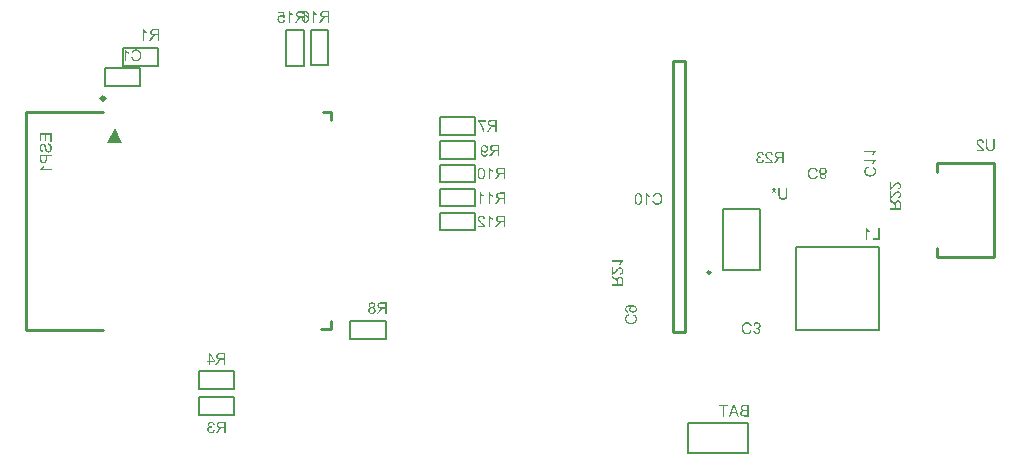
<source format=gbo>
G04 Layer_Color=32896*
%FSLAX44Y44*%
%MOMM*%
G71*
G01*
G75*
%ADD21C,0.2540*%
%ADD47C,0.2500*%
%ADD48C,0.2000*%
%ADD49C,0.1270*%
%ADD82C,0.3000*%
G36*
X241250Y258750D02*
X239957D01*
Y263089D01*
X238293D01*
X238144Y263074D01*
X238026D01*
X237922Y263059D01*
X237847Y263044D01*
X237788D01*
X237758Y263029D01*
X237743D01*
X237520Y262955D01*
X237342Y262866D01*
X237268Y262821D01*
X237208Y262792D01*
X237179Y262777D01*
X237164Y262762D01*
X237045Y262688D01*
X236941Y262584D01*
X236718Y262376D01*
X236644Y262272D01*
X236569Y262182D01*
X236525Y262123D01*
X236510Y262108D01*
X236361Y261915D01*
X236213Y261707D01*
X236049Y261484D01*
X235901Y261261D01*
X235767Y261068D01*
X235663Y260919D01*
X235633Y260860D01*
X235604Y260815D01*
X235574Y260786D01*
Y260771D01*
X234281Y258750D01*
X232661D01*
X234355Y261395D01*
X234549Y261677D01*
X234742Y261930D01*
X234920Y262153D01*
X235084Y262346D01*
X235217Y262495D01*
X235321Y262613D01*
X235396Y262673D01*
X235425Y262703D01*
X235529Y262792D01*
X235663Y262881D01*
X235916Y263044D01*
X236020Y263104D01*
X236109Y263148D01*
X236168Y263178D01*
X236198Y263193D01*
X235945Y263237D01*
X235708Y263282D01*
X235485Y263341D01*
X235292Y263416D01*
X235098Y263490D01*
X234935Y263564D01*
X234771Y263639D01*
X234638Y263713D01*
X234519Y263787D01*
X234415Y263847D01*
X234326Y263921D01*
X234251Y263965D01*
X234207Y264025D01*
X234162Y264055D01*
X234132Y264084D01*
X234014Y264218D01*
X233910Y264367D01*
X233731Y264664D01*
X233612Y264946D01*
X233538Y265229D01*
X233479Y265466D01*
X233464Y265570D01*
Y265659D01*
X233449Y265734D01*
Y265793D01*
Y265823D01*
Y265838D01*
X233464Y266135D01*
X233508Y266402D01*
X233583Y266655D01*
X233657Y266878D01*
X233731Y267056D01*
X233806Y267190D01*
X233850Y267279D01*
X233865Y267309D01*
X234028Y267547D01*
X234207Y267740D01*
X234385Y267903D01*
X234563Y268022D01*
X234712Y268126D01*
X234831Y268200D01*
X234920Y268230D01*
X234935Y268245D01*
X234950D01*
X235084Y268290D01*
X235232Y268334D01*
X235544Y268393D01*
X235871Y268453D01*
X236183Y268483D01*
X236480Y268498D01*
X236599D01*
X236718Y268512D01*
X241250D01*
Y258750D01*
D02*
G37*
G36*
X92438Y391378D02*
X91145D01*
Y395717D01*
X89481D01*
X89333Y395702D01*
X89214D01*
X89110Y395687D01*
X89035Y395672D01*
X88976D01*
X88946Y395657D01*
X88931D01*
X88708Y395583D01*
X88530Y395494D01*
X88456Y395449D01*
X88396Y395420D01*
X88367Y395405D01*
X88352Y395390D01*
X88233Y395316D01*
X88129Y395212D01*
X87906Y395004D01*
X87832Y394900D01*
X87757Y394810D01*
X87713Y394751D01*
X87698Y394736D01*
X87549Y394543D01*
X87401Y394335D01*
X87237Y394112D01*
X87089Y393889D01*
X86955Y393696D01*
X86851Y393547D01*
X86821Y393488D01*
X86792Y393443D01*
X86762Y393414D01*
Y393399D01*
X85469Y391378D01*
X83849D01*
X85543Y394023D01*
X85737Y394305D01*
X85930Y394558D01*
X86108Y394781D01*
X86271Y394974D01*
X86405Y395122D01*
X86509Y395241D01*
X86583Y395301D01*
X86613Y395331D01*
X86717Y395420D01*
X86851Y395509D01*
X87104Y395672D01*
X87208Y395732D01*
X87297Y395776D01*
X87356Y395806D01*
X87386Y395821D01*
X87133Y395865D01*
X86896Y395910D01*
X86673Y395969D01*
X86480Y396044D01*
X86286Y396118D01*
X86123Y396192D01*
X85960Y396267D01*
X85826Y396341D01*
X85707Y396415D01*
X85603Y396475D01*
X85514Y396549D01*
X85439Y396594D01*
X85395Y396653D01*
X85350Y396683D01*
X85321Y396712D01*
X85202Y396846D01*
X85098Y396995D01*
X84919Y397292D01*
X84801Y397574D01*
X84726Y397856D01*
X84667Y398094D01*
X84652Y398198D01*
Y398287D01*
X84637Y398362D01*
Y398421D01*
Y398451D01*
Y398466D01*
X84652Y398763D01*
X84697Y399030D01*
X84771Y399283D01*
X84845Y399506D01*
X84919Y399684D01*
X84994Y399818D01*
X85038Y399907D01*
X85053Y399937D01*
X85217Y400174D01*
X85395Y400368D01*
X85573Y400531D01*
X85751Y400650D01*
X85900Y400754D01*
X86019Y400828D01*
X86108Y400858D01*
X86123Y400873D01*
X86138D01*
X86271Y400918D01*
X86420Y400962D01*
X86732Y401021D01*
X87059Y401081D01*
X87371Y401111D01*
X87668Y401125D01*
X87787D01*
X87906Y401140D01*
X92438D01*
Y391378D01*
D02*
G37*
G36*
X54746Y395730D02*
X53617Y395567D01*
X53513Y395715D01*
X53394Y395849D01*
X53275Y395968D01*
X53171Y396072D01*
X53067Y396146D01*
X52978Y396206D01*
X52919Y396236D01*
X52904Y396250D01*
X52726Y396339D01*
X52547Y396414D01*
X52369Y396458D01*
X52206Y396503D01*
X52057Y396518D01*
X51953Y396533D01*
X51849D01*
X51522Y396503D01*
X51225Y396443D01*
X50957Y396339D01*
X50749Y396236D01*
X50571Y396132D01*
X50452Y396027D01*
X50378Y395968D01*
X50348Y395938D01*
X50155Y395701D01*
X50006Y395433D01*
X49902Y395166D01*
X49843Y394913D01*
X49798Y394675D01*
X49784Y394571D01*
Y394482D01*
X49769Y394423D01*
Y394363D01*
Y394334D01*
Y394319D01*
X49798Y393932D01*
X49858Y393591D01*
X49962Y393293D01*
X50066Y393041D01*
X50170Y392848D01*
X50274Y392699D01*
X50333Y392610D01*
X50363Y392595D01*
Y392580D01*
X50482Y392461D01*
X50601Y392372D01*
X50838Y392209D01*
X51091Y392105D01*
X51314Y392015D01*
X51522Y391971D01*
X51686Y391956D01*
X51745Y391941D01*
X51834D01*
X52087Y391956D01*
X52324Y392015D01*
X52532Y392090D01*
X52711Y392164D01*
X52859Y392253D01*
X52963Y392313D01*
X53023Y392372D01*
X53053Y392387D01*
X53231Y392580D01*
X53365Y392803D01*
X53483Y393026D01*
X53558Y393249D01*
X53617Y393457D01*
X53662Y393620D01*
X53677Y393680D01*
X53691Y393724D01*
Y393754D01*
Y393769D01*
X54954Y393680D01*
X54925Y393457D01*
X54880Y393234D01*
X54761Y392848D01*
X54598Y392506D01*
X54434Y392224D01*
X54345Y392105D01*
X54271Y392001D01*
X54197Y391912D01*
X54137Y391837D01*
X54078Y391778D01*
X54033Y391733D01*
X54018Y391718D01*
X54004Y391703D01*
X53840Y391570D01*
X53662Y391466D01*
X53483Y391362D01*
X53305Y391273D01*
X52948Y391139D01*
X52607Y391050D01*
X52443Y391020D01*
X52295Y391005D01*
X52161Y390990D01*
X52057Y390975D01*
X51968Y390961D01*
X51834D01*
X51537Y390975D01*
X51255Y391005D01*
X51002Y391065D01*
X50749Y391139D01*
X50526Y391228D01*
X50304Y391332D01*
X50110Y391436D01*
X49947Y391555D01*
X49784Y391659D01*
X49650Y391763D01*
X49531Y391867D01*
X49442Y391956D01*
X49367Y392030D01*
X49308Y392090D01*
X49278Y392120D01*
X49264Y392134D01*
X49130Y392313D01*
X49011Y392506D01*
X48907Y392699D01*
X48818Y392907D01*
X48684Y393279D01*
X48580Y393635D01*
X48550Y393799D01*
X48535Y393947D01*
X48520Y394081D01*
X48506Y394200D01*
X48491Y394289D01*
Y394363D01*
Y394408D01*
Y394423D01*
X48506Y394675D01*
X48535Y394928D01*
X48580Y395151D01*
X48625Y395374D01*
X48699Y395567D01*
X48773Y395760D01*
X48847Y395924D01*
X48937Y396087D01*
X49026Y396221D01*
X49100Y396339D01*
X49174Y396443D01*
X49249Y396533D01*
X49293Y396607D01*
X49338Y396652D01*
X49367Y396681D01*
X49382Y396696D01*
X49546Y396860D01*
X49724Y396993D01*
X49902Y397112D01*
X50096Y397216D01*
X50274Y397305D01*
X50452Y397365D01*
X50794Y397484D01*
X50943Y397513D01*
X51091Y397543D01*
X51210Y397558D01*
X51329Y397573D01*
X51418Y397588D01*
X51537D01*
X51894Y397558D01*
X52235Y397484D01*
X52547Y397394D01*
X52815Y397276D01*
X53053Y397157D01*
X53142Y397112D01*
X53231Y397068D01*
X53290Y397023D01*
X53335Y396993D01*
X53365Y396978D01*
X53379Y396964D01*
X52845Y399594D01*
X48951D01*
Y400738D01*
X53795D01*
X54746Y395730D01*
D02*
G37*
G36*
X221547Y268527D02*
X221889Y268468D01*
X222201Y268379D01*
X222453Y268275D01*
X222661Y268156D01*
X222810Y268067D01*
X222869Y268037D01*
X222914Y268007D01*
X222929Y267977D01*
X222944D01*
X223196Y267740D01*
X223404Y267487D01*
X223583Y267220D01*
X223731Y266952D01*
X223850Y266714D01*
X223895Y266610D01*
X223924Y266521D01*
X223954Y266447D01*
X223984Y266388D01*
X223999Y266358D01*
Y266343D01*
X224058Y266135D01*
X224118Y265927D01*
X224192Y265466D01*
X224251Y265006D01*
X224296Y264560D01*
X224311Y264352D01*
X224326Y264159D01*
Y263995D01*
X224340Y263847D01*
Y263728D01*
Y263639D01*
Y263579D01*
Y263564D01*
X224326Y263074D01*
X224296Y262598D01*
X224251Y262182D01*
X224192Y261781D01*
X224118Y261425D01*
X224043Y261098D01*
X223954Y260800D01*
X223865Y260548D01*
X223776Y260310D01*
X223687Y260117D01*
X223612Y259954D01*
X223538Y259820D01*
X223479Y259716D01*
X223434Y259641D01*
X223404Y259597D01*
X223389Y259582D01*
X223226Y259404D01*
X223063Y259255D01*
X222884Y259121D01*
X222691Y259003D01*
X222513Y258913D01*
X222320Y258824D01*
X221963Y258705D01*
X221800Y258676D01*
X221651Y258646D01*
X221517Y258616D01*
X221398Y258601D01*
X221294Y258587D01*
X221161D01*
X220774Y258616D01*
X220432Y258676D01*
X220135Y258765D01*
X219868Y258869D01*
X219675Y258973D01*
X219511Y259062D01*
X219467Y259107D01*
X219422Y259121D01*
X219407Y259151D01*
X219392D01*
X219140Y259389D01*
X218932Y259656D01*
X218754Y259924D01*
X218605Y260191D01*
X218486Y260429D01*
X218441Y260518D01*
X218397Y260607D01*
X218367Y260682D01*
X218352Y260741D01*
X218337Y260771D01*
Y260786D01*
X218278Y260994D01*
X218218Y261202D01*
X218129Y261662D01*
X218070Y262123D01*
X218025Y262569D01*
X218011Y262777D01*
X217996Y262970D01*
Y263133D01*
X217981Y263282D01*
Y263401D01*
Y263490D01*
Y263549D01*
Y263564D01*
X217996Y264084D01*
Y264307D01*
X218011Y264530D01*
X218025Y264738D01*
X218055Y264931D01*
X218070Y265095D01*
X218085Y265258D01*
X218114Y265392D01*
X218129Y265526D01*
X218144Y265630D01*
X218174Y265704D01*
X218189Y265778D01*
Y265823D01*
X218204Y265853D01*
Y265868D01*
X218293Y266180D01*
X218397Y266462D01*
X218501Y266714D01*
X218590Y266922D01*
X218679Y267086D01*
X218754Y267220D01*
X218798Y267294D01*
X218813Y267324D01*
X218962Y267532D01*
X219125Y267710D01*
X219288Y267873D01*
X219437Y268007D01*
X219586Y268096D01*
X219690Y268171D01*
X219764Y268215D01*
X219794Y268230D01*
X220016Y268334D01*
X220254Y268423D01*
X220492Y268483D01*
X220700Y268512D01*
X220878Y268542D01*
X221027Y268557D01*
X221161D01*
X221547Y268527D01*
D02*
G37*
G36*
X4500Y101750D02*
X3207D01*
Y106089D01*
X1543D01*
X1394Y106074D01*
X1276D01*
X1172Y106059D01*
X1097Y106044D01*
X1038D01*
X1008Y106029D01*
X993D01*
X770Y105955D01*
X592Y105866D01*
X518Y105821D01*
X458Y105792D01*
X429Y105777D01*
X414Y105762D01*
X295Y105688D01*
X191Y105584D01*
X-32Y105376D01*
X-106Y105272D01*
X-181Y105182D01*
X-225Y105123D01*
X-240Y105108D01*
X-389Y104915D01*
X-537Y104707D01*
X-701Y104484D01*
X-849Y104261D01*
X-983Y104068D01*
X-1087Y103919D01*
X-1117Y103860D01*
X-1146Y103815D01*
X-1176Y103786D01*
Y103771D01*
X-2469Y101750D01*
X-4089D01*
X-2395Y104395D01*
X-2201Y104677D01*
X-2008Y104930D01*
X-1830Y105153D01*
X-1666Y105346D01*
X-1533Y105494D01*
X-1429Y105613D01*
X-1355Y105673D01*
X-1325Y105702D01*
X-1221Y105792D01*
X-1087Y105881D01*
X-834Y106044D01*
X-730Y106104D01*
X-641Y106148D01*
X-582Y106178D01*
X-552Y106193D01*
X-805Y106237D01*
X-1042Y106282D01*
X-1265Y106341D01*
X-1459Y106416D01*
X-1652Y106490D01*
X-1815Y106564D01*
X-1979Y106639D01*
X-2112Y106713D01*
X-2231Y106787D01*
X-2335Y106847D01*
X-2424Y106921D01*
X-2499Y106966D01*
X-2543Y107025D01*
X-2588Y107055D01*
X-2618Y107084D01*
X-2736Y107218D01*
X-2840Y107367D01*
X-3019Y107664D01*
X-3137Y107946D01*
X-3212Y108229D01*
X-3271Y108466D01*
X-3286Y108570D01*
Y108659D01*
X-3301Y108734D01*
Y108793D01*
Y108823D01*
Y108838D01*
X-3286Y109135D01*
X-3241Y109402D01*
X-3167Y109655D01*
X-3093Y109878D01*
X-3019Y110056D01*
X-2944Y110190D01*
X-2900Y110279D01*
X-2885Y110309D01*
X-2722Y110547D01*
X-2543Y110740D01*
X-2365Y110903D01*
X-2187Y111022D01*
X-2038Y111126D01*
X-1919Y111200D01*
X-1830Y111230D01*
X-1815Y111245D01*
X-1800D01*
X-1666Y111290D01*
X-1518Y111334D01*
X-1206Y111393D01*
X-879Y111453D01*
X-567Y111483D01*
X-270Y111497D01*
X-151D01*
X-32Y111512D01*
X4500D01*
Y101750D01*
D02*
G37*
G36*
X-4430Y105182D02*
Y104083D01*
X-8665D01*
Y101750D01*
X-9869D01*
Y104083D01*
X-11191D01*
Y105182D01*
X-9869D01*
Y111497D01*
X-8888D01*
X-4430Y105182D01*
D02*
G37*
G36*
X72364Y401170D02*
X72631Y401140D01*
X72884Y401081D01*
X73121Y401007D01*
X73344Y400918D01*
X73537Y400828D01*
X73731Y400724D01*
X73894Y400620D01*
X74043Y400516D01*
X74176Y400412D01*
X74280Y400323D01*
X74384Y400234D01*
X74459Y400160D01*
X74503Y400100D01*
X74533Y400070D01*
X74548Y400056D01*
X74726Y399803D01*
X74889Y399506D01*
X75023Y399209D01*
X75142Y398867D01*
X75246Y398540D01*
X75335Y398198D01*
X75410Y397856D01*
X75454Y397515D01*
X75499Y397203D01*
X75528Y396906D01*
X75558Y396638D01*
X75573Y396400D01*
X75588Y396207D01*
Y396059D01*
Y396014D01*
Y395969D01*
Y395955D01*
Y395940D01*
X75573Y395479D01*
X75543Y395063D01*
X75499Y394662D01*
X75439Y394305D01*
X75365Y393978D01*
X75291Y393681D01*
X75202Y393414D01*
X75112Y393176D01*
X75038Y392968D01*
X74949Y392790D01*
X74875Y392641D01*
X74800Y392522D01*
X74741Y392433D01*
X74696Y392374D01*
X74667Y392329D01*
X74652Y392314D01*
X74474Y392121D01*
X74280Y391958D01*
X74072Y391809D01*
X73864Y391675D01*
X73656Y391571D01*
X73463Y391482D01*
X73255Y391408D01*
X73062Y391348D01*
X72884Y391304D01*
X72720Y391274D01*
X72572Y391244D01*
X72453Y391229D01*
X72349D01*
X72259Y391215D01*
X72200D01*
X71888Y391229D01*
X71864Y391233D01*
Y391124D01*
X70571D01*
Y391679D01*
X70387Y391809D01*
X70179Y392002D01*
X69986Y392195D01*
X69823Y392388D01*
X69704Y392567D01*
X69615Y392701D01*
X69585Y392760D01*
X69555Y392804D01*
X69540Y392819D01*
Y392834D01*
X69406Y393131D01*
X69303Y393429D01*
X69243Y393726D01*
X69184Y393978D01*
X69154Y394216D01*
Y394305D01*
X69139Y394394D01*
Y394454D01*
Y394498D01*
Y394528D01*
Y394543D01*
X69154Y394796D01*
X69169Y395048D01*
X69213Y395271D01*
X69264Y395463D01*
X68907D01*
X68759Y395448D01*
X68640D01*
X68536Y395433D01*
X68461Y395418D01*
X68402D01*
X68372Y395403D01*
X68357D01*
X68134Y395329D01*
X67956Y395240D01*
X67882Y395195D01*
X67822Y395166D01*
X67793Y395151D01*
X67778Y395136D01*
X67659Y395062D01*
X67555Y394958D01*
X67332Y394750D01*
X67258Y394646D01*
X67183Y394556D01*
X67139Y394497D01*
X67124Y394482D01*
X66975Y394289D01*
X66827Y394081D01*
X66663Y393858D01*
X66515Y393635D01*
X66381Y393442D01*
X66277Y393293D01*
X66247Y393234D01*
X66218Y393189D01*
X66188Y393160D01*
Y393145D01*
X64895Y391124D01*
X63275D01*
X64969Y393769D01*
X65163Y394051D01*
X65356Y394304D01*
X65534Y394527D01*
X65697Y394720D01*
X65831Y394869D01*
X65935Y394987D01*
X66009Y395047D01*
X66039Y395076D01*
X66143Y395166D01*
X66277Y395255D01*
X66530Y395418D01*
X66634Y395478D01*
X66723Y395522D01*
X66782Y395552D01*
X66812Y395567D01*
X66559Y395611D01*
X66322Y395656D01*
X66099Y395715D01*
X65905Y395790D01*
X65712Y395864D01*
X65549Y395938D01*
X65385Y396013D01*
X65252Y396087D01*
X65133Y396161D01*
X65029Y396221D01*
X64940Y396295D01*
X64865Y396339D01*
X64821Y396399D01*
X64776Y396429D01*
X64746Y396458D01*
X64628Y396592D01*
X64524Y396741D01*
X64345Y397038D01*
X64226Y397320D01*
X64152Y397603D01*
X64093Y397840D01*
X64078Y397944D01*
Y398033D01*
X64063Y398108D01*
Y398167D01*
Y398197D01*
Y398212D01*
X64078Y398509D01*
X64123Y398776D01*
X64197Y399029D01*
X64271Y399252D01*
X64345Y399430D01*
X64420Y399564D01*
X64464Y399653D01*
X64479Y399683D01*
X64643Y399921D01*
X64821Y400114D01*
X64999Y400277D01*
X65177Y400396D01*
X65326Y400500D01*
X65445Y400574D01*
X65534Y400604D01*
X65549Y400619D01*
X65564D01*
X65697Y400663D01*
X65846Y400708D01*
X66158Y400768D01*
X66485Y400827D01*
X66797Y400857D01*
X67094Y400872D01*
X67213D01*
X67332Y400886D01*
X70769D01*
X70803Y400903D01*
X71115Y401021D01*
X71413Y401111D01*
X71680Y401155D01*
X71799Y401170D01*
X71888D01*
X71977Y401185D01*
X72081D01*
X72364Y401170D01*
D02*
G37*
G36*
X228323Y268319D02*
X228486Y268081D01*
X228664Y267859D01*
X228843Y267651D01*
X229006Y267487D01*
X229140Y267353D01*
X229229Y267264D01*
X229244Y267249D01*
X229259Y267234D01*
X229541Y266997D01*
X229838Y266774D01*
X230135Y266581D01*
X230403Y266417D01*
X230641Y266283D01*
X230745Y266239D01*
X230834Y266194D01*
X230893Y266150D01*
X230953Y266120D01*
X230982Y266105D01*
X230997D01*
Y264931D01*
X230789Y265021D01*
X230566Y265124D01*
X230358Y265214D01*
X230165Y265318D01*
X230002Y265407D01*
X229868Y265481D01*
X229779Y265541D01*
X229764Y265555D01*
X229749D01*
X229496Y265704D01*
X229274Y265868D01*
X229081Y266001D01*
X228917Y266135D01*
X228783Y266239D01*
X228679Y266313D01*
X228620Y266373D01*
X228605Y266388D01*
Y258750D01*
X227401D01*
Y268557D01*
X228189D01*
X228323Y268319D01*
D02*
G37*
G36*
X224095Y287792D02*
X224333Y287762D01*
X224556Y287718D01*
X224764Y287673D01*
X225135Y287525D01*
X225299Y287435D01*
X225448Y287361D01*
X225596Y287272D01*
X225715Y287183D01*
X225819Y287109D01*
X225893Y287049D01*
X225968Y286990D01*
X226012Y286945D01*
X226042Y286915D01*
X226057Y286901D01*
X226205Y286722D01*
X226339Y286544D01*
X226458Y286351D01*
X226547Y286143D01*
X226636Y285950D01*
X226710Y285742D01*
X226814Y285370D01*
X226844Y285192D01*
X226874Y285028D01*
X226889Y284880D01*
X226904Y284761D01*
X226919Y284657D01*
Y284568D01*
Y284523D01*
Y284508D01*
X226904Y284241D01*
X226889Y283988D01*
X226844Y283765D01*
X226785Y283542D01*
X226725Y283334D01*
X226651Y283141D01*
X226577Y282963D01*
X226502Y282814D01*
X226428Y282666D01*
X226354Y282547D01*
X226280Y282443D01*
X226220Y282354D01*
X226161Y282279D01*
X226116Y282235D01*
X226101Y282205D01*
X226086Y282190D01*
X225923Y282042D01*
X225760Y281908D01*
X225581Y281789D01*
X225418Y281685D01*
X225240Y281596D01*
X225076Y281522D01*
X224749Y281418D01*
X224467Y281358D01*
X224348Y281343D01*
X224244Y281328D01*
X224155Y281314D01*
X224036D01*
X223768Y281328D01*
X223516Y281373D01*
X223293Y281418D01*
X223100Y281492D01*
X222936Y281551D01*
X222803Y281596D01*
X222728Y281640D01*
X222699Y281655D01*
X222476Y281804D01*
X222283Y281952D01*
X222104Y282116D01*
X221971Y282264D01*
X221852Y282383D01*
X221777Y282502D01*
X221718Y282562D01*
X221703Y282591D01*
Y282487D01*
Y282413D01*
Y282369D01*
Y282354D01*
Y282071D01*
X221733Y281804D01*
X221763Y281566D01*
X221792Y281343D01*
X221822Y281150D01*
X221852Y281001D01*
X221866Y280957D01*
Y280912D01*
X221881Y280898D01*
Y280883D01*
X221956Y280630D01*
X222030Y280407D01*
X222104Y280214D01*
X222164Y280051D01*
X222238Y279917D01*
X222283Y279813D01*
X222312Y279753D01*
X222327Y279739D01*
X222431Y279590D01*
X222550Y279456D01*
X222654Y279337D01*
X222773Y279248D01*
X222862Y279174D01*
X222936Y279114D01*
X222996Y279085D01*
X223011Y279070D01*
X223174Y278981D01*
X223337Y278921D01*
X223501Y278877D01*
X223650Y278847D01*
X223783Y278832D01*
X223887Y278817D01*
X223976D01*
X224214Y278832D01*
X224422Y278877D01*
X224601Y278936D01*
X224749Y278996D01*
X224883Y279055D01*
X224972Y279114D01*
X225032Y279159D01*
X225046Y279174D01*
X225195Y279322D01*
X225314Y279516D01*
X225403Y279709D01*
X225477Y279902D01*
X225537Y280065D01*
X225566Y280214D01*
X225581Y280273D01*
X225596Y280318D01*
Y280333D01*
Y280348D01*
X226740Y280259D01*
X226666Y279842D01*
X226547Y279486D01*
X226413Y279174D01*
X226265Y278921D01*
X226116Y278728D01*
X225997Y278580D01*
X225908Y278490D01*
X225893Y278475D01*
X225878Y278461D01*
X225581Y278253D01*
X225284Y278104D01*
X224972Y277985D01*
X224675Y277911D01*
X224407Y277866D01*
X224289Y277851D01*
X224199D01*
X224110Y277837D01*
X224006D01*
X223620Y277866D01*
X223248Y277926D01*
X222936Y278015D01*
X222654Y278119D01*
X222431Y278223D01*
X222342Y278267D01*
X222268Y278312D01*
X222193Y278357D01*
X222149Y278372D01*
X222134Y278401D01*
X222119D01*
X221837Y278639D01*
X221599Y278906D01*
X221391Y279189D01*
X221213Y279471D01*
X221079Y279709D01*
X221034Y279813D01*
X220990Y279917D01*
X220960Y279991D01*
X220930Y280051D01*
X220916Y280080D01*
Y280095D01*
X220841Y280318D01*
X220782Y280541D01*
X220678Y281031D01*
X220604Y281536D01*
X220544Y282012D01*
X220529Y282235D01*
X220514Y282428D01*
Y282621D01*
X220499Y282770D01*
Y282903D01*
Y282993D01*
Y283067D01*
Y283082D01*
Y283409D01*
X220514Y283721D01*
X220544Y284003D01*
X220559Y284270D01*
X220589Y284508D01*
X220633Y284731D01*
X220663Y284939D01*
X220707Y285117D01*
X220752Y285281D01*
X220782Y285429D01*
X220812Y285548D01*
X220856Y285637D01*
X220871Y285712D01*
X220901Y285771D01*
X220916Y285801D01*
Y285816D01*
X221079Y286158D01*
X221272Y286455D01*
X221480Y286693D01*
X221673Y286915D01*
X221852Y287079D01*
X221985Y287198D01*
X222045Y287227D01*
X222089Y287257D01*
X222104Y287287D01*
X222119D01*
X222416Y287465D01*
X222728Y287584D01*
X223011Y287673D01*
X223278Y287747D01*
X223516Y287777D01*
X223620Y287792D01*
X223694D01*
X223768Y287807D01*
X223858D01*
X224095Y287792D01*
D02*
G37*
G36*
X447650Y57836D02*
X443593D01*
X443296Y57866D01*
X443029Y57881D01*
X442791Y57910D01*
X442613Y57940D01*
X442479Y57955D01*
X442390Y57985D01*
X442360D01*
X442137Y58059D01*
X441929Y58133D01*
X441736Y58208D01*
X441587Y58282D01*
X441454Y58356D01*
X441365Y58415D01*
X441305Y58445D01*
X441290Y58460D01*
X441142Y58594D01*
X440993Y58742D01*
X440874Y58891D01*
X440770Y59040D01*
X440696Y59173D01*
X440622Y59277D01*
X440592Y59352D01*
X440577Y59381D01*
X440473Y59604D01*
X440399Y59827D01*
X440354Y60050D01*
X440310Y60243D01*
X440295Y60407D01*
X440280Y60540D01*
Y60630D01*
Y60659D01*
X440295Y60971D01*
X440354Y61254D01*
X440429Y61491D01*
X440518Y61714D01*
X440622Y61892D01*
X440696Y62026D01*
X440755Y62101D01*
X440770Y62130D01*
X440964Y62353D01*
X441186Y62531D01*
X441409Y62680D01*
X441632Y62814D01*
X441825Y62903D01*
X441989Y62977D01*
X442048Y62992D01*
X442093Y63007D01*
X442122Y63022D01*
X442137D01*
X441885Y63155D01*
X441677Y63304D01*
X441498Y63438D01*
X441350Y63586D01*
X441246Y63705D01*
X441157Y63809D01*
X441112Y63869D01*
X441097Y63899D01*
X440978Y64106D01*
X440904Y64329D01*
X440845Y64523D01*
X440800Y64701D01*
X440770Y64864D01*
X440755Y64983D01*
Y65058D01*
Y65087D01*
X440770Y65340D01*
X440815Y65578D01*
X440874Y65786D01*
X440949Y65979D01*
X441023Y66142D01*
X441082Y66276D01*
X441127Y66350D01*
X441142Y66380D01*
X441305Y66603D01*
X441469Y66781D01*
X441647Y66945D01*
X441825Y67078D01*
X441974Y67168D01*
X442093Y67242D01*
X442182Y67286D01*
X442197Y67301D01*
X442212D01*
X442479Y67405D01*
X442776Y67480D01*
X443073Y67524D01*
X443356Y67569D01*
X443608Y67583D01*
X443712D01*
X443816Y67598D01*
X447650D01*
Y57836D01*
D02*
G37*
G36*
X510680Y268649D02*
X510933Y268634D01*
X511170Y268589D01*
X511378Y268530D01*
X511586Y268470D01*
X511780Y268396D01*
X511958Y268322D01*
X512121Y268232D01*
X512270Y268158D01*
X512389Y268084D01*
X512493Y268010D01*
X512582Y267950D01*
X512656Y267891D01*
X512701Y267846D01*
X512730Y267831D01*
X512745Y267817D01*
X512909Y267653D01*
X513042Y267490D01*
X513161Y267311D01*
X513265Y267133D01*
X513354Y266955D01*
X513414Y266776D01*
X513533Y266450D01*
X513592Y266152D01*
X513607Y266019D01*
X513622Y265914D01*
X513637Y265825D01*
Y265766D01*
Y265721D01*
Y265707D01*
X513622Y265380D01*
X513563Y265082D01*
X513488Y264815D01*
X513399Y264592D01*
X513310Y264399D01*
X513236Y264265D01*
X513176Y264176D01*
X513161Y264146D01*
X512968Y263923D01*
X512745Y263715D01*
X512522Y263552D01*
X512300Y263418D01*
X512106Y263329D01*
X511943Y263255D01*
X511884Y263225D01*
X511839Y263210D01*
X511809Y263195D01*
X511794D01*
X512047Y263091D01*
X512270Y262958D01*
X512463Y262839D01*
X512612Y262720D01*
X512730Y262601D01*
X512820Y262512D01*
X512864Y262452D01*
X512879Y262437D01*
X512998Y262244D01*
X513087Y262036D01*
X513147Y261843D01*
X513191Y261650D01*
X513221Y261486D01*
X513236Y261368D01*
Y261278D01*
Y261249D01*
X513221Y261056D01*
X513206Y260863D01*
X513117Y260521D01*
X512983Y260209D01*
X512849Y259941D01*
X512701Y259733D01*
X512626Y259644D01*
X512567Y259570D01*
X512522Y259510D01*
X512478Y259466D01*
X512463Y259451D01*
X512448Y259436D01*
X512300Y259302D01*
X512136Y259183D01*
X511973Y259094D01*
X511794Y259005D01*
X511453Y258871D01*
X511126Y258782D01*
X510829Y258738D01*
X510710Y258708D01*
X510591D01*
X510502Y258693D01*
X510383D01*
X510145Y258708D01*
X509937Y258723D01*
X509536Y258812D01*
X509179Y258916D01*
X508897Y259050D01*
X508763Y259124D01*
X508659Y259183D01*
X508570Y259258D01*
X508481Y259302D01*
X508421Y259347D01*
X508377Y259391D01*
X508362Y259406D01*
X508347Y259421D01*
X508213Y259555D01*
X508094Y259704D01*
X507990Y259852D01*
X507916Y260016D01*
X507768Y260313D01*
X507678Y260595D01*
X507634Y260848D01*
X507619Y260952D01*
X507604Y261041D01*
X507589Y261115D01*
Y261175D01*
Y261204D01*
Y261219D01*
X507604Y261472D01*
X507649Y261695D01*
X507708Y261903D01*
X507768Y262081D01*
X507827Y262229D01*
X507886Y262334D01*
X507931Y262393D01*
X507946Y262423D01*
X508094Y262601D01*
X508273Y262750D01*
X508451Y262883D01*
X508644Y263002D01*
X508808Y263076D01*
X508941Y263151D01*
X509031Y263181D01*
X509045Y263195D01*
X509060D01*
X508748Y263299D01*
X508466Y263433D01*
X508228Y263582D01*
X508035Y263730D01*
X507886Y263864D01*
X507768Y263983D01*
X507708Y264057D01*
X507678Y264072D01*
Y264087D01*
X507515Y264340D01*
X507411Y264607D01*
X507322Y264874D01*
X507262Y265127D01*
X507233Y265335D01*
X507218Y265439D01*
Y265513D01*
X507203Y265588D01*
Y265632D01*
Y265662D01*
Y265677D01*
X507218Y265914D01*
X507248Y266137D01*
X507277Y266345D01*
X507337Y266553D01*
X507485Y266910D01*
X507560Y267073D01*
X507649Y267222D01*
X507723Y267356D01*
X507797Y267475D01*
X507872Y267579D01*
X507946Y267668D01*
X508005Y267727D01*
X508035Y267772D01*
X508065Y267802D01*
X508080Y267817D01*
X508258Y267965D01*
X508436Y268099D01*
X508629Y268203D01*
X508823Y268307D01*
X509016Y268381D01*
X509209Y268455D01*
X509580Y268559D01*
X509759Y268589D01*
X509907Y268619D01*
X510056Y268634D01*
X510175Y268649D01*
X510279Y268663D01*
X510412D01*
X510680Y268649D01*
D02*
G37*
G36*
X236250Y278000D02*
X234957D01*
Y282339D01*
X233293D01*
X233144Y282324D01*
X233026D01*
X232922Y282309D01*
X232847Y282294D01*
X232788D01*
X232758Y282279D01*
X232743D01*
X232520Y282205D01*
X232342Y282116D01*
X232268Y282071D01*
X232208Y282042D01*
X232179Y282027D01*
X232164Y282012D01*
X232045Y281938D01*
X231941Y281834D01*
X231718Y281626D01*
X231644Y281522D01*
X231569Y281432D01*
X231525Y281373D01*
X231510Y281358D01*
X231361Y281165D01*
X231213Y280957D01*
X231049Y280734D01*
X230901Y280511D01*
X230767Y280318D01*
X230663Y280169D01*
X230633Y280110D01*
X230604Y280065D01*
X230574Y280036D01*
Y280021D01*
X229281Y278000D01*
X227661D01*
X229355Y280645D01*
X229549Y280927D01*
X229742Y281180D01*
X229920Y281403D01*
X230084Y281596D01*
X230217Y281744D01*
X230321Y281863D01*
X230396Y281923D01*
X230425Y281952D01*
X230529Y282042D01*
X230663Y282131D01*
X230916Y282294D01*
X231020Y282354D01*
X231109Y282398D01*
X231168Y282428D01*
X231198Y282443D01*
X230945Y282487D01*
X230708Y282532D01*
X230485Y282591D01*
X230292Y282666D01*
X230098Y282740D01*
X229935Y282814D01*
X229771Y282889D01*
X229638Y282963D01*
X229519Y283037D01*
X229415Y283097D01*
X229326Y283171D01*
X229251Y283216D01*
X229207Y283275D01*
X229162Y283305D01*
X229132Y283334D01*
X229014Y283468D01*
X228910Y283617D01*
X228731Y283914D01*
X228612Y284196D01*
X228538Y284478D01*
X228479Y284716D01*
X228464Y284820D01*
Y284909D01*
X228449Y284984D01*
Y285043D01*
Y285073D01*
Y285088D01*
X228464Y285385D01*
X228508Y285652D01*
X228583Y285905D01*
X228657Y286128D01*
X228731Y286306D01*
X228806Y286440D01*
X228850Y286529D01*
X228865Y286559D01*
X229028Y286796D01*
X229207Y286990D01*
X229385Y287153D01*
X229563Y287272D01*
X229712Y287376D01*
X229831Y287450D01*
X229920Y287480D01*
X229935Y287495D01*
X229950D01*
X230084Y287540D01*
X230232Y287584D01*
X230544Y287644D01*
X230871Y287703D01*
X231183Y287733D01*
X231480Y287747D01*
X231599D01*
X231718Y287762D01*
X236250D01*
Y278000D01*
D02*
G37*
G36*
X79511Y400947D02*
X79674Y400709D01*
X79852Y400487D01*
X80031Y400279D01*
X80194Y400115D01*
X80328Y399981D01*
X80417Y399892D01*
X80432Y399877D01*
X80447Y399863D01*
X80729Y399625D01*
X81026Y399402D01*
X81323Y399209D01*
X81591Y399045D01*
X81829Y398912D01*
X81933Y398867D01*
X82022Y398822D01*
X82081Y398778D01*
X82141Y398748D01*
X82170Y398733D01*
X82185D01*
Y397559D01*
X81977Y397649D01*
X81754Y397752D01*
X81546Y397842D01*
X81353Y397946D01*
X81190Y398035D01*
X81056Y398109D01*
X80967Y398169D01*
X80952Y398183D01*
X80937D01*
X80684Y398332D01*
X80462Y398495D01*
X80268Y398629D01*
X80105Y398763D01*
X79971Y398867D01*
X79867Y398941D01*
X79808Y399001D01*
X79793Y399016D01*
Y391378D01*
X78589D01*
Y401185D01*
X79377D01*
X79511Y400947D01*
D02*
G37*
G36*
X58937Y400693D02*
X59100Y400456D01*
X59278Y400233D01*
X59457Y400024D01*
X59620Y399861D01*
X59754Y399727D01*
X59843Y399638D01*
X59858Y399623D01*
X59873Y399608D01*
X60155Y399371D01*
X60452Y399148D01*
X60750Y398955D01*
X61017Y398791D01*
X61255Y398657D01*
X61359Y398613D01*
X61448Y398568D01*
X61507Y398524D01*
X61567Y398494D01*
X61596Y398479D01*
X61611D01*
Y397305D01*
X61403Y397394D01*
X61180Y397499D01*
X60972Y397588D01*
X60779Y397692D01*
X60616Y397781D01*
X60482Y397855D01*
X60393Y397915D01*
X60378Y397929D01*
X60363D01*
X60111Y398078D01*
X59888Y398242D01*
X59694Y398375D01*
X59531Y398509D01*
X59397Y398613D01*
X59293Y398687D01*
X59234Y398747D01*
X59219Y398761D01*
Y391124D01*
X58015D01*
Y400931D01*
X58803D01*
X58937Y400693D01*
D02*
G37*
G36*
X439567Y57836D02*
X438200D01*
X437145Y60793D01*
X433044D01*
X431914Y57836D01*
X430458D01*
X434426Y67598D01*
X435837D01*
X439567Y57836D01*
D02*
G37*
G36*
X430131Y66454D02*
X426922D01*
Y57836D01*
X425629D01*
Y66454D01*
X422419D01*
Y67598D01*
X430131D01*
Y66454D01*
D02*
G37*
G36*
X-79934Y368313D02*
X-79770Y368075D01*
X-79592Y367853D01*
X-79414Y367645D01*
X-79250Y367481D01*
X-79116Y367347D01*
X-79027Y367258D01*
X-79012Y367243D01*
X-78998Y367229D01*
X-78715Y366991D01*
X-78418Y366768D01*
X-78121Y366575D01*
X-77853Y366411D01*
X-77616Y366278D01*
X-77512Y366233D01*
X-77422Y366188D01*
X-77363Y366144D01*
X-77304Y366114D01*
X-77274Y366099D01*
X-77259D01*
Y364925D01*
X-77467Y365014D01*
X-77690Y365118D01*
X-77898Y365208D01*
X-78091Y365312D01*
X-78255Y365401D01*
X-78388Y365475D01*
X-78478Y365535D01*
X-78492Y365549D01*
X-78507D01*
X-78760Y365698D01*
X-78983Y365862D01*
X-79176Y365995D01*
X-79339Y366129D01*
X-79473Y366233D01*
X-79577Y366307D01*
X-79637Y366367D01*
X-79651Y366381D01*
Y358744D01*
X-80855D01*
Y368551D01*
X-80067D01*
X-79934Y368313D01*
D02*
G37*
G36*
X-70736Y368640D02*
X-70290Y368581D01*
X-69889Y368477D01*
X-69711Y368432D01*
X-69547Y368373D01*
X-69399Y368313D01*
X-69250Y368269D01*
X-69131Y368209D01*
X-69042Y368165D01*
X-68953Y368135D01*
X-68893Y368105D01*
X-68864Y368075D01*
X-68849D01*
X-68477Y367838D01*
X-68136Y367555D01*
X-67853Y367273D01*
X-67630Y366991D01*
X-67437Y366738D01*
X-67363Y366634D01*
X-67304Y366545D01*
X-67259Y366456D01*
X-67229Y366396D01*
X-67200Y366367D01*
Y366352D01*
X-67006Y365921D01*
X-66858Y365460D01*
X-66769Y365014D01*
X-66694Y364599D01*
X-66665Y364405D01*
X-66650Y364242D01*
X-66635Y364078D01*
Y363945D01*
X-66620Y363841D01*
Y363766D01*
Y363707D01*
Y363692D01*
X-66635Y363172D01*
X-66694Y362696D01*
X-66783Y362251D01*
X-66828Y362043D01*
X-66873Y361864D01*
X-66917Y361686D01*
X-66962Y361538D01*
X-67006Y361404D01*
X-67051Y361285D01*
X-67081Y361196D01*
X-67110Y361136D01*
X-67125Y361092D01*
Y361077D01*
X-67333Y360646D01*
X-67586Y360275D01*
X-67824Y359948D01*
X-68076Y359695D01*
X-68284Y359487D01*
X-68463Y359338D01*
X-68537Y359294D01*
X-68581Y359249D01*
X-68611Y359234D01*
X-68626Y359220D01*
X-68819Y359101D01*
X-69027Y359011D01*
X-69443Y358848D01*
X-69874Y358744D01*
X-70290Y358655D01*
X-70469Y358640D01*
X-70647Y358610D01*
X-70795Y358595D01*
X-70929D01*
X-71048Y358581D01*
X-71197D01*
X-71479Y358595D01*
X-71746Y358610D01*
X-72237Y358714D01*
X-72460Y358774D01*
X-72682Y358848D01*
X-72876Y358922D01*
X-73054Y358997D01*
X-73217Y359071D01*
X-73351Y359145D01*
X-73470Y359220D01*
X-73574Y359279D01*
X-73663Y359338D01*
X-73723Y359383D01*
X-73752Y359398D01*
X-73767Y359413D01*
X-73960Y359576D01*
X-74139Y359754D01*
X-74436Y360141D01*
X-74703Y360542D01*
X-74896Y360943D01*
X-74986Y361121D01*
X-75045Y361285D01*
X-75104Y361448D01*
X-75164Y361567D01*
X-75194Y361686D01*
X-75223Y361760D01*
X-75238Y361820D01*
Y361835D01*
X-73945Y362162D01*
X-73827Y361731D01*
X-73678Y361344D01*
X-73500Y361032D01*
X-73336Y360765D01*
X-73173Y360572D01*
X-73039Y360423D01*
X-72950Y360334D01*
X-72935Y360319D01*
X-72920Y360304D01*
X-72623Y360096D01*
X-72326Y359948D01*
X-72014Y359829D01*
X-71732Y359754D01*
X-71479Y359710D01*
X-71360Y359695D01*
X-71271D01*
X-71197Y359680D01*
X-71093D01*
X-70766Y359695D01*
X-70454Y359754D01*
X-70171Y359829D01*
X-69934Y359903D01*
X-69725Y359992D01*
X-69562Y360052D01*
X-69503Y360081D01*
X-69458Y360111D01*
X-69443Y360126D01*
X-69428D01*
X-69161Y360319D01*
X-68938Y360542D01*
X-68745Y360765D01*
X-68581Y361003D01*
X-68463Y361196D01*
X-68388Y361374D01*
X-68358Y361433D01*
X-68329Y361478D01*
X-68314Y361508D01*
Y361523D01*
X-68195Y361879D01*
X-68106Y362251D01*
X-68046Y362622D01*
X-68002Y362964D01*
X-67987Y363113D01*
X-67972Y363246D01*
Y363380D01*
X-67957Y363484D01*
Y363573D01*
Y363633D01*
Y363677D01*
Y363692D01*
X-67972Y364049D01*
X-68002Y364390D01*
X-68046Y364702D01*
X-68106Y364985D01*
X-68165Y365223D01*
X-68180Y365326D01*
X-68210Y365401D01*
X-68225Y365475D01*
X-68240Y365520D01*
X-68254Y365549D01*
Y365564D01*
X-68388Y365891D01*
X-68552Y366188D01*
X-68730Y366426D01*
X-68893Y366634D01*
X-69057Y366798D01*
X-69191Y366917D01*
X-69280Y366991D01*
X-69295Y367020D01*
X-69310D01*
X-69607Y367199D01*
X-69919Y367332D01*
X-70231Y367436D01*
X-70528Y367496D01*
X-70795Y367541D01*
X-70899Y367555D01*
X-71003D01*
X-71078Y367570D01*
X-71182D01*
X-71538Y367555D01*
X-71850Y367496D01*
X-72133Y367422D01*
X-72356Y367332D01*
X-72549Y367229D01*
X-72682Y367154D01*
X-72772Y367095D01*
X-72801Y367080D01*
X-73039Y366872D01*
X-73232Y366634D01*
X-73411Y366367D01*
X-73544Y366114D01*
X-73648Y365891D01*
X-73693Y365787D01*
X-73737Y365698D01*
X-73767Y365624D01*
X-73782Y365564D01*
X-73797Y365535D01*
Y365520D01*
X-75075Y365817D01*
X-74896Y366292D01*
X-74792Y366515D01*
X-74688Y366708D01*
X-74570Y366902D01*
X-74451Y367080D01*
X-74347Y367229D01*
X-74228Y367377D01*
X-74124Y367496D01*
X-74020Y367600D01*
X-73916Y367704D01*
X-73842Y367778D01*
X-73767Y367838D01*
X-73723Y367882D01*
X-73693Y367897D01*
X-73678Y367912D01*
X-73485Y368046D01*
X-73292Y368165D01*
X-73084Y368269D01*
X-72876Y368358D01*
X-72460Y368492D01*
X-72073Y368581D01*
X-71895Y368610D01*
X-71732Y368625D01*
X-71583Y368640D01*
X-71464Y368655D01*
X-71360Y368670D01*
X-71211D01*
X-70736Y368640D01*
D02*
G37*
G36*
X140952Y144744D02*
X139659D01*
Y149083D01*
X137995D01*
X137846Y149068D01*
X137728D01*
X137624Y149053D01*
X137549Y149038D01*
X137490D01*
X137460Y149023D01*
X137445D01*
X137222Y148949D01*
X137044Y148860D01*
X136970Y148815D01*
X136910Y148786D01*
X136881Y148771D01*
X136866Y148756D01*
X136747Y148682D01*
X136643Y148578D01*
X136420Y148370D01*
X136346Y148266D01*
X136271Y148176D01*
X136227Y148117D01*
X136212Y148102D01*
X136063Y147909D01*
X135915Y147701D01*
X135751Y147478D01*
X135603Y147255D01*
X135469Y147062D01*
X135365Y146913D01*
X135335Y146854D01*
X135306Y146809D01*
X135276Y146780D01*
Y146765D01*
X133983Y144744D01*
X132364D01*
X134057Y147389D01*
X134251Y147671D01*
X134444Y147924D01*
X134622Y148147D01*
X134785Y148340D01*
X134919Y148489D01*
X135023Y148607D01*
X135098Y148667D01*
X135127Y148696D01*
X135231Y148786D01*
X135365Y148875D01*
X135618Y149038D01*
X135722Y149098D01*
X135811Y149142D01*
X135870Y149172D01*
X135900Y149187D01*
X135647Y149231D01*
X135410Y149276D01*
X135187Y149335D01*
X134993Y149410D01*
X134800Y149484D01*
X134637Y149558D01*
X134473Y149633D01*
X134340Y149707D01*
X134221Y149781D01*
X134117Y149841D01*
X134028Y149915D01*
X133953Y149959D01*
X133909Y150019D01*
X133864Y150049D01*
X133834Y150078D01*
X133716Y150212D01*
X133612Y150361D01*
X133433Y150658D01*
X133315Y150940D01*
X133240Y151222D01*
X133181Y151460D01*
X133166Y151564D01*
Y151653D01*
X133151Y151728D01*
Y151787D01*
Y151817D01*
Y151832D01*
X133166Y152129D01*
X133210Y152396D01*
X133285Y152649D01*
X133359Y152872D01*
X133433Y153050D01*
X133508Y153184D01*
X133552Y153273D01*
X133567Y153303D01*
X133730Y153540D01*
X133909Y153734D01*
X134087Y153897D01*
X134265Y154016D01*
X134414Y154120D01*
X134533Y154194D01*
X134622Y154224D01*
X134637Y154239D01*
X134652D01*
X134785Y154284D01*
X134934Y154328D01*
X135246Y154388D01*
X135573Y154447D01*
X135885Y154477D01*
X136182Y154492D01*
X136301D01*
X136420Y154506D01*
X140952D01*
Y144744D01*
D02*
G37*
G36*
X128693Y154536D02*
X128901Y154521D01*
X129303Y154432D01*
X129659Y154328D01*
X129942Y154194D01*
X130075Y154120D01*
X130179Y154061D01*
X130268Y153986D01*
X130358Y153942D01*
X130417Y153897D01*
X130462Y153853D01*
X130476Y153838D01*
X130491Y153823D01*
X130625Y153689D01*
X130744Y153540D01*
X130848Y153392D01*
X130922Y153229D01*
X131071Y152931D01*
X131160Y152649D01*
X131205Y152396D01*
X131219Y152292D01*
X131234Y152203D01*
X131249Y152129D01*
Y152070D01*
Y152040D01*
Y152025D01*
X131234Y151772D01*
X131190Y151549D01*
X131130Y151341D01*
X131071Y151163D01*
X131011Y151014D01*
X130952Y150911D01*
X130907Y150851D01*
X130892Y150821D01*
X130744Y150643D01*
X130566Y150494D01*
X130387Y150361D01*
X130194Y150242D01*
X130031Y150168D01*
X129897Y150093D01*
X129808Y150063D01*
X129793Y150049D01*
X129778D01*
X130090Y149945D01*
X130372Y149811D01*
X130610Y149662D01*
X130803Y149514D01*
X130952Y149380D01*
X131071Y149261D01*
X131130Y149187D01*
X131160Y149172D01*
Y149157D01*
X131323Y148904D01*
X131427Y148637D01*
X131517Y148370D01*
X131576Y148117D01*
X131606Y147909D01*
X131621Y147805D01*
Y147731D01*
X131635Y147656D01*
Y147612D01*
Y147582D01*
Y147567D01*
X131621Y147330D01*
X131591Y147107D01*
X131561Y146899D01*
X131502Y146691D01*
X131353Y146334D01*
X131279Y146171D01*
X131190Y146022D01*
X131115Y145888D01*
X131041Y145769D01*
X130967Y145665D01*
X130892Y145576D01*
X130833Y145517D01*
X130803Y145472D01*
X130774Y145442D01*
X130759Y145428D01*
X130580Y145279D01*
X130402Y145145D01*
X130209Y145041D01*
X130016Y144937D01*
X129823Y144863D01*
X129629Y144789D01*
X129258Y144685D01*
X129080Y144655D01*
X128931Y144625D01*
X128783Y144610D01*
X128664Y144595D01*
X128560Y144581D01*
X128426D01*
X128158Y144595D01*
X127906Y144610D01*
X127668Y144655D01*
X127460Y144714D01*
X127252Y144774D01*
X127059Y144848D01*
X126881Y144922D01*
X126717Y145012D01*
X126568Y145086D01*
X126450Y145160D01*
X126346Y145234D01*
X126256Y145294D01*
X126182Y145353D01*
X126138Y145398D01*
X126108Y145413D01*
X126093Y145428D01*
X125929Y145591D01*
X125796Y145754D01*
X125677Y145933D01*
X125573Y146111D01*
X125484Y146289D01*
X125424Y146468D01*
X125306Y146795D01*
X125246Y147092D01*
X125231Y147226D01*
X125216Y147330D01*
X125202Y147419D01*
Y147478D01*
Y147523D01*
Y147537D01*
X125216Y147864D01*
X125276Y148162D01*
X125350Y148429D01*
X125439Y148652D01*
X125528Y148845D01*
X125603Y148979D01*
X125662Y149068D01*
X125677Y149098D01*
X125870Y149321D01*
X126093Y149529D01*
X126316Y149692D01*
X126539Y149826D01*
X126732Y149915D01*
X126895Y149989D01*
X126955Y150019D01*
X126999Y150034D01*
X127029Y150049D01*
X127044D01*
X126791Y150153D01*
X126568Y150286D01*
X126375Y150405D01*
X126227Y150524D01*
X126108Y150643D01*
X126019Y150732D01*
X125974Y150792D01*
X125959Y150807D01*
X125840Y151000D01*
X125751Y151208D01*
X125692Y151401D01*
X125647Y151594D01*
X125618Y151757D01*
X125603Y151876D01*
Y151966D01*
Y151995D01*
X125618Y152188D01*
X125632Y152381D01*
X125722Y152723D01*
X125855Y153035D01*
X125989Y153303D01*
X126138Y153511D01*
X126212Y153600D01*
X126271Y153674D01*
X126316Y153734D01*
X126361Y153778D01*
X126375Y153793D01*
X126390Y153808D01*
X126539Y153942D01*
X126702Y154061D01*
X126866Y154150D01*
X127044Y154239D01*
X127386Y154373D01*
X127713Y154462D01*
X128010Y154506D01*
X128129Y154536D01*
X128247D01*
X128337Y154551D01*
X128456D01*
X128693Y154536D01*
D02*
G37*
G36*
X221369Y227792D02*
X221606Y227777D01*
X222052Y227688D01*
X222245Y227644D01*
X222439Y227584D01*
X222602Y227510D01*
X222750Y227450D01*
X222884Y227376D01*
X223003Y227317D01*
X223107Y227242D01*
X223196Y227198D01*
X223256Y227153D01*
X223300Y227109D01*
X223330Y227094D01*
X223345Y227079D01*
X223493Y226930D01*
X223612Y226782D01*
X223835Y226440D01*
X223999Y226098D01*
X224118Y225756D01*
X224207Y225459D01*
X224222Y225326D01*
X224251Y225207D01*
X224266Y225117D01*
X224281Y225043D01*
Y224999D01*
Y224984D01*
X223048Y224850D01*
X223018Y225177D01*
X222959Y225459D01*
X222884Y225697D01*
X222780Y225905D01*
X222691Y226068D01*
X222602Y226187D01*
X222542Y226247D01*
X222528Y226276D01*
X222320Y226455D01*
X222097Y226588D01*
X221859Y226678D01*
X221636Y226752D01*
X221443Y226782D01*
X221294Y226796D01*
X221235Y226811D01*
X221146D01*
X220849Y226796D01*
X220581Y226737D01*
X220358Y226663D01*
X220165Y226574D01*
X220016Y226470D01*
X219898Y226395D01*
X219838Y226336D01*
X219809Y226321D01*
X219630Y226128D01*
X219511Y225920D01*
X219422Y225727D01*
X219348Y225534D01*
X219318Y225370D01*
X219303Y225236D01*
X219288Y225147D01*
Y225132D01*
Y225117D01*
X219318Y224865D01*
X219377Y224597D01*
X219467Y224360D01*
X219571Y224137D01*
X219675Y223944D01*
X219764Y223795D01*
X219794Y223736D01*
X219823Y223691D01*
X219853Y223676D01*
Y223661D01*
X219972Y223513D01*
X220106Y223349D01*
X220254Y223186D01*
X220432Y223022D01*
X220789Y222681D01*
X221146Y222339D01*
X221473Y222057D01*
X221621Y221923D01*
X221755Y221819D01*
X221859Y221715D01*
X221933Y221655D01*
X221993Y221611D01*
X222008Y221596D01*
X222364Y221284D01*
X222691Y221001D01*
X222959Y220749D01*
X223181Y220541D01*
X223360Y220363D01*
X223479Y220229D01*
X223553Y220140D01*
X223583Y220125D01*
Y220110D01*
X223776Y219872D01*
X223924Y219649D01*
X224073Y219426D01*
X224177Y219233D01*
X224266Y219055D01*
X224326Y218936D01*
X224355Y218847D01*
X224370Y218832D01*
Y218817D01*
X224415Y218669D01*
X224459Y218520D01*
X224474Y218386D01*
X224489Y218267D01*
X224504Y218163D01*
Y218074D01*
Y218015D01*
Y218000D01*
X218040D01*
Y219144D01*
X222840D01*
X222676Y219382D01*
X222513Y219575D01*
X222439Y219664D01*
X222379Y219724D01*
X222349Y219768D01*
X222334Y219783D01*
X222260Y219857D01*
X222186Y219932D01*
X221993Y220110D01*
X221755Y220318D01*
X221532Y220526D01*
X221309Y220719D01*
X221131Y220868D01*
X221057Y220927D01*
X220997Y220972D01*
X220968Y221001D01*
X220953Y221016D01*
X220715Y221224D01*
X220507Y221403D01*
X220299Y221581D01*
X220121Y221744D01*
X219957Y221908D01*
X219809Y222042D01*
X219660Y222175D01*
X219541Y222294D01*
X219437Y222398D01*
X219348Y222487D01*
X219214Y222621D01*
X219140Y222710D01*
X219110Y222740D01*
X218917Y222978D01*
X218739Y223186D01*
X218605Y223394D01*
X218501Y223572D01*
X218412Y223721D01*
X218352Y223825D01*
X218323Y223899D01*
X218308Y223929D01*
X218218Y224137D01*
X218159Y224345D01*
X218114Y224538D01*
X218085Y224716D01*
X218070Y224865D01*
X218055Y224984D01*
Y225058D01*
Y225088D01*
X218070Y225296D01*
X218085Y225504D01*
X218189Y225875D01*
X218323Y226202D01*
X218471Y226485D01*
X218620Y226707D01*
X218694Y226796D01*
X218754Y226886D01*
X218813Y226945D01*
X218857Y226990D01*
X218872Y227005D01*
X218887Y227019D01*
X219051Y227153D01*
X219214Y227287D01*
X219392Y227391D01*
X219586Y227480D01*
X219957Y227614D01*
X220314Y227703D01*
X220477Y227747D01*
X220626Y227762D01*
X220759Y227777D01*
X220878Y227792D01*
X220982Y227807D01*
X221116D01*
X221369Y227792D01*
D02*
G37*
G36*
X228323Y227569D02*
X228486Y227331D01*
X228664Y227109D01*
X228843Y226901D01*
X229006Y226737D01*
X229140Y226603D01*
X229229Y226514D01*
X229244Y226499D01*
X229259Y226485D01*
X229541Y226247D01*
X229838Y226024D01*
X230135Y225831D01*
X230403Y225667D01*
X230641Y225534D01*
X230745Y225489D01*
X230834Y225444D01*
X230893Y225400D01*
X230953Y225370D01*
X230982Y225355D01*
X230997D01*
Y224181D01*
X230789Y224270D01*
X230566Y224375D01*
X230358Y224464D01*
X230165Y224568D01*
X230002Y224657D01*
X229868Y224731D01*
X229779Y224791D01*
X229764Y224805D01*
X229749D01*
X229496Y224954D01*
X229274Y225117D01*
X229081Y225251D01*
X228917Y225385D01*
X228783Y225489D01*
X228679Y225563D01*
X228620Y225623D01*
X228605Y225637D01*
Y218000D01*
X227401D01*
Y227807D01*
X228189D01*
X228323Y227569D01*
D02*
G37*
G36*
X643733Y292524D02*
X643971Y292509D01*
X644416Y292420D01*
X644610Y292376D01*
X644803Y292316D01*
X644966Y292242D01*
X645115Y292182D01*
X645248Y292108D01*
X645367Y292049D01*
X645471Y291974D01*
X645561Y291930D01*
X645620Y291885D01*
X645665Y291840D01*
X645694Y291826D01*
X645709Y291811D01*
X645858Y291662D01*
X645976Y291514D01*
X646199Y291172D01*
X646363Y290830D01*
X646482Y290488D01*
X646571Y290191D01*
X646586Y290058D01*
X646616Y289939D01*
X646630Y289849D01*
X646645Y289775D01*
Y289731D01*
Y289716D01*
X645412Y289582D01*
X645382Y289909D01*
X645323Y290191D01*
X645248Y290429D01*
X645144Y290637D01*
X645055Y290800D01*
X644966Y290919D01*
X644907Y290979D01*
X644892Y291008D01*
X644684Y291187D01*
X644461Y291320D01*
X644223Y291410D01*
X644000Y291484D01*
X643807Y291514D01*
X643659Y291528D01*
X643599Y291543D01*
X643510D01*
X643213Y291528D01*
X642945Y291469D01*
X642722Y291395D01*
X642529Y291306D01*
X642381Y291202D01*
X642262Y291127D01*
X642202Y291068D01*
X642173Y291053D01*
X641994Y290860D01*
X641875Y290652D01*
X641786Y290459D01*
X641712Y290266D01*
X641682Y290102D01*
X641667Y289968D01*
X641653Y289879D01*
Y289864D01*
Y289849D01*
X641682Y289597D01*
X641742Y289329D01*
X641831Y289092D01*
X641935Y288869D01*
X642039Y288676D01*
X642128Y288527D01*
X642158Y288468D01*
X642188Y288423D01*
X642217Y288408D01*
Y288393D01*
X642336Y288245D01*
X642470Y288081D01*
X642618Y287918D01*
X642797Y287754D01*
X643153Y287413D01*
X643510Y287071D01*
X643837Y286789D01*
X643985Y286655D01*
X644119Y286551D01*
X644223Y286447D01*
X644297Y286387D01*
X644357Y286343D01*
X644372Y286328D01*
X644728Y286016D01*
X645055Y285734D01*
X645323Y285481D01*
X645546Y285273D01*
X645724Y285095D01*
X645843Y284961D01*
X645917Y284872D01*
X645947Y284857D01*
Y284842D01*
X646140Y284604D01*
X646289Y284381D01*
X646437Y284158D01*
X646541Y283965D01*
X646630Y283787D01*
X646690Y283668D01*
X646720Y283579D01*
X646734Y283564D01*
Y283549D01*
X646779Y283401D01*
X646824Y283252D01*
X646838Y283118D01*
X646853Y282999D01*
X646868Y282895D01*
Y282806D01*
Y282747D01*
Y282732D01*
X640404D01*
Y283876D01*
X645204D01*
X645040Y284114D01*
X644877Y284307D01*
X644803Y284396D01*
X644743Y284456D01*
X644714Y284500D01*
X644699Y284515D01*
X644624Y284589D01*
X644550Y284664D01*
X644357Y284842D01*
X644119Y285050D01*
X643896Y285258D01*
X643673Y285451D01*
X643495Y285600D01*
X643421Y285659D01*
X643361Y285704D01*
X643332Y285734D01*
X643317Y285748D01*
X643079Y285956D01*
X642871Y286135D01*
X642663Y286313D01*
X642485Y286476D01*
X642321Y286640D01*
X642173Y286774D01*
X642024Y286907D01*
X641905Y287026D01*
X641801Y287130D01*
X641712Y287219D01*
X641578Y287353D01*
X641504Y287442D01*
X641474Y287472D01*
X641281Y287710D01*
X641103Y287918D01*
X640969Y288126D01*
X640865Y288304D01*
X640776Y288453D01*
X640716Y288557D01*
X640687Y288631D01*
X640672Y288661D01*
X640583Y288869D01*
X640523Y289077D01*
X640479Y289270D01*
X640449Y289448D01*
X640434Y289597D01*
X640419Y289716D01*
Y289790D01*
Y289820D01*
X640434Y290028D01*
X640449Y290236D01*
X640553Y290607D01*
X640687Y290934D01*
X640835Y291217D01*
X640984Y291439D01*
X641058Y291528D01*
X641118Y291618D01*
X641177Y291677D01*
X641222Y291722D01*
X641236Y291737D01*
X641251Y291751D01*
X641415Y291885D01*
X641578Y292019D01*
X641757Y292123D01*
X641950Y292212D01*
X642321Y292346D01*
X642678Y292435D01*
X642841Y292479D01*
X642990Y292494D01*
X643124Y292509D01*
X643242Y292524D01*
X643346Y292539D01*
X643480D01*
X643733Y292524D01*
D02*
G37*
G36*
X656036Y286848D02*
Y286566D01*
X656021Y286298D01*
X656006Y286045D01*
X655977Y285808D01*
X655947Y285600D01*
X655917Y285392D01*
X655888Y285213D01*
X655843Y285050D01*
X655813Y284901D01*
X655783Y284768D01*
X655754Y284649D01*
X655724Y284560D01*
X655694Y284485D01*
X655679Y284441D01*
X655665Y284411D01*
Y284396D01*
X655501Y284084D01*
X655308Y283802D01*
X655115Y283579D01*
X654907Y283386D01*
X654728Y283222D01*
X654565Y283118D01*
X654506Y283074D01*
X654476Y283059D01*
X654446Y283029D01*
X654431D01*
X654090Y282881D01*
X653703Y282762D01*
X653332Y282687D01*
X652975Y282628D01*
X652812Y282613D01*
X652663Y282598D01*
X652529Y282583D01*
X652411D01*
X652321Y282568D01*
X652188D01*
X651682Y282598D01*
X651237Y282658D01*
X651029Y282687D01*
X650850Y282732D01*
X650672Y282791D01*
X650523Y282836D01*
X650390Y282881D01*
X650256Y282940D01*
X650152Y282985D01*
X650078Y283014D01*
X650003Y283059D01*
X649959Y283074D01*
X649929Y283103D01*
X649914D01*
X649617Y283326D01*
X649350Y283549D01*
X649141Y283787D01*
X648978Y284010D01*
X648859Y284218D01*
X648770Y284366D01*
X648740Y284426D01*
X648725Y284471D01*
X648711Y284500D01*
Y284515D01*
X648592Y284857D01*
X648517Y285243D01*
X648458Y285630D01*
X648413Y286001D01*
X648399Y286179D01*
X648384Y286343D01*
Y286476D01*
X648369Y286610D01*
Y286714D01*
Y286789D01*
Y286833D01*
Y286848D01*
Y292494D01*
X649662D01*
Y286848D01*
Y286521D01*
X649691Y286209D01*
X649721Y285942D01*
X649751Y285689D01*
X649795Y285451D01*
X649855Y285258D01*
X649914Y285080D01*
X649959Y284916D01*
X650018Y284783D01*
X650078Y284664D01*
X650122Y284575D01*
X650182Y284500D01*
X650211Y284441D01*
X650241Y284396D01*
X650271Y284381D01*
Y284366D01*
X650390Y284248D01*
X650538Y284158D01*
X650850Y283995D01*
X651177Y283891D01*
X651519Y283802D01*
X651816Y283757D01*
X651950Y283742D01*
X652069D01*
X652173Y283727D01*
X652307D01*
X652604Y283742D01*
X652871Y283772D01*
X653109Y283832D01*
X653317Y283891D01*
X653480Y283936D01*
X653599Y283995D01*
X653673Y284025D01*
X653703Y284040D01*
X653911Y284173D01*
X654075Y284322D01*
X654223Y284485D01*
X654327Y284634D01*
X654416Y284768D01*
X654476Y284872D01*
X654506Y284946D01*
X654520Y284976D01*
X654565Y285095D01*
X654595Y285228D01*
X654654Y285525D01*
X654684Y285837D01*
X654714Y286135D01*
X654728Y286417D01*
X654743Y286536D01*
Y286640D01*
Y286729D01*
Y286789D01*
Y286833D01*
Y286848D01*
Y292494D01*
X656036D01*
Y286848D01*
D02*
G37*
G36*
X4750Y43750D02*
X3457D01*
Y48089D01*
X1793D01*
X1645Y48074D01*
X1526D01*
X1422Y48059D01*
X1347Y48044D01*
X1288D01*
X1258Y48029D01*
X1243D01*
X1020Y47955D01*
X842Y47866D01*
X768Y47821D01*
X708Y47792D01*
X679Y47777D01*
X664Y47762D01*
X545Y47688D01*
X441Y47584D01*
X218Y47376D01*
X144Y47272D01*
X69Y47182D01*
X25Y47123D01*
X10Y47108D01*
X-139Y46915D01*
X-287Y46707D01*
X-451Y46484D01*
X-599Y46261D01*
X-733Y46068D01*
X-837Y45919D01*
X-867Y45860D01*
X-896Y45815D01*
X-926Y45786D01*
Y45771D01*
X-2219Y43750D01*
X-3839D01*
X-2145Y46395D01*
X-1951Y46677D01*
X-1758Y46930D01*
X-1580Y47153D01*
X-1417Y47346D01*
X-1283Y47495D01*
X-1179Y47613D01*
X-1104Y47673D01*
X-1075Y47702D01*
X-971Y47792D01*
X-837Y47881D01*
X-584Y48044D01*
X-480Y48104D01*
X-391Y48148D01*
X-332Y48178D01*
X-302Y48193D01*
X-555Y48237D01*
X-792Y48282D01*
X-1015Y48341D01*
X-1208Y48416D01*
X-1402Y48490D01*
X-1565Y48564D01*
X-1728Y48639D01*
X-1862Y48713D01*
X-1981Y48787D01*
X-2085Y48847D01*
X-2174Y48921D01*
X-2249Y48966D01*
X-2293Y49025D01*
X-2338Y49055D01*
X-2368Y49084D01*
X-2486Y49218D01*
X-2590Y49367D01*
X-2769Y49664D01*
X-2887Y49946D01*
X-2962Y50229D01*
X-3021Y50466D01*
X-3036Y50570D01*
Y50659D01*
X-3051Y50734D01*
Y50793D01*
Y50823D01*
Y50838D01*
X-3036Y51135D01*
X-2991Y51402D01*
X-2917Y51655D01*
X-2843Y51878D01*
X-2769Y52056D01*
X-2694Y52190D01*
X-2650Y52279D01*
X-2635Y52309D01*
X-2472Y52547D01*
X-2293Y52740D01*
X-2115Y52903D01*
X-1937Y53022D01*
X-1788Y53126D01*
X-1669Y53200D01*
X-1580Y53230D01*
X-1565Y53245D01*
X-1550D01*
X-1417Y53289D01*
X-1268Y53334D01*
X-956Y53394D01*
X-629Y53453D01*
X-317Y53483D01*
X-20Y53498D01*
X99D01*
X218Y53512D01*
X4750D01*
Y43750D01*
D02*
G37*
G36*
X-64531Y385679D02*
X-64368Y385442D01*
X-64190Y385219D01*
X-64011Y385011D01*
X-63848Y384847D01*
X-63714Y384713D01*
X-63625Y384624D01*
X-63610Y384609D01*
X-63595Y384594D01*
X-63313Y384357D01*
X-63016Y384134D01*
X-62719Y383941D01*
X-62451Y383777D01*
X-62213Y383643D01*
X-62109Y383599D01*
X-62020Y383554D01*
X-61961Y383510D01*
X-61901Y383480D01*
X-61872Y383465D01*
X-61857D01*
Y382291D01*
X-62065Y382380D01*
X-62288Y382485D01*
X-62496Y382574D01*
X-62689Y382678D01*
X-62852Y382767D01*
X-62986Y382841D01*
X-63075Y382901D01*
X-63090Y382915D01*
X-63105D01*
X-63358Y383064D01*
X-63580Y383228D01*
X-63773Y383361D01*
X-63937Y383495D01*
X-64071Y383599D01*
X-64175Y383673D01*
X-64234Y383733D01*
X-64249Y383747D01*
Y376110D01*
X-65453D01*
Y385917D01*
X-64665D01*
X-64531Y385679D01*
D02*
G37*
G36*
X-7226Y53527D02*
X-6855Y53453D01*
X-6513Y53349D01*
X-6231Y53230D01*
X-6008Y53096D01*
X-5919Y53037D01*
X-5845Y52992D01*
X-5770Y52948D01*
X-5726Y52918D01*
X-5711Y52903D01*
X-5696Y52888D01*
X-5428Y52621D01*
X-5220Y52324D01*
X-5042Y52012D01*
X-4923Y51714D01*
X-4819Y51447D01*
X-4789Y51328D01*
X-4760Y51224D01*
X-4745Y51150D01*
X-4730Y51090D01*
X-4715Y51046D01*
Y51031D01*
X-5919Y50823D01*
X-5978Y51135D01*
X-6067Y51402D01*
X-6156Y51625D01*
X-6260Y51804D01*
X-6350Y51952D01*
X-6424Y52056D01*
X-6483Y52116D01*
X-6498Y52130D01*
X-6691Y52279D01*
X-6885Y52383D01*
X-7078Y52472D01*
X-7271Y52517D01*
X-7419Y52547D01*
X-7553Y52576D01*
X-7672D01*
X-7925Y52561D01*
X-8148Y52502D01*
X-8341Y52442D01*
X-8504Y52353D01*
X-8638Y52279D01*
X-8742Y52205D01*
X-8801Y52145D01*
X-8816Y52130D01*
X-8965Y51967D01*
X-9069Y51774D01*
X-9158Y51596D01*
X-9203Y51432D01*
X-9232Y51269D01*
X-9262Y51150D01*
Y51076D01*
Y51061D01*
Y51046D01*
X-9232Y50749D01*
X-9158Y50496D01*
X-9069Y50288D01*
X-8950Y50125D01*
X-8831Y49991D01*
X-8742Y49887D01*
X-8668Y49827D01*
X-8638Y49812D01*
X-8400Y49679D01*
X-8163Y49590D01*
X-7940Y49515D01*
X-7732Y49471D01*
X-7538Y49441D01*
X-7405Y49426D01*
X-7211D01*
X-7152Y49441D01*
X-7078D01*
X-6944Y48386D01*
X-7122Y48431D01*
X-7286Y48460D01*
X-7434Y48475D01*
X-7553Y48490D01*
X-7657Y48505D01*
X-7791D01*
X-8088Y48475D01*
X-8341Y48416D01*
X-8579Y48341D01*
X-8772Y48237D01*
X-8935Y48133D01*
X-9054Y48059D01*
X-9113Y48000D01*
X-9143Y47970D01*
X-9322Y47762D01*
X-9455Y47539D01*
X-9559Y47301D01*
X-9619Y47093D01*
X-9663Y46900D01*
X-9678Y46751D01*
X-9693Y46692D01*
Y46648D01*
Y46633D01*
Y46618D01*
X-9663Y46306D01*
X-9604Y46023D01*
X-9515Y45771D01*
X-9411Y45563D01*
X-9292Y45384D01*
X-9203Y45266D01*
X-9143Y45191D01*
X-9113Y45162D01*
X-8891Y44968D01*
X-8653Y44820D01*
X-8415Y44731D01*
X-8177Y44656D01*
X-7984Y44612D01*
X-7836Y44597D01*
X-7776Y44582D01*
X-7687D01*
X-7434Y44597D01*
X-7197Y44656D01*
X-6989Y44731D01*
X-6825Y44805D01*
X-6677Y44894D01*
X-6573Y44954D01*
X-6513Y45013D01*
X-6483Y45028D01*
X-6320Y45221D01*
X-6171Y45444D01*
X-6053Y45697D01*
X-5963Y45934D01*
X-5889Y46157D01*
X-5845Y46336D01*
X-5815Y46395D01*
Y46454D01*
X-5800Y46484D01*
Y46499D01*
X-4596Y46336D01*
X-4626Y46113D01*
X-4671Y45905D01*
X-4804Y45518D01*
X-4953Y45177D01*
X-5131Y44879D01*
X-5206Y44760D01*
X-5295Y44656D01*
X-5369Y44567D01*
X-5428Y44478D01*
X-5488Y44419D01*
X-5532Y44374D01*
X-5547Y44359D01*
X-5562Y44344D01*
X-5726Y44211D01*
X-5904Y44092D01*
X-6067Y43988D01*
X-6246Y43913D01*
X-6602Y43765D01*
X-6944Y43676D01*
X-7093Y43646D01*
X-7241Y43631D01*
X-7360Y43616D01*
X-7479Y43601D01*
X-7568Y43587D01*
X-7687D01*
X-7940Y43601D01*
X-8192Y43631D01*
X-8430Y43661D01*
X-8653Y43720D01*
X-8861Y43795D01*
X-9054Y43869D01*
X-9232Y43943D01*
X-9396Y44032D01*
X-9530Y44107D01*
X-9663Y44181D01*
X-9782Y44255D01*
X-9871Y44330D01*
X-9945Y44389D01*
X-9990Y44419D01*
X-10020Y44448D01*
X-10035Y44463D01*
X-10198Y44641D01*
X-10347Y44820D01*
X-10466Y44998D01*
X-10570Y45177D01*
X-10674Y45355D01*
X-10748Y45548D01*
X-10852Y45890D01*
X-10897Y46038D01*
X-10926Y46187D01*
X-10941Y46306D01*
X-10956Y46425D01*
X-10971Y46514D01*
Y46573D01*
Y46618D01*
Y46633D01*
X-10956Y46974D01*
X-10897Y47286D01*
X-10822Y47554D01*
X-10733Y47777D01*
X-10629Y47955D01*
X-10555Y48089D01*
X-10495Y48178D01*
X-10481Y48208D01*
X-10287Y48431D01*
X-10064Y48609D01*
X-9841Y48758D01*
X-9633Y48861D01*
X-9440Y48951D01*
X-9292Y48995D01*
X-9232Y49025D01*
X-9188D01*
X-9158Y49040D01*
X-9143D01*
X-9381Y49159D01*
X-9589Y49307D01*
X-9752Y49441D01*
X-9901Y49575D01*
X-10005Y49694D01*
X-10094Y49783D01*
X-10139Y49842D01*
X-10154Y49872D01*
X-10272Y50065D01*
X-10347Y50273D01*
X-10406Y50466D01*
X-10451Y50645D01*
X-10481Y50793D01*
X-10495Y50912D01*
Y50986D01*
Y51016D01*
X-10481Y51269D01*
X-10436Y51491D01*
X-10376Y51700D01*
X-10317Y51893D01*
X-10258Y52041D01*
X-10198Y52160D01*
X-10154Y52235D01*
X-10139Y52264D01*
X-9990Y52472D01*
X-9827Y52665D01*
X-9648Y52829D01*
X-9485Y52963D01*
X-9336Y53067D01*
X-9218Y53141D01*
X-9128Y53186D01*
X-9113Y53200D01*
X-9099D01*
X-8846Y53319D01*
X-8593Y53408D01*
X-8341Y53468D01*
X-8118Y53512D01*
X-7925Y53542D01*
X-7776Y53557D01*
X-7434D01*
X-7226Y53527D01*
D02*
G37*
G36*
X241250Y237750D02*
X239957D01*
Y242089D01*
X238293D01*
X238144Y242074D01*
X238026D01*
X237922Y242059D01*
X237847Y242044D01*
X237788D01*
X237758Y242029D01*
X237743D01*
X237520Y241955D01*
X237342Y241866D01*
X237268Y241821D01*
X237208Y241792D01*
X237179Y241777D01*
X237164Y241762D01*
X237045Y241688D01*
X236941Y241584D01*
X236718Y241376D01*
X236644Y241272D01*
X236569Y241182D01*
X236525Y241123D01*
X236510Y241108D01*
X236361Y240915D01*
X236213Y240707D01*
X236049Y240484D01*
X235901Y240261D01*
X235767Y240068D01*
X235663Y239919D01*
X235633Y239860D01*
X235604Y239815D01*
X235574Y239786D01*
Y239771D01*
X234281Y237750D01*
X232661D01*
X234355Y240395D01*
X234549Y240677D01*
X234742Y240930D01*
X234920Y241153D01*
X235084Y241346D01*
X235217Y241495D01*
X235321Y241613D01*
X235396Y241673D01*
X235425Y241702D01*
X235529Y241792D01*
X235663Y241881D01*
X235916Y242044D01*
X236020Y242104D01*
X236109Y242148D01*
X236168Y242178D01*
X236198Y242193D01*
X235945Y242237D01*
X235708Y242282D01*
X235485Y242341D01*
X235292Y242416D01*
X235098Y242490D01*
X234935Y242564D01*
X234771Y242639D01*
X234638Y242713D01*
X234519Y242787D01*
X234415Y242847D01*
X234326Y242921D01*
X234251Y242966D01*
X234207Y243025D01*
X234162Y243055D01*
X234132Y243084D01*
X234014Y243218D01*
X233910Y243367D01*
X233731Y243664D01*
X233612Y243946D01*
X233538Y244228D01*
X233479Y244466D01*
X233464Y244570D01*
Y244659D01*
X233449Y244734D01*
Y244793D01*
Y244823D01*
Y244838D01*
X233464Y245135D01*
X233508Y245402D01*
X233583Y245655D01*
X233657Y245878D01*
X233731Y246056D01*
X233806Y246190D01*
X233850Y246279D01*
X233865Y246309D01*
X234028Y246546D01*
X234207Y246740D01*
X234385Y246903D01*
X234563Y247022D01*
X234712Y247126D01*
X234831Y247200D01*
X234920Y247230D01*
X234935Y247245D01*
X234950D01*
X235084Y247290D01*
X235232Y247334D01*
X235544Y247393D01*
X235871Y247453D01*
X236183Y247483D01*
X236480Y247498D01*
X236599D01*
X236718Y247512D01*
X241250D01*
Y237750D01*
D02*
G37*
G36*
X228323Y247319D02*
X228486Y247081D01*
X228664Y246859D01*
X228843Y246651D01*
X229006Y246487D01*
X229140Y246353D01*
X229229Y246264D01*
X229244Y246249D01*
X229259Y246234D01*
X229541Y245997D01*
X229838Y245774D01*
X230135Y245581D01*
X230403Y245417D01*
X230641Y245284D01*
X230745Y245239D01*
X230834Y245194D01*
X230893Y245150D01*
X230953Y245120D01*
X230982Y245105D01*
X230997D01*
Y243931D01*
X230789Y244021D01*
X230566Y244125D01*
X230358Y244214D01*
X230165Y244318D01*
X230002Y244407D01*
X229868Y244481D01*
X229779Y244541D01*
X229764Y244555D01*
X229749D01*
X229496Y244704D01*
X229274Y244867D01*
X229081Y245001D01*
X228917Y245135D01*
X228783Y245239D01*
X228679Y245313D01*
X228620Y245373D01*
X228605Y245387D01*
Y237750D01*
X227401D01*
Y247557D01*
X228189D01*
X228323Y247319D01*
D02*
G37*
G36*
X241250Y218000D02*
X239957D01*
Y222339D01*
X238293D01*
X238144Y222324D01*
X238026D01*
X237922Y222309D01*
X237847Y222294D01*
X237788D01*
X237758Y222279D01*
X237743D01*
X237520Y222205D01*
X237342Y222116D01*
X237268Y222071D01*
X237208Y222042D01*
X237179Y222027D01*
X237164Y222012D01*
X237045Y221938D01*
X236941Y221834D01*
X236718Y221626D01*
X236644Y221522D01*
X236569Y221432D01*
X236525Y221373D01*
X236510Y221358D01*
X236361Y221165D01*
X236213Y220957D01*
X236049Y220734D01*
X235901Y220511D01*
X235767Y220318D01*
X235663Y220169D01*
X235633Y220110D01*
X235604Y220065D01*
X235574Y220036D01*
Y220021D01*
X234281Y218000D01*
X232661D01*
X234355Y220645D01*
X234549Y220927D01*
X234742Y221180D01*
X234920Y221403D01*
X235084Y221596D01*
X235217Y221744D01*
X235321Y221863D01*
X235396Y221923D01*
X235425Y221952D01*
X235529Y222042D01*
X235663Y222131D01*
X235916Y222294D01*
X236020Y222354D01*
X236109Y222398D01*
X236168Y222428D01*
X236198Y222443D01*
X235945Y222487D01*
X235708Y222532D01*
X235485Y222591D01*
X235292Y222666D01*
X235098Y222740D01*
X234935Y222814D01*
X234771Y222889D01*
X234638Y222963D01*
X234519Y223037D01*
X234415Y223097D01*
X234326Y223171D01*
X234251Y223216D01*
X234207Y223275D01*
X234162Y223305D01*
X234132Y223334D01*
X234014Y223468D01*
X233910Y223617D01*
X233731Y223914D01*
X233612Y224196D01*
X233538Y224478D01*
X233479Y224716D01*
X233464Y224820D01*
Y224909D01*
X233449Y224984D01*
Y225043D01*
Y225073D01*
Y225088D01*
X233464Y225385D01*
X233508Y225652D01*
X233583Y225905D01*
X233657Y226128D01*
X233731Y226306D01*
X233806Y226440D01*
X233850Y226529D01*
X233865Y226559D01*
X234028Y226796D01*
X234207Y226990D01*
X234385Y227153D01*
X234563Y227272D01*
X234712Y227376D01*
X234831Y227450D01*
X234920Y227480D01*
X234935Y227495D01*
X234950D01*
X235084Y227540D01*
X235232Y227584D01*
X235544Y227644D01*
X235871Y227703D01*
X236183Y227733D01*
X236480Y227747D01*
X236599D01*
X236718Y227762D01*
X241250D01*
Y218000D01*
D02*
G37*
G36*
X-51604Y376110D02*
X-52897D01*
Y380449D01*
X-54561D01*
X-54710Y380434D01*
X-54828D01*
X-54932Y380419D01*
X-55007Y380404D01*
X-55066D01*
X-55096Y380389D01*
X-55111D01*
X-55334Y380315D01*
X-55512Y380226D01*
X-55586Y380181D01*
X-55646Y380152D01*
X-55675Y380137D01*
X-55690Y380122D01*
X-55809Y380048D01*
X-55913Y379944D01*
X-56136Y379736D01*
X-56210Y379632D01*
X-56285Y379542D01*
X-56329Y379483D01*
X-56344Y379468D01*
X-56493Y379275D01*
X-56641Y379067D01*
X-56805Y378844D01*
X-56953Y378621D01*
X-57087Y378428D01*
X-57191Y378279D01*
X-57221Y378220D01*
X-57250Y378175D01*
X-57280Y378146D01*
Y378131D01*
X-58573Y376110D01*
X-60192D01*
X-58499Y378755D01*
X-58305Y379037D01*
X-58112Y379290D01*
X-57934Y379513D01*
X-57771Y379706D01*
X-57637Y379855D01*
X-57533Y379973D01*
X-57459Y380033D01*
X-57429Y380062D01*
X-57325Y380152D01*
X-57191Y380241D01*
X-56938Y380404D01*
X-56834Y380464D01*
X-56745Y380508D01*
X-56686Y380538D01*
X-56656Y380553D01*
X-56909Y380597D01*
X-57146Y380642D01*
X-57369Y380701D01*
X-57562Y380776D01*
X-57756Y380850D01*
X-57919Y380924D01*
X-58082Y380999D01*
X-58216Y381073D01*
X-58335Y381147D01*
X-58439Y381207D01*
X-58528Y381281D01*
X-58603Y381325D01*
X-58647Y381385D01*
X-58692Y381415D01*
X-58721Y381444D01*
X-58840Y381578D01*
X-58944Y381727D01*
X-59123Y382024D01*
X-59241Y382306D01*
X-59316Y382589D01*
X-59375Y382826D01*
X-59390Y382930D01*
Y383019D01*
X-59405Y383094D01*
Y383153D01*
Y383183D01*
Y383198D01*
X-59390Y383495D01*
X-59346Y383762D01*
X-59271Y384015D01*
X-59197Y384238D01*
X-59123Y384416D01*
X-59048Y384550D01*
X-59004Y384639D01*
X-58989Y384669D01*
X-58825Y384907D01*
X-58647Y385100D01*
X-58469Y385263D01*
X-58291Y385382D01*
X-58142Y385486D01*
X-58023Y385560D01*
X-57934Y385590D01*
X-57919Y385605D01*
X-57904D01*
X-57771Y385649D01*
X-57622Y385694D01*
X-57310Y385754D01*
X-56983Y385813D01*
X-56671Y385843D01*
X-56374Y385858D01*
X-56255D01*
X-56136Y385872D01*
X-51604D01*
Y376110D01*
D02*
G37*
G36*
X220745Y247319D02*
X220908Y247081D01*
X221086Y246859D01*
X221265Y246651D01*
X221428Y246487D01*
X221562Y246353D01*
X221651Y246264D01*
X221666Y246249D01*
X221681Y246234D01*
X221963Y245997D01*
X222260Y245774D01*
X222557Y245581D01*
X222825Y245417D01*
X223063Y245284D01*
X223167Y245239D01*
X223256Y245194D01*
X223315Y245150D01*
X223375Y245120D01*
X223404Y245105D01*
X223419D01*
Y243931D01*
X223211Y244021D01*
X222988Y244125D01*
X222780Y244214D01*
X222587Y244318D01*
X222424Y244407D01*
X222290Y244481D01*
X222201Y244541D01*
X222186Y244555D01*
X222171D01*
X221918Y244704D01*
X221695Y244867D01*
X221502Y245001D01*
X221339Y245135D01*
X221205Y245239D01*
X221101Y245313D01*
X221042Y245373D01*
X221027Y245387D01*
Y237750D01*
X219823D01*
Y247557D01*
X220611D01*
X220745Y247319D01*
D02*
G37*
G36*
X-142750Y278300D02*
X-146732D01*
Y275803D01*
X-146747Y275432D01*
X-146762Y275090D01*
X-146806Y274778D01*
X-146866Y274481D01*
X-146925Y274228D01*
X-147000Y273990D01*
X-147074Y273782D01*
X-147163Y273604D01*
X-147237Y273441D01*
X-147312Y273307D01*
X-147386Y273203D01*
X-147445Y273099D01*
X-147505Y273039D01*
X-147549Y272995D01*
X-147564Y272965D01*
X-147579Y272950D01*
X-147743Y272802D01*
X-147921Y272683D01*
X-148099Y272579D01*
X-148278Y272490D01*
X-148619Y272341D01*
X-148961Y272252D01*
X-149110Y272207D01*
X-149243Y272192D01*
X-149377Y272178D01*
X-149481Y272163D01*
X-149570Y272148D01*
X-149689D01*
X-149957Y272163D01*
X-150209Y272192D01*
X-150432Y272237D01*
X-150625Y272297D01*
X-150789Y272356D01*
X-150908Y272400D01*
X-150982Y272430D01*
X-151012Y272445D01*
X-151235Y272564D01*
X-151413Y272698D01*
X-151576Y272831D01*
X-151710Y272950D01*
X-151814Y273054D01*
X-151888Y273144D01*
X-151933Y273218D01*
X-151948Y273233D01*
X-152067Y273426D01*
X-152171Y273634D01*
X-152245Y273827D01*
X-152304Y274020D01*
X-152349Y274184D01*
X-152379Y274317D01*
X-152408Y274407D01*
Y274421D01*
Y274436D01*
X-152438Y274644D01*
X-152468Y274882D01*
X-152483Y275135D01*
X-152498Y275372D01*
X-152512Y275595D01*
Y275759D01*
Y275833D01*
Y275878D01*
Y275907D01*
Y275922D01*
Y279592D01*
X-142750D01*
Y278300D01*
D02*
G37*
G36*
X334145Y175395D02*
X334427Y175201D01*
X334680Y175008D01*
X334903Y174830D01*
X335096Y174667D01*
X335244Y174533D01*
X335363Y174429D01*
X335423Y174354D01*
X335452Y174325D01*
X335542Y174221D01*
X335631Y174087D01*
X335794Y173834D01*
X335854Y173730D01*
X335898Y173641D01*
X335928Y173582D01*
X335943Y173552D01*
X335987Y173805D01*
X336032Y174042D01*
X336091Y174265D01*
X336166Y174459D01*
X336240Y174652D01*
X336314Y174815D01*
X336389Y174979D01*
X336463Y175112D01*
X336537Y175231D01*
X336597Y175335D01*
X336671Y175424D01*
X336716Y175499D01*
X336775Y175543D01*
X336805Y175588D01*
X336834Y175618D01*
X336968Y175736D01*
X337117Y175840D01*
X337414Y176019D01*
X337696Y176138D01*
X337979Y176212D01*
X338216Y176271D01*
X338320Y176286D01*
X338409D01*
X338484Y176301D01*
X338588D01*
X338885Y176286D01*
X339152Y176241D01*
X339405Y176167D01*
X339628Y176093D01*
X339806Y176019D01*
X339940Y175944D01*
X340029Y175900D01*
X340059Y175885D01*
X340297Y175721D01*
X340490Y175543D01*
X340653Y175365D01*
X340772Y175187D01*
X340876Y175038D01*
X340950Y174919D01*
X340980Y174830D01*
X340995Y174815D01*
Y174800D01*
X341040Y174667D01*
X341084Y174518D01*
X341143Y174206D01*
X341203Y173879D01*
X341233Y173567D01*
X341247Y173270D01*
Y173151D01*
X341262Y173032D01*
Y172943D01*
Y172883D01*
Y172839D01*
Y172824D01*
Y168500D01*
X331500D01*
Y169793D01*
X335839D01*
Y171279D01*
Y171457D01*
X335824Y171605D01*
Y171724D01*
X335809Y171828D01*
X335794Y171903D01*
Y171962D01*
X335779Y171992D01*
Y172007D01*
X335705Y172230D01*
X335616Y172408D01*
X335571Y172482D01*
X335542Y172542D01*
X335527Y172571D01*
X335512Y172586D01*
X335438Y172705D01*
X335334Y172809D01*
X335126Y173032D01*
X335022Y173106D01*
X334932Y173181D01*
X334873Y173225D01*
X334858Y173240D01*
X334665Y173389D01*
X334457Y173537D01*
X334234Y173701D01*
X334011Y173849D01*
X333818Y173983D01*
X333669Y174087D01*
X333610Y174117D01*
X333565Y174146D01*
X333536Y174176D01*
X333521D01*
X331500Y175469D01*
Y177089D01*
X334145Y175395D01*
D02*
G37*
G36*
X341307Y189139D02*
X341069Y189005D01*
X340831Y188842D01*
X340609Y188664D01*
X340401Y188485D01*
X340237Y188322D01*
X340103Y188188D01*
X340014Y188099D01*
X339999Y188084D01*
X339985Y188069D01*
X339747Y187787D01*
X339524Y187490D01*
X339331Y187193D01*
X339167Y186925D01*
X339034Y186687D01*
X338989Y186583D01*
X338944Y186494D01*
X338900Y186435D01*
X338870Y186375D01*
X338855Y186346D01*
Y186331D01*
X337681D01*
X337771Y186539D01*
X337874Y186762D01*
X337964Y186970D01*
X338068Y187163D01*
X338157Y187326D01*
X338231Y187460D01*
X338291Y187549D01*
X338305Y187564D01*
Y187579D01*
X338454Y187832D01*
X338618Y188054D01*
X338751Y188248D01*
X338885Y188411D01*
X338989Y188545D01*
X339063Y188649D01*
X339123Y188708D01*
X339137Y188723D01*
X331500D01*
Y189927D01*
X341307D01*
Y189139D01*
D02*
G37*
G36*
X332644Y179332D02*
X332882Y179496D01*
X333075Y179659D01*
X333164Y179733D01*
X333224Y179793D01*
X333268Y179823D01*
X333283Y179837D01*
X333357Y179912D01*
X333432Y179986D01*
X333610Y180179D01*
X333818Y180417D01*
X334026Y180640D01*
X334219Y180863D01*
X334368Y181041D01*
X334427Y181115D01*
X334472Y181175D01*
X334501Y181204D01*
X334516Y181219D01*
X334724Y181457D01*
X334903Y181665D01*
X335081Y181873D01*
X335244Y182051D01*
X335408Y182215D01*
X335542Y182363D01*
X335675Y182512D01*
X335794Y182631D01*
X335898Y182735D01*
X335987Y182824D01*
X336121Y182958D01*
X336210Y183032D01*
X336240Y183062D01*
X336478Y183255D01*
X336686Y183433D01*
X336894Y183567D01*
X337072Y183671D01*
X337221Y183760D01*
X337325Y183820D01*
X337399Y183849D01*
X337429Y183864D01*
X337637Y183953D01*
X337845Y184013D01*
X338038Y184057D01*
X338216Y184087D01*
X338365Y184102D01*
X338484Y184117D01*
X338588D01*
X338796Y184102D01*
X339004Y184087D01*
X339375Y183983D01*
X339702Y183849D01*
X339985Y183701D01*
X340207Y183552D01*
X340297Y183478D01*
X340386Y183418D01*
X340445Y183359D01*
X340490Y183314D01*
X340505Y183300D01*
X340519Y183285D01*
X340653Y183121D01*
X340787Y182958D01*
X340891Y182780D01*
X340980Y182586D01*
X341114Y182215D01*
X341203Y181858D01*
X341247Y181695D01*
X341262Y181546D01*
X341277Y181413D01*
X341292Y181294D01*
X341307Y181190D01*
Y181115D01*
Y181071D01*
Y181056D01*
X341292Y180803D01*
X341277Y180565D01*
X341188Y180120D01*
X341143Y179927D01*
X341084Y179733D01*
X341010Y179570D01*
X340950Y179421D01*
X340876Y179288D01*
X340817Y179169D01*
X340742Y179065D01*
X340698Y178976D01*
X340653Y178916D01*
X340609Y178872D01*
X340594Y178842D01*
X340579Y178827D01*
X340430Y178678D01*
X340282Y178559D01*
X339940Y178337D01*
X339598Y178173D01*
X339256Y178054D01*
X338959Y177965D01*
X338825Y177950D01*
X338707Y177921D01*
X338618Y177906D01*
X338543Y177891D01*
X338484D01*
X338350Y179124D01*
X338677Y179154D01*
X338959Y179213D01*
X339197Y179288D01*
X339405Y179392D01*
X339568Y179481D01*
X339687Y179570D01*
X339747Y179629D01*
X339776Y179644D01*
X339955Y179852D01*
X340089Y180075D01*
X340178Y180313D01*
X340252Y180536D01*
X340282Y180729D01*
X340297Y180877D01*
X340311Y180937D01*
Y180982D01*
Y181011D01*
Y181026D01*
X340297Y181323D01*
X340237Y181591D01*
X340163Y181814D01*
X340074Y182007D01*
X339970Y182155D01*
X339895Y182274D01*
X339836Y182334D01*
X339821Y182363D01*
X339628Y182542D01*
X339420Y182661D01*
X339227Y182750D01*
X339034Y182824D01*
X338870Y182854D01*
X338736Y182869D01*
X338647Y182883D01*
X338618D01*
X338365Y182854D01*
X338097Y182794D01*
X337860Y182705D01*
X337637Y182601D01*
X337444Y182497D01*
X337295Y182408D01*
X337236Y182378D01*
X337191Y182349D01*
X337176Y182319D01*
X337161D01*
X337013Y182200D01*
X336849Y182066D01*
X336686Y181918D01*
X336522Y181739D01*
X336181Y181383D01*
X335839Y181026D01*
X335556Y180699D01*
X335423Y180551D01*
X335319Y180417D01*
X335215Y180313D01*
X335155Y180239D01*
X335111Y180179D01*
X335096Y180164D01*
X334784Y179808D01*
X334501Y179481D01*
X334249Y179213D01*
X334041Y178990D01*
X333863Y178812D01*
X333729Y178693D01*
X333640Y178619D01*
X333625Y178589D01*
X333610D01*
X333372Y178396D01*
X333149Y178248D01*
X332926Y178099D01*
X332733Y177995D01*
X332555Y177906D01*
X332436Y177846D01*
X332347Y177817D01*
X332332Y177802D01*
X332317D01*
X332169Y177757D01*
X332020Y177713D01*
X331886Y177698D01*
X331768Y177683D01*
X331663Y177668D01*
X331500D01*
Y184132D01*
X332644D01*
Y179332D01*
D02*
G37*
G36*
X567894Y251410D02*
X568132Y251574D01*
X568325Y251737D01*
X568414Y251812D01*
X568474Y251871D01*
X568518Y251901D01*
X568533Y251915D01*
X568607Y251990D01*
X568682Y252064D01*
X568860Y252257D01*
X569068Y252495D01*
X569276Y252718D01*
X569469Y252941D01*
X569618Y253119D01*
X569677Y253193D01*
X569722Y253253D01*
X569752Y253283D01*
X569766Y253297D01*
X569974Y253535D01*
X570153Y253743D01*
X570331Y253951D01*
X570494Y254130D01*
X570658Y254293D01*
X570792Y254442D01*
X570925Y254590D01*
X571044Y254709D01*
X571148Y254813D01*
X571237Y254902D01*
X571371Y255036D01*
X571460Y255110D01*
X571490Y255140D01*
X571728Y255333D01*
X571936Y255511D01*
X572144Y255645D01*
X572322Y255749D01*
X572471Y255838D01*
X572575Y255898D01*
X572649Y255927D01*
X572679Y255942D01*
X572887Y256031D01*
X573095Y256091D01*
X573288Y256136D01*
X573466Y256165D01*
X573615Y256180D01*
X573734Y256195D01*
X573838D01*
X574046Y256180D01*
X574254Y256165D01*
X574625Y256061D01*
X574952Y255927D01*
X575234Y255779D01*
X575457Y255630D01*
X575546Y255556D01*
X575636Y255497D01*
X575695Y255437D01*
X575740Y255392D01*
X575755Y255378D01*
X575769Y255363D01*
X575903Y255199D01*
X576037Y255036D01*
X576141Y254858D01*
X576230Y254664D01*
X576364Y254293D01*
X576453Y253936D01*
X576497Y253773D01*
X576512Y253624D01*
X576527Y253491D01*
X576542Y253372D01*
X576557Y253268D01*
Y253193D01*
Y253149D01*
Y253134D01*
X576542Y252881D01*
X576527Y252644D01*
X576438Y252198D01*
X576394Y252005D01*
X576334Y251812D01*
X576260Y251648D01*
X576200Y251499D01*
X576126Y251366D01*
X576067Y251247D01*
X575992Y251143D01*
X575948Y251054D01*
X575903Y250994D01*
X575859Y250950D01*
X575844Y250920D01*
X575829Y250905D01*
X575680Y250756D01*
X575532Y250638D01*
X575190Y250415D01*
X574848Y250251D01*
X574506Y250132D01*
X574209Y250043D01*
X574076Y250028D01*
X573957Y249999D01*
X573867Y249984D01*
X573793Y249969D01*
X573734D01*
X573600Y251202D01*
X573927Y251232D01*
X574209Y251291D01*
X574447Y251366D01*
X574655Y251470D01*
X574818Y251559D01*
X574937Y251648D01*
X574997Y251707D01*
X575027Y251722D01*
X575205Y251930D01*
X575339Y252153D01*
X575428Y252391D01*
X575502Y252614D01*
X575532Y252807D01*
X575546Y252956D01*
X575561Y253015D01*
Y253060D01*
Y253089D01*
Y253104D01*
X575546Y253401D01*
X575487Y253669D01*
X575413Y253892D01*
X575324Y254085D01*
X575220Y254233D01*
X575145Y254352D01*
X575086Y254412D01*
X575071Y254442D01*
X574878Y254620D01*
X574670Y254739D01*
X574477Y254828D01*
X574283Y254902D01*
X574120Y254932D01*
X573986Y254947D01*
X573897Y254962D01*
X573867D01*
X573615Y254932D01*
X573347Y254872D01*
X573110Y254783D01*
X572887Y254679D01*
X572694Y254575D01*
X572545Y254486D01*
X572486Y254456D01*
X572441Y254427D01*
X572426Y254397D01*
X572411D01*
X572263Y254278D01*
X572099Y254144D01*
X571936Y253996D01*
X571772Y253818D01*
X571431Y253461D01*
X571089Y253104D01*
X570807Y252777D01*
X570673Y252629D01*
X570569Y252495D01*
X570465Y252391D01*
X570405Y252317D01*
X570361Y252257D01*
X570346Y252242D01*
X570034Y251886D01*
X569752Y251559D01*
X569499Y251291D01*
X569291Y251068D01*
X569113Y250890D01*
X568979Y250771D01*
X568890Y250697D01*
X568875Y250667D01*
X568860D01*
X568622Y250474D01*
X568399Y250326D01*
X568176Y250177D01*
X567983Y250073D01*
X567805Y249984D01*
X567686Y249924D01*
X567597Y249895D01*
X567582Y249880D01*
X567567D01*
X567419Y249835D01*
X567270Y249791D01*
X567136Y249776D01*
X567018Y249761D01*
X566913Y249746D01*
X566750D01*
Y256210D01*
X567894D01*
Y251410D01*
D02*
G37*
G36*
X361186Y246819D02*
X361350Y246581D01*
X361528Y246359D01*
X361706Y246150D01*
X361870Y245987D01*
X362004Y245853D01*
X362093Y245764D01*
X362108Y245749D01*
X362122Y245735D01*
X362405Y245497D01*
X362702Y245274D01*
X362999Y245081D01*
X363267Y244917D01*
X363504Y244783D01*
X363608Y244739D01*
X363698Y244694D01*
X363757Y244650D01*
X363816Y244620D01*
X363846Y244605D01*
X363861D01*
Y243431D01*
X363653Y243521D01*
X363430Y243624D01*
X363222Y243714D01*
X363029Y243818D01*
X362865Y243907D01*
X362732Y243981D01*
X362643Y244041D01*
X362628Y244055D01*
X362613D01*
X362360Y244204D01*
X362137Y244368D01*
X361944Y244501D01*
X361781Y244635D01*
X361647Y244739D01*
X361543Y244813D01*
X361483Y244873D01*
X361469Y244888D01*
Y237250D01*
X360265D01*
Y247057D01*
X361053D01*
X361186Y246819D01*
D02*
G37*
G36*
X370384Y247146D02*
X370830Y247087D01*
X371231Y246983D01*
X371409Y246938D01*
X371573Y246879D01*
X371721Y246819D01*
X371870Y246775D01*
X371989Y246715D01*
X372078Y246671D01*
X372167Y246641D01*
X372227Y246611D01*
X372256Y246581D01*
X372271D01*
X372643Y246344D01*
X372984Y246061D01*
X373267Y245779D01*
X373490Y245497D01*
X373683Y245244D01*
X373757Y245140D01*
X373816Y245051D01*
X373861Y244962D01*
X373891Y244902D01*
X373921Y244873D01*
Y244858D01*
X374114Y244427D01*
X374262Y243966D01*
X374351Y243521D01*
X374426Y243104D01*
X374455Y242911D01*
X374470Y242748D01*
X374485Y242584D01*
Y242451D01*
X374500Y242347D01*
Y242272D01*
Y242213D01*
Y242198D01*
X374485Y241678D01*
X374426Y241203D01*
X374337Y240757D01*
X374292Y240549D01*
X374247Y240370D01*
X374203Y240192D01*
X374158Y240044D01*
X374114Y239910D01*
X374069Y239791D01*
X374039Y239702D01*
X374010Y239642D01*
X373995Y239598D01*
Y239583D01*
X373787Y239152D01*
X373534Y238780D01*
X373296Y238454D01*
X373044Y238201D01*
X372836Y237993D01*
X372658Y237844D01*
X372583Y237800D01*
X372539Y237755D01*
X372509Y237740D01*
X372494Y237726D01*
X372301Y237607D01*
X372093Y237518D01*
X371677Y237354D01*
X371246Y237250D01*
X370830Y237161D01*
X370652Y237146D01*
X370473Y237116D01*
X370325Y237101D01*
X370191D01*
X370072Y237087D01*
X369923D01*
X369641Y237101D01*
X369374Y237116D01*
X368883Y237220D01*
X368660Y237280D01*
X368438Y237354D01*
X368244Y237428D01*
X368066Y237503D01*
X367903Y237577D01*
X367769Y237651D01*
X367650Y237726D01*
X367546Y237785D01*
X367457Y237844D01*
X367397Y237889D01*
X367368Y237904D01*
X367353Y237919D01*
X367160Y238082D01*
X366981Y238260D01*
X366684Y238647D01*
X366417Y239048D01*
X366223Y239449D01*
X366134Y239627D01*
X366075Y239791D01*
X366016Y239954D01*
X365956Y240073D01*
X365926Y240192D01*
X365897Y240266D01*
X365882Y240326D01*
Y240341D01*
X367174Y240668D01*
X367293Y240237D01*
X367442Y239850D01*
X367620Y239538D01*
X367784Y239271D01*
X367947Y239078D01*
X368081Y238929D01*
X368170Y238840D01*
X368185Y238825D01*
X368200Y238810D01*
X368497Y238602D01*
X368794Y238454D01*
X369106Y238335D01*
X369389Y238260D01*
X369641Y238216D01*
X369760Y238201D01*
X369849D01*
X369923Y238186D01*
X370027D01*
X370354Y238201D01*
X370666Y238260D01*
X370949Y238335D01*
X371186Y238409D01*
X371395Y238498D01*
X371558Y238558D01*
X371617Y238587D01*
X371662Y238617D01*
X371677Y238632D01*
X371692D01*
X371959Y238825D01*
X372182Y239048D01*
X372375Y239271D01*
X372539Y239509D01*
X372658Y239702D01*
X372732Y239880D01*
X372761Y239939D01*
X372791Y239984D01*
X372806Y240014D01*
Y240029D01*
X372925Y240385D01*
X373014Y240757D01*
X373074Y241128D01*
X373118Y241470D01*
X373133Y241618D01*
X373148Y241752D01*
Y241886D01*
X373163Y241990D01*
Y242079D01*
Y242139D01*
Y242183D01*
Y242198D01*
X373148Y242555D01*
X373118Y242896D01*
X373074Y243209D01*
X373014Y243491D01*
X372955Y243729D01*
X372940Y243832D01*
X372910Y243907D01*
X372895Y243981D01*
X372880Y244026D01*
X372865Y244055D01*
Y244070D01*
X372732Y244397D01*
X372568Y244694D01*
X372390Y244932D01*
X372227Y245140D01*
X372063Y245304D01*
X371929Y245422D01*
X371840Y245497D01*
X371825Y245527D01*
X371810D01*
X371513Y245705D01*
X371201Y245839D01*
X370889Y245942D01*
X370592Y246002D01*
X370325Y246047D01*
X370221Y246061D01*
X370117D01*
X370042Y246076D01*
X369938D01*
X369582Y246061D01*
X369270Y246002D01*
X368987Y245928D01*
X368764Y245839D01*
X368571Y245735D01*
X368438Y245660D01*
X368348Y245601D01*
X368319Y245586D01*
X368081Y245378D01*
X367888Y245140D01*
X367709Y244873D01*
X367576Y244620D01*
X367472Y244397D01*
X367427Y244293D01*
X367383Y244204D01*
X367353Y244130D01*
X367338Y244070D01*
X367323Y244041D01*
Y244026D01*
X366045Y244323D01*
X366223Y244798D01*
X366328Y245021D01*
X366432Y245214D01*
X366550Y245408D01*
X366669Y245586D01*
X366773Y245735D01*
X366892Y245883D01*
X366996Y246002D01*
X367100Y246106D01*
X367204Y246210D01*
X367279Y246284D01*
X367353Y246344D01*
X367397Y246388D01*
X367427Y246403D01*
X367442Y246418D01*
X367635Y246552D01*
X367828Y246671D01*
X368036Y246775D01*
X368244Y246864D01*
X368660Y246998D01*
X369047Y247087D01*
X369225Y247116D01*
X369389Y247131D01*
X369537Y247146D01*
X369656Y247161D01*
X369760Y247176D01*
X369909D01*
X370384Y247146D01*
D02*
G37*
G36*
X567894Y243832D02*
X568132Y243996D01*
X568325Y244159D01*
X568414Y244233D01*
X568474Y244293D01*
X568518Y244322D01*
X568533Y244337D01*
X568607Y244412D01*
X568682Y244486D01*
X568860Y244679D01*
X569068Y244917D01*
X569276Y245140D01*
X569469Y245363D01*
X569618Y245541D01*
X569677Y245615D01*
X569722Y245675D01*
X569752Y245704D01*
X569766Y245719D01*
X569974Y245957D01*
X570153Y246165D01*
X570331Y246373D01*
X570494Y246551D01*
X570658Y246715D01*
X570792Y246863D01*
X570925Y247012D01*
X571044Y247131D01*
X571148Y247235D01*
X571237Y247324D01*
X571371Y247458D01*
X571460Y247532D01*
X571490Y247562D01*
X571728Y247755D01*
X571936Y247933D01*
X572144Y248067D01*
X572322Y248171D01*
X572471Y248260D01*
X572575Y248320D01*
X572649Y248349D01*
X572679Y248364D01*
X572887Y248453D01*
X573095Y248513D01*
X573288Y248557D01*
X573466Y248587D01*
X573615Y248602D01*
X573734Y248617D01*
X573838D01*
X574046Y248602D01*
X574254Y248587D01*
X574625Y248483D01*
X574952Y248349D01*
X575234Y248201D01*
X575457Y248052D01*
X575546Y247978D01*
X575636Y247918D01*
X575695Y247859D01*
X575740Y247814D01*
X575755Y247800D01*
X575769Y247785D01*
X575903Y247621D01*
X576037Y247458D01*
X576141Y247279D01*
X576230Y247086D01*
X576364Y246715D01*
X576453Y246358D01*
X576497Y246195D01*
X576512Y246046D01*
X576527Y245912D01*
X576542Y245794D01*
X576557Y245690D01*
Y245615D01*
Y245571D01*
Y245556D01*
X576542Y245303D01*
X576527Y245065D01*
X576438Y244620D01*
X576394Y244427D01*
X576334Y244233D01*
X576260Y244070D01*
X576200Y243921D01*
X576126Y243788D01*
X576067Y243669D01*
X575992Y243565D01*
X575948Y243476D01*
X575903Y243416D01*
X575859Y243372D01*
X575844Y243342D01*
X575829Y243327D01*
X575680Y243178D01*
X575532Y243060D01*
X575190Y242837D01*
X574848Y242673D01*
X574506Y242554D01*
X574209Y242465D01*
X574076Y242450D01*
X573957Y242421D01*
X573867Y242406D01*
X573793Y242391D01*
X573734D01*
X573600Y243624D01*
X573927Y243654D01*
X574209Y243713D01*
X574447Y243788D01*
X574655Y243892D01*
X574818Y243981D01*
X574937Y244070D01*
X574997Y244129D01*
X575027Y244144D01*
X575205Y244352D01*
X575339Y244575D01*
X575428Y244813D01*
X575502Y245036D01*
X575532Y245229D01*
X575546Y245378D01*
X575561Y245437D01*
Y245482D01*
Y245511D01*
Y245526D01*
X575546Y245823D01*
X575487Y246091D01*
X575413Y246314D01*
X575324Y246507D01*
X575220Y246655D01*
X575145Y246774D01*
X575086Y246834D01*
X575071Y246863D01*
X574878Y247042D01*
X574670Y247161D01*
X574477Y247250D01*
X574283Y247324D01*
X574120Y247354D01*
X573986Y247369D01*
X573897Y247383D01*
X573867D01*
X573615Y247354D01*
X573347Y247294D01*
X573110Y247205D01*
X572887Y247101D01*
X572694Y246997D01*
X572545Y246908D01*
X572486Y246878D01*
X572441Y246849D01*
X572426Y246819D01*
X572411D01*
X572263Y246700D01*
X572099Y246566D01*
X571936Y246418D01*
X571772Y246239D01*
X571431Y245883D01*
X571089Y245526D01*
X570807Y245199D01*
X570673Y245051D01*
X570569Y244917D01*
X570465Y244813D01*
X570405Y244739D01*
X570361Y244679D01*
X570346Y244664D01*
X570034Y244308D01*
X569752Y243981D01*
X569499Y243713D01*
X569291Y243490D01*
X569113Y243312D01*
X568979Y243193D01*
X568890Y243119D01*
X568875Y243089D01*
X568860D01*
X568622Y242896D01*
X568399Y242747D01*
X568176Y242599D01*
X567983Y242495D01*
X567805Y242406D01*
X567686Y242346D01*
X567597Y242317D01*
X567582Y242302D01*
X567567D01*
X567419Y242257D01*
X567270Y242213D01*
X567136Y242198D01*
X567018Y242183D01*
X566913Y242168D01*
X566750D01*
Y248632D01*
X567894D01*
Y243832D01*
D02*
G37*
G36*
X569395Y239895D02*
X569677Y239701D01*
X569930Y239508D01*
X570153Y239330D01*
X570346Y239167D01*
X570494Y239033D01*
X570613Y238929D01*
X570673Y238854D01*
X570703Y238825D01*
X570792Y238721D01*
X570881Y238587D01*
X571044Y238334D01*
X571104Y238230D01*
X571148Y238141D01*
X571178Y238082D01*
X571193Y238052D01*
X571237Y238305D01*
X571282Y238542D01*
X571341Y238765D01*
X571416Y238958D01*
X571490Y239152D01*
X571564Y239315D01*
X571639Y239478D01*
X571713Y239612D01*
X571787Y239731D01*
X571847Y239835D01*
X571921Y239924D01*
X571965Y239999D01*
X572025Y240043D01*
X572055Y240088D01*
X572084Y240117D01*
X572218Y240236D01*
X572367Y240340D01*
X572664Y240519D01*
X572946Y240637D01*
X573228Y240712D01*
X573466Y240771D01*
X573570Y240786D01*
X573659D01*
X573734Y240801D01*
X573838D01*
X574135Y240786D01*
X574402Y240742D01*
X574655Y240667D01*
X574878Y240593D01*
X575056Y240519D01*
X575190Y240444D01*
X575279Y240400D01*
X575309Y240385D01*
X575546Y240222D01*
X575740Y240043D01*
X575903Y239865D01*
X576022Y239687D01*
X576126Y239538D01*
X576200Y239419D01*
X576230Y239330D01*
X576245Y239315D01*
Y239300D01*
X576289Y239167D01*
X576334Y239018D01*
X576394Y238706D01*
X576453Y238379D01*
X576483Y238067D01*
X576497Y237770D01*
Y237651D01*
X576512Y237532D01*
Y237443D01*
Y237383D01*
Y237339D01*
Y237324D01*
Y233000D01*
X566750D01*
Y234293D01*
X571089D01*
Y235779D01*
Y235957D01*
X571074Y236105D01*
Y236224D01*
X571059Y236328D01*
X571044Y236403D01*
Y236462D01*
X571029Y236492D01*
Y236507D01*
X570955Y236730D01*
X570866Y236908D01*
X570821Y236982D01*
X570792Y237042D01*
X570777Y237071D01*
X570762Y237086D01*
X570688Y237205D01*
X570584Y237309D01*
X570376Y237532D01*
X570272Y237606D01*
X570182Y237681D01*
X570123Y237725D01*
X570108Y237740D01*
X569915Y237889D01*
X569707Y238037D01*
X569484Y238201D01*
X569261Y238349D01*
X569068Y238483D01*
X568919Y238587D01*
X568860Y238617D01*
X568815Y238646D01*
X568786Y238676D01*
X568771D01*
X566750Y239969D01*
Y241588D01*
X569395Y239895D01*
D02*
G37*
G36*
X464945Y282044D02*
X465182Y282029D01*
X465628Y281940D01*
X465821Y281896D01*
X466015Y281836D01*
X466178Y281762D01*
X466327Y281702D01*
X466460Y281628D01*
X466579Y281569D01*
X466683Y281494D01*
X466772Y281450D01*
X466832Y281405D01*
X466876Y281361D01*
X466906Y281346D01*
X466921Y281331D01*
X467070Y281182D01*
X467188Y281034D01*
X467411Y280692D01*
X467575Y280350D01*
X467694Y280008D01*
X467783Y279711D01*
X467798Y279578D01*
X467827Y279459D01*
X467842Y279370D01*
X467857Y279295D01*
Y279251D01*
Y279236D01*
X466624Y279102D01*
X466594Y279429D01*
X466535Y279711D01*
X466460Y279949D01*
X466356Y280157D01*
X466267Y280320D01*
X466178Y280439D01*
X466119Y280499D01*
X466104Y280529D01*
X465896Y280707D01*
X465673Y280840D01*
X465435Y280930D01*
X465212Y281004D01*
X465019Y281034D01*
X464870Y281049D01*
X464811Y281063D01*
X464722D01*
X464425Y281049D01*
X464157Y280989D01*
X463934Y280915D01*
X463741Y280826D01*
X463593Y280722D01*
X463474Y280647D01*
X463414Y280588D01*
X463385Y280573D01*
X463206Y280380D01*
X463087Y280172D01*
X462998Y279979D01*
X462924Y279785D01*
X462894Y279622D01*
X462879Y279488D01*
X462864Y279399D01*
Y279384D01*
Y279370D01*
X462894Y279117D01*
X462954Y278849D01*
X463043Y278612D01*
X463147Y278389D01*
X463251Y278196D01*
X463340Y278047D01*
X463370Y277988D01*
X463399Y277943D01*
X463429Y277928D01*
Y277913D01*
X463548Y277765D01*
X463682Y277601D01*
X463830Y277438D01*
X464009Y277274D01*
X464365Y276933D01*
X464722Y276591D01*
X465049Y276308D01*
X465197Y276175D01*
X465331Y276071D01*
X465435Y275967D01*
X465509Y275907D01*
X465569Y275863D01*
X465584Y275848D01*
X465940Y275536D01*
X466267Y275254D01*
X466535Y275001D01*
X466758Y274793D01*
X466936Y274615D01*
X467055Y274481D01*
X467129Y274392D01*
X467159Y274377D01*
Y274362D01*
X467352Y274124D01*
X467500Y273901D01*
X467649Y273678D01*
X467753Y273485D01*
X467842Y273307D01*
X467902Y273188D01*
X467931Y273099D01*
X467946Y273084D01*
Y273069D01*
X467991Y272921D01*
X468035Y272772D01*
X468050Y272638D01*
X468065Y272519D01*
X468080Y272416D01*
Y272326D01*
Y272267D01*
Y272252D01*
X461616D01*
Y273396D01*
X466416D01*
X466252Y273634D01*
X466089Y273827D01*
X466015Y273916D01*
X465955Y273976D01*
X465925Y274020D01*
X465911Y274035D01*
X465836Y274109D01*
X465762Y274184D01*
X465569Y274362D01*
X465331Y274570D01*
X465108Y274778D01*
X464885Y274971D01*
X464707Y275120D01*
X464633Y275179D01*
X464573Y275224D01*
X464543Y275254D01*
X464529Y275268D01*
X464291Y275476D01*
X464083Y275655D01*
X463875Y275833D01*
X463697Y275996D01*
X463533Y276160D01*
X463385Y276294D01*
X463236Y276427D01*
X463117Y276546D01*
X463013Y276650D01*
X462924Y276739D01*
X462790Y276873D01*
X462716Y276962D01*
X462686Y276992D01*
X462493Y277230D01*
X462315Y277438D01*
X462181Y277646D01*
X462077Y277824D01*
X461988Y277973D01*
X461928Y278077D01*
X461899Y278151D01*
X461884Y278181D01*
X461795Y278389D01*
X461735Y278597D01*
X461691Y278790D01*
X461661Y278968D01*
X461646Y279117D01*
X461631Y279236D01*
Y279310D01*
Y279340D01*
X461646Y279548D01*
X461661Y279756D01*
X461765Y280127D01*
X461899Y280454D01*
X462047Y280737D01*
X462196Y280959D01*
X462270Y281049D01*
X462330Y281138D01*
X462389Y281197D01*
X462434Y281242D01*
X462448Y281257D01*
X462463Y281271D01*
X462627Y281405D01*
X462790Y281539D01*
X462968Y281643D01*
X463162Y281732D01*
X463533Y281866D01*
X463890Y281955D01*
X464053Y281999D01*
X464202Y282014D01*
X464336Y282029D01*
X464454Y282044D01*
X464558Y282059D01*
X464692D01*
X464945Y282044D01*
D02*
G37*
G36*
X-149021Y269860D02*
X-149124Y269637D01*
X-149214Y269429D01*
X-149318Y269236D01*
X-149407Y269072D01*
X-149481Y268938D01*
X-149541Y268849D01*
X-149555Y268834D01*
Y268820D01*
X-149704Y268567D01*
X-149867Y268344D01*
X-150001Y268151D01*
X-150135Y267987D01*
X-150239Y267854D01*
X-150313Y267750D01*
X-150373Y267690D01*
X-150387Y267675D01*
X-142750D01*
Y266472D01*
X-152557D01*
Y267259D01*
X-152319Y267393D01*
X-152081Y267556D01*
X-151859Y267735D01*
X-151650Y267913D01*
X-151487Y268077D01*
X-151353Y268210D01*
X-151264Y268300D01*
X-151249Y268314D01*
X-151235Y268329D01*
X-150997Y268612D01*
X-150774Y268909D01*
X-150581Y269206D01*
X-150417Y269473D01*
X-150283Y269711D01*
X-150239Y269815D01*
X-150194Y269904D01*
X-150150Y269964D01*
X-150120Y270023D01*
X-150105Y270053D01*
Y270068D01*
X-148931D01*
X-149021Y269860D01*
D02*
G37*
G36*
X-82804Y289060D02*
X-95504D01*
X-89154Y301760D01*
X-82804Y289060D01*
D02*
G37*
G36*
X457693Y282029D02*
X458065Y281955D01*
X458407Y281851D01*
X458689Y281732D01*
X458912Y281598D01*
X459001Y281539D01*
X459075Y281494D01*
X459150Y281450D01*
X459194Y281420D01*
X459209Y281405D01*
X459224Y281390D01*
X459492Y281123D01*
X459700Y280826D01*
X459878Y280514D01*
X459997Y280216D01*
X460101Y279949D01*
X460130Y279830D01*
X460160Y279726D01*
X460175Y279652D01*
X460190Y279592D01*
X460205Y279548D01*
Y279533D01*
X459001Y279325D01*
X458942Y279637D01*
X458853Y279904D01*
X458763Y280127D01*
X458659Y280306D01*
X458570Y280454D01*
X458496Y280558D01*
X458437Y280618D01*
X458422Y280632D01*
X458228Y280781D01*
X458035Y280885D01*
X457842Y280974D01*
X457649Y281019D01*
X457500Y281049D01*
X457367Y281078D01*
X457248D01*
X456995Y281063D01*
X456772Y281004D01*
X456579Y280944D01*
X456416Y280855D01*
X456282Y280781D01*
X456178Y280707D01*
X456119Y280647D01*
X456104Y280632D01*
X455955Y280469D01*
X455851Y280276D01*
X455762Y280098D01*
X455717Y279934D01*
X455688Y279771D01*
X455658Y279652D01*
Y279578D01*
Y279563D01*
Y279548D01*
X455688Y279251D01*
X455762Y278998D01*
X455851Y278790D01*
X455970Y278626D01*
X456089Y278493D01*
X456178Y278389D01*
X456252Y278329D01*
X456282Y278314D01*
X456520Y278181D01*
X456757Y278092D01*
X456980Y278017D01*
X457188Y277973D01*
X457382Y277943D01*
X457515Y277928D01*
X457708D01*
X457768Y277943D01*
X457842D01*
X457976Y276888D01*
X457798Y276933D01*
X457634Y276962D01*
X457486Y276977D01*
X457367Y276992D01*
X457263Y277007D01*
X457129D01*
X456832Y276977D01*
X456579Y276918D01*
X456341Y276843D01*
X456148Y276739D01*
X455985Y276635D01*
X455866Y276561D01*
X455807Y276502D01*
X455777Y276472D01*
X455598Y276264D01*
X455465Y276041D01*
X455361Y275803D01*
X455301Y275595D01*
X455257Y275402D01*
X455242Y275254D01*
X455227Y275194D01*
Y275149D01*
Y275135D01*
Y275120D01*
X455257Y274808D01*
X455316Y274525D01*
X455405Y274273D01*
X455509Y274065D01*
X455628Y273887D01*
X455717Y273768D01*
X455777Y273693D01*
X455807Y273664D01*
X456029Y273470D01*
X456267Y273322D01*
X456505Y273233D01*
X456743Y273158D01*
X456936Y273114D01*
X457084Y273099D01*
X457144Y273084D01*
X457233D01*
X457486Y273099D01*
X457723Y273158D01*
X457931Y273233D01*
X458095Y273307D01*
X458243Y273396D01*
X458347Y273456D01*
X458407Y273515D01*
X458437Y273530D01*
X458600Y273723D01*
X458749Y273946D01*
X458867Y274198D01*
X458957Y274436D01*
X459031Y274659D01*
X459075Y274837D01*
X459105Y274897D01*
Y274956D01*
X459120Y274986D01*
Y275001D01*
X460324Y274837D01*
X460294Y274615D01*
X460249Y274407D01*
X460116Y274020D01*
X459967Y273678D01*
X459789Y273381D01*
X459714Y273262D01*
X459625Y273158D01*
X459551Y273069D01*
X459492Y272980D01*
X459432Y272921D01*
X459388Y272876D01*
X459373Y272861D01*
X459358Y272846D01*
X459194Y272713D01*
X459016Y272594D01*
X458853Y272490D01*
X458674Y272416D01*
X458318Y272267D01*
X457976Y272178D01*
X457827Y272148D01*
X457679Y272133D01*
X457560Y272118D01*
X457441Y272103D01*
X457352Y272089D01*
X457233D01*
X456980Y272103D01*
X456728Y272133D01*
X456490Y272163D01*
X456267Y272222D01*
X456059Y272297D01*
X455866Y272371D01*
X455688Y272445D01*
X455524Y272534D01*
X455390Y272609D01*
X455257Y272683D01*
X455138Y272757D01*
X455049Y272831D01*
X454974Y272891D01*
X454930Y272921D01*
X454900Y272950D01*
X454885Y272965D01*
X454722Y273144D01*
X454573Y273322D01*
X454454Y273500D01*
X454350Y273678D01*
X454246Y273857D01*
X454172Y274050D01*
X454068Y274392D01*
X454023Y274540D01*
X453994Y274689D01*
X453979Y274808D01*
X453964Y274927D01*
X453949Y275016D01*
Y275075D01*
Y275120D01*
Y275135D01*
X453964Y275476D01*
X454023Y275788D01*
X454098Y276056D01*
X454187Y276279D01*
X454291Y276457D01*
X454365Y276591D01*
X454425Y276680D01*
X454439Y276710D01*
X454633Y276933D01*
X454855Y277111D01*
X455078Y277260D01*
X455286Y277363D01*
X455480Y277453D01*
X455628Y277497D01*
X455688Y277527D01*
X455732D01*
X455762Y277542D01*
X455777D01*
X455539Y277661D01*
X455331Y277809D01*
X455168Y277943D01*
X455019Y278077D01*
X454915Y278196D01*
X454826Y278285D01*
X454781Y278344D01*
X454766Y278374D01*
X454647Y278567D01*
X454573Y278775D01*
X454514Y278968D01*
X454469Y279147D01*
X454439Y279295D01*
X454425Y279414D01*
Y279488D01*
Y279518D01*
X454439Y279771D01*
X454484Y279993D01*
X454543Y280202D01*
X454603Y280395D01*
X454662Y280543D01*
X454722Y280662D01*
X454766Y280737D01*
X454781Y280766D01*
X454930Y280974D01*
X455093Y281167D01*
X455271Y281331D01*
X455435Y281465D01*
X455584Y281569D01*
X455702Y281643D01*
X455792Y281688D01*
X455807Y281702D01*
X455821D01*
X456074Y281821D01*
X456326Y281910D01*
X456579Y281970D01*
X456802Y282014D01*
X456995Y282044D01*
X457144Y282059D01*
X457486D01*
X457693Y282029D01*
D02*
G37*
G36*
X477248Y272252D02*
X475955D01*
Y276591D01*
X474291D01*
X474142Y276576D01*
X474024D01*
X473920Y276561D01*
X473845Y276546D01*
X473786D01*
X473756Y276531D01*
X473741D01*
X473518Y276457D01*
X473340Y276368D01*
X473266Y276323D01*
X473206Y276294D01*
X473177Y276279D01*
X473162Y276264D01*
X473043Y276190D01*
X472939Y276086D01*
X472716Y275878D01*
X472642Y275774D01*
X472567Y275684D01*
X472523Y275625D01*
X472508Y275610D01*
X472359Y275417D01*
X472211Y275209D01*
X472047Y274986D01*
X471899Y274763D01*
X471765Y274570D01*
X471661Y274421D01*
X471631Y274362D01*
X471602Y274317D01*
X471572Y274288D01*
Y274273D01*
X470279Y272252D01*
X468660D01*
X470353Y274897D01*
X470547Y275179D01*
X470740Y275432D01*
X470918Y275655D01*
X471082Y275848D01*
X471215Y275996D01*
X471319Y276115D01*
X471394Y276175D01*
X471423Y276204D01*
X471527Y276294D01*
X471661Y276383D01*
X471914Y276546D01*
X472018Y276606D01*
X472107Y276650D01*
X472166Y276680D01*
X472196Y276695D01*
X471943Y276739D01*
X471706Y276784D01*
X471483Y276843D01*
X471289Y276918D01*
X471096Y276992D01*
X470933Y277066D01*
X470770Y277141D01*
X470636Y277215D01*
X470517Y277289D01*
X470413Y277349D01*
X470324Y277423D01*
X470249Y277467D01*
X470205Y277527D01*
X470160Y277557D01*
X470131Y277586D01*
X470012Y277720D01*
X469908Y277869D01*
X469729Y278166D01*
X469610Y278448D01*
X469536Y278731D01*
X469477Y278968D01*
X469462Y279072D01*
Y279161D01*
X469447Y279236D01*
Y279295D01*
Y279325D01*
Y279340D01*
X469462Y279637D01*
X469506Y279904D01*
X469581Y280157D01*
X469655Y280380D01*
X469729Y280558D01*
X469804Y280692D01*
X469848Y280781D01*
X469863Y280811D01*
X470027Y281049D01*
X470205Y281242D01*
X470383Y281405D01*
X470561Y281524D01*
X470710Y281628D01*
X470829Y281702D01*
X470918Y281732D01*
X470933Y281747D01*
X470948D01*
X471082Y281791D01*
X471230Y281836D01*
X471542Y281896D01*
X471869Y281955D01*
X472181Y281985D01*
X472478Y281999D01*
X472597D01*
X472716Y282014D01*
X477248D01*
Y272252D01*
D02*
G37*
G36*
X469404Y251355D02*
Y251236D01*
X469389Y250998D01*
X469360Y250716D01*
X469345Y250448D01*
X469315Y250196D01*
Y250092D01*
X469300Y249988D01*
Y249913D01*
X469286Y249854D01*
Y249809D01*
Y249795D01*
X469493Y249898D01*
X469731Y250002D01*
X469984Y250121D01*
X470222Y250210D01*
X470459Y250300D01*
X470563Y250344D01*
X470638Y250374D01*
X470712Y250404D01*
X470771Y250418D01*
X470801Y250433D01*
X470816D01*
X471113Y249497D01*
X470534Y249349D01*
X470266Y249289D01*
X470014Y249230D01*
X469805Y249185D01*
X469642Y249141D01*
X469583Y249126D01*
X469538D01*
X469508Y249111D01*
X469493D01*
X469553Y249051D01*
X469627Y248977D01*
X469805Y248784D01*
X469984Y248591D01*
X470162Y248383D01*
X470326Y248175D01*
X470459Y248011D01*
X470519Y247952D01*
X470563Y247907D01*
X470578Y247878D01*
X470593Y247863D01*
X469805Y247298D01*
X469657Y247506D01*
X469508Y247729D01*
X469375Y247967D01*
X469241Y248190D01*
X469122Y248398D01*
X469033Y248576D01*
X468988Y248636D01*
X468959Y248680D01*
X468944Y248710D01*
Y248725D01*
X468750Y248398D01*
X468587Y248115D01*
X468424Y247878D01*
X468290Y247670D01*
X468186Y247506D01*
X468112Y247387D01*
X468052Y247328D01*
X468037Y247298D01*
X467235Y247863D01*
X467502Y248175D01*
X467725Y248442D01*
X467918Y248650D01*
X468082Y248829D01*
X468216Y248962D01*
X468305Y249037D01*
X468364Y249096D01*
X468379Y249111D01*
X468067Y249156D01*
X467770Y249215D01*
X467487Y249274D01*
X467235Y249349D01*
X467027Y249408D01*
X466864Y249453D01*
X466804Y249468D01*
X466759Y249482D01*
X466730Y249497D01*
X466715D01*
X467027Y250433D01*
X467354Y250315D01*
X467651Y250210D01*
X467918Y250107D01*
X468141Y250002D01*
X468335Y249913D01*
X468483Y249854D01*
X468572Y249809D01*
X468587Y249795D01*
X468602D01*
X468557Y250151D01*
X468513Y250463D01*
X468498Y250745D01*
X468468Y250983D01*
X468453Y251176D01*
X468438Y251325D01*
Y251414D01*
Y251444D01*
X469404D01*
Y251355D01*
D02*
G37*
G36*
X480296Y245634D02*
Y245352D01*
X480281Y245084D01*
X480266Y244832D01*
X480237Y244594D01*
X480207Y244386D01*
X480177Y244178D01*
X480147Y244000D01*
X480103Y243836D01*
X480073Y243687D01*
X480043Y243554D01*
X480014Y243435D01*
X479984Y243346D01*
X479954Y243271D01*
X479939Y243227D01*
X479925Y243197D01*
Y243182D01*
X479761Y242870D01*
X479568Y242588D01*
X479375Y242365D01*
X479167Y242172D01*
X478988Y242008D01*
X478825Y241904D01*
X478765Y241860D01*
X478736Y241845D01*
X478706Y241815D01*
X478691D01*
X478349Y241667D01*
X477963Y241548D01*
X477592Y241473D01*
X477235Y241414D01*
X477072Y241399D01*
X476923Y241384D01*
X476789Y241369D01*
X476670D01*
X476581Y241355D01*
X476447D01*
X475942Y241384D01*
X475496Y241444D01*
X475289Y241473D01*
X475110Y241518D01*
X474932Y241577D01*
X474783Y241622D01*
X474650Y241667D01*
X474516Y241726D01*
X474412Y241771D01*
X474338Y241800D01*
X474263Y241845D01*
X474219Y241860D01*
X474189Y241889D01*
X474174D01*
X473877Y242112D01*
X473609Y242335D01*
X473401Y242573D01*
X473238Y242796D01*
X473119Y243004D01*
X473030Y243153D01*
X473000Y243212D01*
X472985Y243256D01*
X472971Y243286D01*
Y243301D01*
X472852Y243643D01*
X472777Y244029D01*
X472718Y244415D01*
X472673Y244787D01*
X472659Y244965D01*
X472644Y245129D01*
Y245263D01*
X472629Y245396D01*
Y245500D01*
Y245574D01*
Y245619D01*
Y245634D01*
Y251280D01*
X473922D01*
Y245634D01*
Y245307D01*
X473951Y244995D01*
X473981Y244728D01*
X474011Y244475D01*
X474055Y244237D01*
X474115Y244044D01*
X474174Y243866D01*
X474219Y243702D01*
X474278Y243569D01*
X474338Y243450D01*
X474382Y243361D01*
X474441Y243286D01*
X474471Y243227D01*
X474501Y243182D01*
X474531Y243167D01*
Y243153D01*
X474650Y243034D01*
X474798Y242945D01*
X475110Y242781D01*
X475437Y242677D01*
X475779Y242588D01*
X476076Y242543D01*
X476210Y242528D01*
X476329D01*
X476433Y242514D01*
X476566D01*
X476864Y242528D01*
X477131Y242558D01*
X477369Y242618D01*
X477577Y242677D01*
X477740Y242722D01*
X477859Y242781D01*
X477933Y242811D01*
X477963Y242826D01*
X478171Y242959D01*
X478335Y243108D01*
X478483Y243271D01*
X478587Y243420D01*
X478676Y243554D01*
X478736Y243658D01*
X478765Y243732D01*
X478780Y243762D01*
X478825Y243881D01*
X478855Y244014D01*
X478914Y244312D01*
X478944Y244624D01*
X478974Y244921D01*
X478988Y245203D01*
X479003Y245322D01*
Y245426D01*
Y245515D01*
Y245574D01*
Y245619D01*
Y245634D01*
Y251280D01*
X480296D01*
Y245634D01*
D02*
G37*
G36*
X547785Y217051D02*
X547948Y216814D01*
X548127Y216591D01*
X548305Y216383D01*
X548468Y216219D01*
X548602Y216085D01*
X548691Y215996D01*
X548706Y215981D01*
X548721Y215966D01*
X549003Y215729D01*
X549301Y215506D01*
X549598Y215313D01*
X549865Y215149D01*
X550103Y215016D01*
X550207Y214971D01*
X550296Y214926D01*
X550355Y214882D01*
X550415Y214852D01*
X550445Y214837D01*
X550460D01*
Y213663D01*
X550252Y213752D01*
X550029Y213857D01*
X549821Y213946D01*
X549627Y214050D01*
X549464Y214139D01*
X549330Y214213D01*
X549241Y214273D01*
X549226Y214287D01*
X549211D01*
X548959Y214436D01*
X548736Y214599D01*
X548543Y214733D01*
X548379Y214867D01*
X548246Y214971D01*
X548142Y215045D01*
X548082Y215105D01*
X548067Y215119D01*
Y207482D01*
X546864D01*
Y217289D01*
X547651D01*
X547785Y217051D01*
D02*
G37*
G36*
X558528Y207482D02*
X552436D01*
Y208626D01*
X557235D01*
Y217244D01*
X558528D01*
Y207482D01*
D02*
G37*
G36*
X555307Y274447D02*
X555069Y274314D01*
X554832Y274150D01*
X554609Y273972D01*
X554400Y273794D01*
X554237Y273630D01*
X554103Y273496D01*
X554014Y273407D01*
X553999Y273392D01*
X553984Y273378D01*
X553747Y273095D01*
X553524Y272798D01*
X553331Y272501D01*
X553167Y272233D01*
X553033Y271996D01*
X552989Y271892D01*
X552944Y271803D01*
X552900Y271743D01*
X552870Y271684D01*
X552855Y271654D01*
Y271639D01*
X551681D01*
X551771Y271847D01*
X551875Y272070D01*
X551964Y272278D01*
X552068Y272471D01*
X552157Y272635D01*
X552231Y272768D01*
X552291Y272857D01*
X552305Y272872D01*
Y272887D01*
X552454Y273140D01*
X552617Y273363D01*
X552751Y273556D01*
X552885Y273719D01*
X552989Y273853D01*
X553063Y273957D01*
X553123Y274016D01*
X553138Y274031D01*
X545500D01*
Y275235D01*
X555307D01*
Y274447D01*
D02*
G37*
G36*
X548918Y268326D02*
X548487Y268207D01*
X548100Y268058D01*
X547788Y267880D01*
X547521Y267716D01*
X547328Y267553D01*
X547179Y267419D01*
X547090Y267330D01*
X547075Y267315D01*
X547060Y267300D01*
X546852Y267003D01*
X546704Y266706D01*
X546585Y266394D01*
X546510Y266112D01*
X546466Y265859D01*
X546451Y265740D01*
Y265651D01*
X546436Y265577D01*
Y265517D01*
Y265487D01*
Y265473D01*
X546451Y265146D01*
X546510Y264834D01*
X546585Y264551D01*
X546659Y264314D01*
X546748Y264105D01*
X546808Y263942D01*
X546837Y263883D01*
X546867Y263838D01*
X546882Y263823D01*
Y263808D01*
X547075Y263541D01*
X547298Y263318D01*
X547521Y263125D01*
X547759Y262961D01*
X547952Y262843D01*
X548130Y262768D01*
X548190Y262738D01*
X548234Y262709D01*
X548264Y262694D01*
X548279D01*
X548635Y262575D01*
X549007Y262486D01*
X549378Y262426D01*
X549720Y262382D01*
X549869Y262367D01*
X550002Y262352D01*
X550136D01*
X550240Y262337D01*
X550448D01*
X550805Y262352D01*
X551146Y262382D01*
X551459Y262426D01*
X551741Y262486D01*
X551978Y262545D01*
X552082Y262560D01*
X552157Y262590D01*
X552231Y262605D01*
X552276Y262620D01*
X552305Y262635D01*
X552320D01*
X552647Y262768D01*
X552944Y262932D01*
X553182Y263110D01*
X553390Y263273D01*
X553554Y263437D01*
X553672Y263571D01*
X553747Y263660D01*
X553777Y263675D01*
Y263689D01*
X553955Y263987D01*
X554089Y264299D01*
X554193Y264611D01*
X554252Y264908D01*
X554296Y265175D01*
X554311Y265279D01*
Y265383D01*
X554326Y265458D01*
Y265517D01*
Y265547D01*
Y265562D01*
X554311Y265918D01*
X554252Y266230D01*
X554178Y266513D01*
X554089Y266736D01*
X553984Y266929D01*
X553910Y267062D01*
X553851Y267152D01*
X553836Y267181D01*
X553628Y267419D01*
X553390Y267612D01*
X553123Y267791D01*
X552870Y267924D01*
X552647Y268028D01*
X552543Y268073D01*
X552454Y268118D01*
X552380Y268147D01*
X552320Y268162D01*
X552291Y268177D01*
X552276D01*
X552573Y269455D01*
X553048Y269277D01*
X553271Y269172D01*
X553464Y269068D01*
X553658Y268950D01*
X553836Y268831D01*
X553984Y268727D01*
X554133Y268608D01*
X554252Y268504D01*
X554356Y268400D01*
X554460Y268296D01*
X554534Y268221D01*
X554594Y268147D01*
X554638Y268103D01*
X554653Y268073D01*
X554668Y268058D01*
X554802Y267865D01*
X554921Y267672D01*
X555025Y267464D01*
X555114Y267256D01*
X555247Y266840D01*
X555337Y266453D01*
X555366Y266275D01*
X555381Y266112D01*
X555396Y265963D01*
X555411Y265844D01*
X555426Y265740D01*
Y265651D01*
Y265606D01*
Y265591D01*
X555396Y265116D01*
X555337Y264670D01*
X555233Y264269D01*
X555188Y264091D01*
X555129Y263927D01*
X555069Y263779D01*
X555025Y263630D01*
X554965Y263511D01*
X554921Y263422D01*
X554891Y263333D01*
X554861Y263273D01*
X554832Y263244D01*
Y263229D01*
X554594Y262857D01*
X554311Y262516D01*
X554029Y262233D01*
X553747Y262010D01*
X553494Y261817D01*
X553390Y261743D01*
X553301Y261684D01*
X553212Y261639D01*
X553152Y261609D01*
X553123Y261579D01*
X553108D01*
X552677Y261386D01*
X552216Y261238D01*
X551771Y261149D01*
X551354Y261074D01*
X551161Y261045D01*
X550998Y261030D01*
X550834Y261015D01*
X550701D01*
X550597Y261000D01*
X550448D01*
X549928Y261015D01*
X549453Y261074D01*
X549007Y261164D01*
X548799Y261208D01*
X548620Y261253D01*
X548442Y261297D01*
X548293Y261342D01*
X548160Y261386D01*
X548041Y261431D01*
X547952Y261461D01*
X547892Y261490D01*
X547848Y261505D01*
X547833D01*
X547402Y261713D01*
X547030Y261966D01*
X546704Y262204D01*
X546451Y262456D01*
X546243Y262664D01*
X546094Y262843D01*
X546050Y262917D01*
X546005Y262961D01*
X545990Y262991D01*
X545975Y263006D01*
X545857Y263199D01*
X545768Y263407D01*
X545604Y263823D01*
X545500Y264254D01*
X545411Y264670D01*
X545396Y264848D01*
X545366Y265027D01*
X545351Y265175D01*
Y265309D01*
X545337Y265428D01*
Y265502D01*
Y265562D01*
Y265577D01*
X545351Y265859D01*
X545366Y266126D01*
X545470Y266617D01*
X545530Y266840D01*
X545604Y267062D01*
X545678Y267256D01*
X545753Y267434D01*
X545827Y267597D01*
X545901Y267731D01*
X545975Y267850D01*
X546035Y267954D01*
X546094Y268043D01*
X546139Y268103D01*
X546154Y268132D01*
X546169Y268147D01*
X546332Y268340D01*
X546510Y268519D01*
X546897Y268816D01*
X547298Y269083D01*
X547699Y269277D01*
X547877Y269366D01*
X548041Y269425D01*
X548204Y269485D01*
X548323Y269544D01*
X548442Y269574D01*
X548516Y269603D01*
X548576Y269618D01*
X548591D01*
X548918Y268326D01*
D02*
G37*
G36*
X502359Y268649D02*
X502626Y268634D01*
X503117Y268530D01*
X503340Y268470D01*
X503563Y268396D01*
X503756Y268322D01*
X503934Y268247D01*
X504097Y268173D01*
X504231Y268099D01*
X504350Y268025D01*
X504454Y267965D01*
X504543Y267906D01*
X504603Y267861D01*
X504632Y267846D01*
X504647Y267831D01*
X504840Y267668D01*
X505019Y267490D01*
X505316Y267103D01*
X505583Y266702D01*
X505776Y266301D01*
X505866Y266123D01*
X505925Y265959D01*
X505984Y265796D01*
X506044Y265677D01*
X506074Y265558D01*
X506103Y265484D01*
X506118Y265424D01*
Y265409D01*
X504826Y265082D01*
X504707Y265513D01*
X504558Y265900D01*
X504380Y266212D01*
X504216Y266479D01*
X504053Y266672D01*
X503919Y266821D01*
X503830Y266910D01*
X503815Y266925D01*
X503800Y266940D01*
X503503Y267148D01*
X503206Y267296D01*
X502894Y267415D01*
X502612Y267490D01*
X502359Y267534D01*
X502240Y267549D01*
X502151D01*
X502077Y267564D01*
X501973D01*
X501646Y267549D01*
X501334Y267490D01*
X501051Y267415D01*
X500814Y267341D01*
X500606Y267252D01*
X500442Y267192D01*
X500383Y267163D01*
X500338Y267133D01*
X500323Y267118D01*
X500308D01*
X500041Y266925D01*
X499818Y266702D01*
X499625Y266479D01*
X499461Y266241D01*
X499342Y266048D01*
X499268Y265870D01*
X499239Y265811D01*
X499209Y265766D01*
X499194Y265736D01*
Y265721D01*
X499075Y265365D01*
X498986Y264993D01*
X498927Y264622D01*
X498882Y264280D01*
X498867Y264132D01*
X498852Y263998D01*
Y263864D01*
X498837Y263760D01*
Y263671D01*
Y263611D01*
Y263567D01*
Y263552D01*
X498852Y263195D01*
X498882Y262854D01*
X498927Y262542D01*
X498986Y262259D01*
X499045Y262022D01*
X499060Y261917D01*
X499090Y261843D01*
X499105Y261769D01*
X499120Y261724D01*
X499134Y261695D01*
Y261680D01*
X499268Y261353D01*
X499432Y261056D01*
X499610Y260818D01*
X499773Y260610D01*
X499937Y260446D01*
X500071Y260327D01*
X500160Y260253D01*
X500175Y260224D01*
X500190D01*
X500487Y260045D01*
X500799Y259911D01*
X501111Y259807D01*
X501408Y259748D01*
X501675Y259704D01*
X501779Y259689D01*
X501883D01*
X501958Y259674D01*
X502062D01*
X502418Y259689D01*
X502730Y259748D01*
X503013Y259822D01*
X503236Y259911D01*
X503429Y260016D01*
X503563Y260090D01*
X503652Y260149D01*
X503681Y260164D01*
X503919Y260372D01*
X504112Y260610D01*
X504291Y260877D01*
X504424Y261130D01*
X504528Y261353D01*
X504573Y261457D01*
X504618Y261546D01*
X504647Y261620D01*
X504662Y261680D01*
X504677Y261709D01*
Y261724D01*
X505955Y261427D01*
X505776Y260952D01*
X505672Y260729D01*
X505568Y260536D01*
X505450Y260342D01*
X505331Y260164D01*
X505227Y260016D01*
X505108Y259867D01*
X505004Y259748D01*
X504900Y259644D01*
X504796Y259540D01*
X504721Y259466D01*
X504647Y259406D01*
X504603Y259362D01*
X504573Y259347D01*
X504558Y259332D01*
X504365Y259198D01*
X504172Y259079D01*
X503964Y258975D01*
X503756Y258886D01*
X503340Y258752D01*
X502953Y258663D01*
X502775Y258634D01*
X502612Y258619D01*
X502463Y258604D01*
X502344Y258589D01*
X502240Y258574D01*
X502091D01*
X501616Y258604D01*
X501170Y258663D01*
X500769Y258767D01*
X500591Y258812D01*
X500427Y258871D01*
X500279Y258931D01*
X500130Y258975D01*
X500011Y259035D01*
X499922Y259079D01*
X499833Y259109D01*
X499773Y259139D01*
X499744Y259168D01*
X499729D01*
X499357Y259406D01*
X499016Y259689D01*
X498733Y259971D01*
X498510Y260253D01*
X498317Y260506D01*
X498243Y260610D01*
X498184Y260699D01*
X498139Y260788D01*
X498109Y260848D01*
X498079Y260877D01*
Y260892D01*
X497886Y261323D01*
X497738Y261784D01*
X497649Y262229D01*
X497574Y262646D01*
X497545Y262839D01*
X497530Y263002D01*
X497515Y263166D01*
Y263299D01*
X497500Y263403D01*
Y263478D01*
Y263537D01*
Y263552D01*
X497515Y264072D01*
X497574Y264548D01*
X497663Y264993D01*
X497708Y265201D01*
X497753Y265380D01*
X497797Y265558D01*
X497842Y265707D01*
X497886Y265840D01*
X497931Y265959D01*
X497961Y266048D01*
X497990Y266108D01*
X498005Y266152D01*
Y266167D01*
X498213Y266598D01*
X498466Y266970D01*
X498704Y267296D01*
X498956Y267549D01*
X499164Y267757D01*
X499342Y267906D01*
X499417Y267950D01*
X499461Y267995D01*
X499491Y268010D01*
X499506Y268025D01*
X499699Y268143D01*
X499907Y268232D01*
X500323Y268396D01*
X500754Y268500D01*
X501170Y268589D01*
X501348Y268604D01*
X501527Y268634D01*
X501675Y268649D01*
X501809D01*
X501928Y268663D01*
X502077D01*
X502359Y268649D01*
D02*
G37*
G36*
X-142750Y290469D02*
X-143894D01*
Y296457D01*
X-147223D01*
Y291063D01*
X-148367D01*
Y296457D01*
X-151368D01*
Y290692D01*
X-152512D01*
Y297750D01*
X-142750D01*
Y290469D01*
D02*
G37*
G36*
X555307Y282026D02*
X555069Y281892D01*
X554832Y281728D01*
X554609Y281550D01*
X554400Y281372D01*
X554237Y281208D01*
X554103Y281075D01*
X554014Y280985D01*
X553999Y280970D01*
X553984Y280956D01*
X553747Y280673D01*
X553524Y280376D01*
X553331Y280079D01*
X553167Y279811D01*
X553033Y279574D01*
X552989Y279470D01*
X552944Y279381D01*
X552900Y279321D01*
X552870Y279262D01*
X552855Y279232D01*
Y279217D01*
X551681D01*
X551771Y279425D01*
X551875Y279648D01*
X551964Y279856D01*
X552068Y280049D01*
X552157Y280213D01*
X552231Y280346D01*
X552291Y280436D01*
X552305Y280450D01*
Y280465D01*
X552454Y280718D01*
X552617Y280941D01*
X552751Y281134D01*
X552885Y281297D01*
X552989Y281431D01*
X553063Y281535D01*
X553123Y281595D01*
X553138Y281609D01*
X545500D01*
Y282813D01*
X555307D01*
Y282026D01*
D02*
G37*
G36*
X346418Y143326D02*
X345987Y143207D01*
X345600Y143058D01*
X345288Y142880D01*
X345021Y142716D01*
X344828Y142553D01*
X344679Y142419D01*
X344590Y142330D01*
X344575Y142315D01*
X344560Y142300D01*
X344352Y142003D01*
X344204Y141706D01*
X344085Y141394D01*
X344010Y141111D01*
X343966Y140859D01*
X343951Y140740D01*
Y140651D01*
X343936Y140577D01*
Y140517D01*
Y140487D01*
Y140473D01*
X343951Y140146D01*
X344010Y139834D01*
X344085Y139551D01*
X344159Y139314D01*
X344248Y139106D01*
X344308Y138942D01*
X344337Y138883D01*
X344367Y138838D01*
X344382Y138823D01*
Y138808D01*
X344575Y138541D01*
X344798Y138318D01*
X345021Y138125D01*
X345259Y137961D01*
X345452Y137843D01*
X345630Y137768D01*
X345690Y137739D01*
X345734Y137709D01*
X345764Y137694D01*
X345779D01*
X346135Y137575D01*
X346507Y137486D01*
X346878Y137427D01*
X347220Y137382D01*
X347369Y137367D01*
X347502Y137352D01*
X347636D01*
X347740Y137337D01*
X347948D01*
X348305Y137352D01*
X348646Y137382D01*
X348959Y137427D01*
X349241Y137486D01*
X349478Y137545D01*
X349583Y137560D01*
X349657Y137590D01*
X349731Y137605D01*
X349776Y137620D01*
X349805Y137634D01*
X349820D01*
X350147Y137768D01*
X350444Y137932D01*
X350682Y138110D01*
X350890Y138273D01*
X351054Y138437D01*
X351172Y138571D01*
X351247Y138660D01*
X351277Y138675D01*
Y138689D01*
X351455Y138987D01*
X351589Y139299D01*
X351693Y139611D01*
X351752Y139908D01*
X351797Y140175D01*
X351811Y140279D01*
Y140383D01*
X351826Y140458D01*
Y140517D01*
Y140547D01*
Y140562D01*
X351811Y140918D01*
X351752Y141230D01*
X351678Y141513D01*
X351589Y141736D01*
X351484Y141929D01*
X351410Y142063D01*
X351351Y142152D01*
X351336Y142181D01*
X351128Y142419D01*
X350890Y142612D01*
X350623Y142791D01*
X350370Y142924D01*
X350147Y143028D01*
X350043Y143073D01*
X349954Y143118D01*
X349880Y143147D01*
X349820Y143162D01*
X349791Y143177D01*
X349776D01*
X350073Y144455D01*
X350548Y144277D01*
X350771Y144172D01*
X350964Y144068D01*
X351158Y143950D01*
X351336Y143831D01*
X351484Y143727D01*
X351633Y143608D01*
X351752Y143504D01*
X351856Y143400D01*
X351960Y143296D01*
X352034Y143222D01*
X352094Y143147D01*
X352138Y143103D01*
X352153Y143073D01*
X352168Y143058D01*
X352302Y142865D01*
X352421Y142672D01*
X352525Y142464D01*
X352614Y142256D01*
X352747Y141840D01*
X352837Y141453D01*
X352866Y141275D01*
X352881Y141111D01*
X352896Y140963D01*
X352911Y140844D01*
X352926Y140740D01*
Y140651D01*
Y140606D01*
Y140591D01*
X352896Y140116D01*
X352837Y139670D01*
X352733Y139269D01*
X352688Y139091D01*
X352629Y138927D01*
X352569Y138779D01*
X352525Y138630D01*
X352465Y138511D01*
X352421Y138422D01*
X352391Y138333D01*
X352361Y138273D01*
X352332Y138244D01*
Y138229D01*
X352094Y137857D01*
X351811Y137516D01*
X351529Y137233D01*
X351247Y137010D01*
X350994Y136817D01*
X350890Y136743D01*
X350801Y136684D01*
X350712Y136639D01*
X350652Y136609D01*
X350623Y136580D01*
X350608D01*
X350177Y136386D01*
X349716Y136238D01*
X349271Y136149D01*
X348854Y136074D01*
X348661Y136045D01*
X348498Y136030D01*
X348334Y136015D01*
X348201D01*
X348097Y136000D01*
X347948D01*
X347428Y136015D01*
X346953Y136074D01*
X346507Y136164D01*
X346299Y136208D01*
X346120Y136253D01*
X345942Y136297D01*
X345793Y136342D01*
X345660Y136386D01*
X345541Y136431D01*
X345452Y136461D01*
X345392Y136490D01*
X345348Y136505D01*
X345333D01*
X344902Y136713D01*
X344530Y136966D01*
X344204Y137204D01*
X343951Y137456D01*
X343743Y137664D01*
X343594Y137843D01*
X343550Y137917D01*
X343505Y137961D01*
X343490Y137991D01*
X343475Y138006D01*
X343357Y138199D01*
X343268Y138407D01*
X343104Y138823D01*
X343000Y139254D01*
X342911Y139670D01*
X342896Y139848D01*
X342866Y140027D01*
X342851Y140175D01*
Y140309D01*
X342837Y140428D01*
Y140502D01*
Y140562D01*
Y140577D01*
X342851Y140859D01*
X342866Y141126D01*
X342970Y141617D01*
X343030Y141840D01*
X343104Y142063D01*
X343178Y142256D01*
X343253Y142434D01*
X343327Y142597D01*
X343401Y142731D01*
X343475Y142850D01*
X343535Y142954D01*
X343594Y143043D01*
X343639Y143103D01*
X343654Y143132D01*
X343669Y143147D01*
X343832Y143340D01*
X344010Y143519D01*
X344397Y143816D01*
X344798Y144083D01*
X345199Y144277D01*
X345378Y144366D01*
X345541Y144425D01*
X345704Y144485D01*
X345823Y144544D01*
X345942Y144574D01*
X346016Y144603D01*
X346076Y144618D01*
X346091D01*
X346418Y143326D01*
D02*
G37*
G36*
X348721Y152122D02*
X349003Y152092D01*
X349271Y152077D01*
X349508Y152048D01*
X349731Y152003D01*
X349939Y151973D01*
X350117Y151929D01*
X350281Y151884D01*
X350429Y151855D01*
X350548Y151825D01*
X350638Y151780D01*
X350712Y151765D01*
X350771Y151736D01*
X350801Y151721D01*
X350816D01*
X351158Y151557D01*
X351455Y151364D01*
X351693Y151156D01*
X351915Y150963D01*
X352079Y150785D01*
X352198Y150651D01*
X352228Y150591D01*
X352257Y150547D01*
X352287Y150532D01*
Y150517D01*
X352465Y150220D01*
X352584Y149908D01*
X352673Y149626D01*
X352747Y149358D01*
X352777Y149121D01*
X352792Y149017D01*
Y148942D01*
X352807Y148868D01*
Y148823D01*
Y148794D01*
Y148779D01*
X352792Y148541D01*
X352762Y148303D01*
X352718Y148080D01*
X352673Y147872D01*
X352525Y147501D01*
X352435Y147337D01*
X352361Y147189D01*
X352272Y147040D01*
X352183Y146921D01*
X352109Y146817D01*
X352049Y146743D01*
X351990Y146669D01*
X351945Y146624D01*
X351915Y146594D01*
X351901Y146580D01*
X351722Y146431D01*
X351544Y146297D01*
X351351Y146178D01*
X351143Y146089D01*
X350950Y146000D01*
X350742Y145926D01*
X350370Y145822D01*
X350192Y145792D01*
X350028Y145762D01*
X349880Y145747D01*
X349761Y145733D01*
X349657Y145718D01*
X349508D01*
X349241Y145733D01*
X348988Y145747D01*
X348765Y145792D01*
X348542Y145851D01*
X348334Y145911D01*
X348141Y145985D01*
X347963Y146060D01*
X347814Y146134D01*
X347666Y146208D01*
X347547Y146282D01*
X347443Y146357D01*
X347354Y146416D01*
X347279Y146476D01*
X347235Y146520D01*
X347205Y146535D01*
X347190Y146550D01*
X347042Y146713D01*
X346908Y146877D01*
X346789Y147055D01*
X346685Y147219D01*
X346596Y147397D01*
X346522Y147560D01*
X346418Y147887D01*
X346358Y148169D01*
X346343Y148288D01*
X346328Y148392D01*
X346314Y148482D01*
Y148541D01*
Y148586D01*
Y148600D01*
X346328Y148868D01*
X346373Y149121D01*
X346418Y149343D01*
X346492Y149537D01*
X346551Y149700D01*
X346596Y149834D01*
X346641Y149908D01*
X346655Y149938D01*
X346804Y150161D01*
X346953Y150354D01*
X347116Y150532D01*
X347265Y150666D01*
X347383Y150785D01*
X347502Y150859D01*
X347562Y150918D01*
X347592Y150933D01*
X347071D01*
X346804Y150904D01*
X346566Y150874D01*
X346343Y150844D01*
X346150Y150814D01*
X346002Y150785D01*
X345957Y150770D01*
X345912D01*
X345897Y150755D01*
X345883D01*
X345630Y150681D01*
X345407Y150606D01*
X345214Y150532D01*
X345051Y150473D01*
X344917Y150398D01*
X344813Y150354D01*
X344753Y150324D01*
X344739Y150309D01*
X344590Y150205D01*
X344456Y150086D01*
X344337Y149982D01*
X344248Y149864D01*
X344174Y149774D01*
X344114Y149700D01*
X344085Y149641D01*
X344070Y149626D01*
X343981Y149462D01*
X343921Y149299D01*
X343877Y149135D01*
X343847Y148987D01*
X343832Y148853D01*
X343817Y148749D01*
Y148690D01*
Y148660D01*
X343832Y148422D01*
X343877Y148214D01*
X343936Y148036D01*
X343996Y147887D01*
X344055Y147753D01*
X344114Y147664D01*
X344159Y147605D01*
X344174Y147590D01*
X344323Y147441D01*
X344516Y147323D01*
X344709Y147233D01*
X344902Y147159D01*
X345065Y147100D01*
X345214Y147070D01*
X345274Y147055D01*
X345318Y147040D01*
X345348D01*
X345259Y145896D01*
X344842Y145970D01*
X344486Y146089D01*
X344174Y146223D01*
X343921Y146372D01*
X343728Y146520D01*
X343579Y146639D01*
X343490Y146728D01*
X343475Y146743D01*
X343461Y146758D01*
X343253Y147055D01*
X343104Y147352D01*
X342985Y147664D01*
X342911Y147962D01*
X342866Y148229D01*
X342851Y148348D01*
Y148437D01*
X342837Y148526D01*
Y148586D01*
Y148615D01*
Y148630D01*
X342866Y149017D01*
X342926Y149388D01*
X343015Y149700D01*
X343119Y149982D01*
X343223Y150205D01*
X343268Y150294D01*
X343312Y150369D01*
X343357Y150443D01*
X343372Y150487D01*
X343401Y150502D01*
Y150517D01*
X343639Y150800D01*
X343906Y151037D01*
X344189Y151245D01*
X344471Y151424D01*
X344709Y151557D01*
X344813Y151602D01*
X344917Y151646D01*
X344991Y151676D01*
X345051Y151706D01*
X345080Y151721D01*
X345095D01*
X345318Y151795D01*
X345541Y151855D01*
X346031Y151959D01*
X346536Y152033D01*
X347012Y152092D01*
X347235Y152107D01*
X347428Y152122D01*
X347621D01*
X347770Y152137D01*
X348409D01*
X348721Y152122D01*
D02*
G37*
G36*
X234250Y299000D02*
X232957D01*
Y303339D01*
X231293D01*
X231145Y303324D01*
X231026D01*
X230922Y303309D01*
X230847Y303294D01*
X230788D01*
X230758Y303279D01*
X230743D01*
X230520Y303205D01*
X230342Y303116D01*
X230268Y303071D01*
X230208Y303042D01*
X230179Y303027D01*
X230164Y303012D01*
X230045Y302938D01*
X229941Y302834D01*
X229718Y302626D01*
X229644Y302522D01*
X229569Y302432D01*
X229525Y302373D01*
X229510Y302358D01*
X229361Y302165D01*
X229213Y301957D01*
X229049Y301734D01*
X228901Y301511D01*
X228767Y301318D01*
X228663Y301169D01*
X228633Y301110D01*
X228604Y301065D01*
X228574Y301036D01*
Y301021D01*
X227281Y299000D01*
X225662D01*
X227355Y301645D01*
X227549Y301927D01*
X227742Y302180D01*
X227920Y302403D01*
X228083Y302596D01*
X228217Y302745D01*
X228321Y302863D01*
X228396Y302923D01*
X228425Y302952D01*
X228529Y303042D01*
X228663Y303131D01*
X228916Y303294D01*
X229020Y303354D01*
X229109Y303398D01*
X229168Y303428D01*
X229198Y303443D01*
X228945Y303487D01*
X228708Y303532D01*
X228485Y303591D01*
X228291Y303666D01*
X228098Y303740D01*
X227935Y303814D01*
X227771Y303889D01*
X227638Y303963D01*
X227519Y304037D01*
X227415Y304097D01*
X227326Y304171D01*
X227251Y304216D01*
X227207Y304275D01*
X227162Y304305D01*
X227132Y304334D01*
X227014Y304468D01*
X226910Y304617D01*
X226731Y304914D01*
X226612Y305196D01*
X226538Y305478D01*
X226479Y305716D01*
X226464Y305820D01*
Y305909D01*
X226449Y305984D01*
Y306043D01*
Y306073D01*
Y306088D01*
X226464Y306385D01*
X226509Y306652D01*
X226583Y306905D01*
X226657Y307128D01*
X226731Y307306D01*
X226806Y307440D01*
X226850Y307529D01*
X226865Y307559D01*
X227029Y307796D01*
X227207Y307990D01*
X227385Y308153D01*
X227563Y308272D01*
X227712Y308376D01*
X227831Y308450D01*
X227920Y308480D01*
X227935Y308495D01*
X227950D01*
X228083Y308540D01*
X228232Y308584D01*
X228544Y308643D01*
X228871Y308703D01*
X229183Y308733D01*
X229480Y308748D01*
X229599D01*
X229718Y308762D01*
X234250D01*
Y299000D01*
D02*
G37*
G36*
X354411Y247027D02*
X354752Y246968D01*
X355064Y246879D01*
X355317Y246775D01*
X355525Y246656D01*
X355674Y246567D01*
X355733Y246537D01*
X355778Y246507D01*
X355793Y246477D01*
X355807D01*
X356060Y246240D01*
X356268Y245987D01*
X356446Y245720D01*
X356595Y245452D01*
X356714Y245214D01*
X356758Y245110D01*
X356788Y245021D01*
X356818Y244947D01*
X356847Y244888D01*
X356862Y244858D01*
Y244843D01*
X356922Y244635D01*
X356981Y244427D01*
X357056Y243966D01*
X357115Y243506D01*
X357160Y243060D01*
X357174Y242852D01*
X357189Y242659D01*
Y242495D01*
X357204Y242347D01*
Y242228D01*
Y242139D01*
Y242079D01*
Y242064D01*
X357189Y241574D01*
X357160Y241098D01*
X357115Y240682D01*
X357056Y240281D01*
X356981Y239925D01*
X356907Y239598D01*
X356818Y239300D01*
X356729Y239048D01*
X356640Y238810D01*
X356550Y238617D01*
X356476Y238454D01*
X356402Y238320D01*
X356342Y238216D01*
X356298Y238141D01*
X356268Y238097D01*
X356253Y238082D01*
X356090Y237904D01*
X355926Y237755D01*
X355748Y237621D01*
X355555Y237503D01*
X355377Y237413D01*
X355183Y237324D01*
X354827Y237205D01*
X354663Y237176D01*
X354515Y237146D01*
X354381Y237116D01*
X354262Y237101D01*
X354158Y237087D01*
X354024D01*
X353638Y237116D01*
X353296Y237176D01*
X352999Y237265D01*
X352732Y237369D01*
X352538Y237473D01*
X352375Y237562D01*
X352330Y237607D01*
X352286Y237621D01*
X352271Y237651D01*
X352256D01*
X352004Y237889D01*
X351795Y238156D01*
X351617Y238424D01*
X351469Y238691D01*
X351350Y238929D01*
X351305Y239018D01*
X351260Y239107D01*
X351231Y239182D01*
X351216Y239241D01*
X351201Y239271D01*
Y239286D01*
X351142Y239494D01*
X351082Y239702D01*
X350993Y240162D01*
X350934Y240623D01*
X350889Y241069D01*
X350874Y241277D01*
X350859Y241470D01*
Y241633D01*
X350844Y241782D01*
Y241901D01*
Y241990D01*
Y242050D01*
Y242064D01*
X350859Y242584D01*
Y242807D01*
X350874Y243030D01*
X350889Y243238D01*
X350919Y243431D01*
X350934Y243595D01*
X350948Y243758D01*
X350978Y243892D01*
X350993Y244026D01*
X351008Y244130D01*
X351038Y244204D01*
X351053Y244278D01*
Y244323D01*
X351067Y244353D01*
Y244368D01*
X351157Y244680D01*
X351260Y244962D01*
X351365Y245214D01*
X351454Y245422D01*
X351543Y245586D01*
X351617Y245720D01*
X351662Y245794D01*
X351677Y245824D01*
X351825Y246032D01*
X351989Y246210D01*
X352152Y246373D01*
X352301Y246507D01*
X352449Y246596D01*
X352553Y246671D01*
X352627Y246715D01*
X352657Y246730D01*
X352880Y246834D01*
X353118Y246923D01*
X353356Y246983D01*
X353564Y247012D01*
X353742Y247042D01*
X353891Y247057D01*
X354024D01*
X354411Y247027D01*
D02*
G37*
G36*
X-145529Y289087D02*
X-145202Y289028D01*
X-144890Y288939D01*
X-144637Y288850D01*
X-144414Y288760D01*
X-144325Y288716D01*
X-144251Y288671D01*
X-144191Y288641D01*
X-144147Y288612D01*
X-144132Y288597D01*
X-144117D01*
X-143850Y288389D01*
X-143612Y288151D01*
X-143419Y287928D01*
X-143255Y287691D01*
X-143122Y287497D01*
X-143032Y287334D01*
X-143003Y287274D01*
X-142973Y287230D01*
X-142958Y287200D01*
Y287185D01*
X-142839Y286829D01*
X-142750Y286457D01*
X-142676Y286086D01*
X-142631Y285744D01*
X-142616Y285581D01*
X-142601Y285432D01*
Y285298D01*
X-142587Y285194D01*
Y285105D01*
Y285031D01*
Y284986D01*
Y284971D01*
X-142601Y284585D01*
X-142646Y284243D01*
X-142705Y283916D01*
X-142780Y283649D01*
X-142839Y283411D01*
X-142869Y283322D01*
X-142899Y283248D01*
X-142928Y283188D01*
X-142943Y283144D01*
X-142958Y283114D01*
Y283099D01*
X-143122Y282802D01*
X-143285Y282534D01*
X-143463Y282311D01*
X-143642Y282133D01*
X-143790Y281985D01*
X-143909Y281895D01*
X-143998Y281821D01*
X-144028Y281806D01*
X-144281Y281658D01*
X-144548Y281554D01*
X-144801Y281465D01*
X-145023Y281420D01*
X-145217Y281390D01*
X-145365Y281360D01*
X-145499D01*
X-145781Y281375D01*
X-146049Y281420D01*
X-146286Y281494D01*
X-146480Y281569D01*
X-146658Y281643D01*
X-146777Y281717D01*
X-146851Y281762D01*
X-146881Y281777D01*
X-147089Y281940D01*
X-147282Y282133D01*
X-147460Y282341D01*
X-147609Y282549D01*
X-147713Y282742D01*
X-147802Y282891D01*
X-147832Y282950D01*
X-147861Y282980D01*
X-147876Y283010D01*
Y283025D01*
X-147921Y283144D01*
X-147980Y283292D01*
X-148040Y283441D01*
X-148084Y283619D01*
X-148188Y283976D01*
X-148292Y284332D01*
X-148367Y284659D01*
X-148411Y284808D01*
X-148441Y284942D01*
X-148471Y285046D01*
X-148486Y285120D01*
X-148500Y285179D01*
Y285194D01*
X-148575Y285476D01*
X-148634Y285729D01*
X-148694Y285952D01*
X-148768Y286160D01*
X-148827Y286338D01*
X-148872Y286487D01*
X-148931Y286621D01*
X-148991Y286740D01*
X-149035Y286843D01*
X-149065Y286933D01*
X-149110Y286992D01*
X-149139Y287037D01*
X-149184Y287111D01*
X-149199Y287126D01*
X-149333Y287245D01*
X-149466Y287334D01*
X-149615Y287408D01*
X-149749Y287453D01*
X-149867Y287482D01*
X-149972Y287497D01*
X-150061D01*
X-150283Y287468D01*
X-150477Y287408D01*
X-150655Y287334D01*
X-150804Y287230D01*
X-150937Y287141D01*
X-151026Y287052D01*
X-151086Y286992D01*
X-151101Y286977D01*
X-151175Y286873D01*
X-151249Y286754D01*
X-151353Y286487D01*
X-151428Y286205D01*
X-151472Y285922D01*
X-151517Y285670D01*
Y285551D01*
X-151532Y285462D01*
Y285373D01*
Y285313D01*
Y285283D01*
Y285268D01*
X-151517Y284867D01*
X-151457Y284526D01*
X-151383Y284228D01*
X-151294Y283991D01*
X-151205Y283812D01*
X-151131Y283678D01*
X-151071Y283604D01*
X-151056Y283575D01*
X-150863Y283381D01*
X-150640Y283218D01*
X-150417Y283099D01*
X-150194Y283010D01*
X-149986Y282950D01*
X-149823Y282921D01*
X-149763Y282906D01*
X-149719Y282891D01*
X-149674D01*
X-149763Y281658D01*
X-150076Y281687D01*
X-150358Y281747D01*
X-150625Y281836D01*
X-150848Y281925D01*
X-151026Y281999D01*
X-151175Y282074D01*
X-151264Y282133D01*
X-151294Y282148D01*
X-151532Y282326D01*
X-151740Y282534D01*
X-151918Y282742D01*
X-152067Y282950D01*
X-152171Y283144D01*
X-152260Y283292D01*
X-152289Y283352D01*
X-152304Y283396D01*
X-152319Y283411D01*
Y283426D01*
X-152438Y283738D01*
X-152527Y284065D01*
X-152587Y284392D01*
X-152631Y284689D01*
X-152661Y284942D01*
Y285046D01*
X-152676Y285150D01*
Y285224D01*
Y285283D01*
Y285313D01*
Y285328D01*
X-152661Y285685D01*
X-152616Y286026D01*
X-152572Y286323D01*
X-152512Y286591D01*
X-152438Y286799D01*
X-152408Y286888D01*
X-152394Y286962D01*
X-152364Y287037D01*
X-152349Y287081D01*
X-152334Y287096D01*
Y287111D01*
X-152200Y287393D01*
X-152037Y287646D01*
X-151873Y287854D01*
X-151725Y288017D01*
X-151576Y288151D01*
X-151457Y288255D01*
X-151383Y288314D01*
X-151368Y288329D01*
X-151353D01*
X-151116Y288463D01*
X-150863Y288567D01*
X-150640Y288641D01*
X-150417Y288686D01*
X-150239Y288716D01*
X-150105Y288745D01*
X-149972D01*
X-149734Y288731D01*
X-149496Y288686D01*
X-149288Y288641D01*
X-149110Y288567D01*
X-148961Y288508D01*
X-148857Y288463D01*
X-148783Y288419D01*
X-148753Y288404D01*
X-148560Y288255D01*
X-148382Y288092D01*
X-148233Y287928D01*
X-148099Y287750D01*
X-147995Y287601D01*
X-147921Y287482D01*
X-147861Y287393D01*
X-147847Y287378D01*
Y287364D01*
X-147787Y287260D01*
X-147743Y287126D01*
X-147639Y286843D01*
X-147535Y286532D01*
X-147431Y286219D01*
X-147356Y285937D01*
X-147327Y285818D01*
X-147297Y285714D01*
X-147267Y285625D01*
X-147252Y285551D01*
X-147237Y285506D01*
Y285491D01*
X-147178Y285254D01*
X-147119Y285031D01*
X-147074Y284823D01*
X-147029Y284644D01*
X-146985Y284496D01*
X-146940Y284347D01*
X-146910Y284228D01*
X-146881Y284109D01*
X-146851Y284020D01*
X-146821Y283946D01*
X-146792Y283827D01*
X-146777Y283768D01*
X-146762Y283753D01*
X-146673Y283545D01*
X-146569Y283352D01*
X-146480Y283203D01*
X-146390Y283084D01*
X-146301Y282995D01*
X-146242Y282921D01*
X-146197Y282891D01*
X-146182Y282876D01*
X-146049Y282787D01*
X-145915Y282728D01*
X-145781Y282668D01*
X-145647Y282638D01*
X-145543Y282624D01*
X-145454Y282609D01*
X-145380D01*
X-145217Y282624D01*
X-145068Y282653D01*
X-144919Y282698D01*
X-144801Y282742D01*
X-144697Y282802D01*
X-144622Y282846D01*
X-144563Y282876D01*
X-144548Y282891D01*
X-144414Y283010D01*
X-144295Y283144D01*
X-144191Y283277D01*
X-144102Y283426D01*
X-144028Y283545D01*
X-143983Y283649D01*
X-143954Y283708D01*
X-143939Y283738D01*
X-143864Y283961D01*
X-143820Y284184D01*
X-143775Y284392D01*
X-143760Y284600D01*
X-143746Y284763D01*
X-143731Y284912D01*
Y285001D01*
Y285016D01*
Y285031D01*
X-143746Y285328D01*
X-143775Y285610D01*
X-143820Y285878D01*
X-143879Y286086D01*
X-143924Y286279D01*
X-143968Y286413D01*
X-143998Y286502D01*
X-144013Y286517D01*
Y286532D01*
X-144132Y286754D01*
X-144251Y286962D01*
X-144384Y287126D01*
X-144503Y287260D01*
X-144607Y287378D01*
X-144697Y287453D01*
X-144756Y287497D01*
X-144771Y287512D01*
X-144964Y287616D01*
X-145157Y287705D01*
X-145365Y287765D01*
X-145558Y287824D01*
X-145737Y287854D01*
X-145870Y287884D01*
X-145960Y287899D01*
X-145989D01*
X-145885Y289117D01*
X-145529Y289087D01*
D02*
G37*
G36*
X454576Y137649D02*
X454828Y137619D01*
X455066Y137589D01*
X455289Y137530D01*
X455497Y137455D01*
X455690Y137381D01*
X455869Y137307D01*
X456032Y137218D01*
X456166Y137143D01*
X456300Y137069D01*
X456418Y136995D01*
X456508Y136920D01*
X456582Y136861D01*
X456627Y136831D01*
X456656Y136802D01*
X456671Y136787D01*
X456834Y136608D01*
X456983Y136430D01*
X457102Y136252D01*
X457206Y136074D01*
X457310Y135895D01*
X457384Y135702D01*
X457488Y135360D01*
X457533Y135212D01*
X457563Y135063D01*
X457577Y134944D01*
X457592Y134825D01*
X457607Y134736D01*
Y134677D01*
Y134632D01*
Y134617D01*
X457592Y134276D01*
X457533Y133964D01*
X457459Y133696D01*
X457369Y133473D01*
X457265Y133295D01*
X457191Y133161D01*
X457132Y133072D01*
X457117Y133042D01*
X456924Y132819D01*
X456701Y132641D01*
X456478Y132493D01*
X456270Y132388D01*
X456077Y132299D01*
X455928Y132255D01*
X455869Y132225D01*
X455824D01*
X455794Y132210D01*
X455779D01*
X456017Y132091D01*
X456225Y131943D01*
X456389Y131809D01*
X456537Y131675D01*
X456641Y131556D01*
X456730Y131467D01*
X456775Y131408D01*
X456790Y131378D01*
X456909Y131185D01*
X456983Y130977D01*
X457043Y130784D01*
X457087Y130605D01*
X457117Y130457D01*
X457132Y130338D01*
Y130264D01*
Y130234D01*
X457117Y129981D01*
X457072Y129759D01*
X457013Y129550D01*
X456953Y129357D01*
X456894Y129209D01*
X456834Y129090D01*
X456790Y129016D01*
X456775Y128986D01*
X456627Y128778D01*
X456463Y128585D01*
X456285Y128421D01*
X456121Y128287D01*
X455973Y128183D01*
X455854Y128109D01*
X455765Y128064D01*
X455750Y128050D01*
X455735D01*
X455482Y127931D01*
X455230Y127842D01*
X454977Y127782D01*
X454754Y127738D01*
X454561Y127708D01*
X454412Y127693D01*
X454071D01*
X453863Y127723D01*
X453491Y127797D01*
X453149Y127901D01*
X452867Y128020D01*
X452644Y128154D01*
X452555Y128213D01*
X452481Y128258D01*
X452407Y128302D01*
X452362Y128332D01*
X452347Y128347D01*
X452332Y128362D01*
X452065Y128629D01*
X451857Y128926D01*
X451678Y129238D01*
X451559Y129536D01*
X451455Y129803D01*
X451426Y129922D01*
X451396Y130026D01*
X451381Y130100D01*
X451366Y130160D01*
X451352Y130204D01*
Y130219D01*
X452555Y130427D01*
X452615Y130115D01*
X452704Y129848D01*
X452793Y129625D01*
X452897Y129446D01*
X452986Y129298D01*
X453060Y129194D01*
X453120Y129134D01*
X453135Y129120D01*
X453328Y128971D01*
X453521Y128867D01*
X453714Y128778D01*
X453907Y128733D01*
X454056Y128703D01*
X454190Y128674D01*
X454309D01*
X454561Y128689D01*
X454784Y128748D01*
X454977Y128807D01*
X455141Y128897D01*
X455274Y128971D01*
X455378Y129045D01*
X455438Y129105D01*
X455453Y129120D01*
X455601Y129283D01*
X455705Y129476D01*
X455794Y129655D01*
X455839Y129818D01*
X455869Y129981D01*
X455898Y130100D01*
Y130175D01*
Y130189D01*
Y130204D01*
X455869Y130501D01*
X455794Y130754D01*
X455705Y130962D01*
X455586Y131125D01*
X455467Y131259D01*
X455378Y131363D01*
X455304Y131423D01*
X455274Y131438D01*
X455037Y131571D01*
X454799Y131660D01*
X454576Y131735D01*
X454368Y131779D01*
X454175Y131809D01*
X454041Y131824D01*
X453848D01*
X453788Y131809D01*
X453714D01*
X453580Y132864D01*
X453759Y132819D01*
X453922Y132790D01*
X454071Y132775D01*
X454190Y132760D01*
X454294Y132745D01*
X454427D01*
X454725Y132775D01*
X454977Y132834D01*
X455215Y132909D01*
X455408Y133013D01*
X455572Y133117D01*
X455690Y133191D01*
X455750Y133250D01*
X455779Y133280D01*
X455958Y133488D01*
X456091Y133711D01*
X456196Y133949D01*
X456255Y134157D01*
X456300Y134350D01*
X456314Y134499D01*
X456329Y134558D01*
Y134602D01*
Y134617D01*
Y134632D01*
X456300Y134944D01*
X456240Y135227D01*
X456151Y135479D01*
X456047Y135687D01*
X455928Y135865D01*
X455839Y135984D01*
X455779Y136059D01*
X455750Y136088D01*
X455527Y136282D01*
X455289Y136430D01*
X455051Y136519D01*
X454814Y136594D01*
X454621Y136638D01*
X454472Y136653D01*
X454412Y136668D01*
X454323D01*
X454071Y136653D01*
X453833Y136594D01*
X453625Y136519D01*
X453461Y136445D01*
X453313Y136356D01*
X453209Y136296D01*
X453149Y136237D01*
X453120Y136222D01*
X452956Y136029D01*
X452808Y135806D01*
X452689Y135554D01*
X452600Y135316D01*
X452525Y135093D01*
X452481Y134915D01*
X452451Y134855D01*
Y134796D01*
X452436Y134766D01*
Y134751D01*
X451233Y134915D01*
X451262Y135137D01*
X451307Y135345D01*
X451441Y135732D01*
X451589Y136074D01*
X451768Y136371D01*
X451842Y136490D01*
X451931Y136594D01*
X452005Y136683D01*
X452065Y136772D01*
X452124Y136831D01*
X452169Y136876D01*
X452184Y136891D01*
X452198Y136906D01*
X452362Y137039D01*
X452540Y137158D01*
X452704Y137262D01*
X452882Y137337D01*
X453239Y137485D01*
X453580Y137574D01*
X453729Y137604D01*
X453878Y137619D01*
X453996Y137634D01*
X454115Y137649D01*
X454204Y137663D01*
X454323D01*
X454576Y137649D01*
D02*
G37*
G36*
X446359D02*
X446626Y137634D01*
X447117Y137530D01*
X447340Y137470D01*
X447562Y137396D01*
X447756Y137322D01*
X447934Y137247D01*
X448097Y137173D01*
X448231Y137099D01*
X448350Y137024D01*
X448454Y136965D01*
X448543Y136906D01*
X448603Y136861D01*
X448632Y136846D01*
X448647Y136831D01*
X448840Y136668D01*
X449019Y136490D01*
X449316Y136103D01*
X449583Y135702D01*
X449776Y135301D01*
X449866Y135123D01*
X449925Y134959D01*
X449985Y134796D01*
X450044Y134677D01*
X450074Y134558D01*
X450103Y134484D01*
X450118Y134424D01*
Y134409D01*
X448825Y134082D01*
X448707Y134513D01*
X448558Y134900D01*
X448380Y135212D01*
X448216Y135479D01*
X448053Y135672D01*
X447919Y135821D01*
X447830Y135910D01*
X447815Y135925D01*
X447800Y135940D01*
X447503Y136148D01*
X447206Y136296D01*
X446894Y136415D01*
X446612Y136490D01*
X446359Y136534D01*
X446240Y136549D01*
X446151D01*
X446077Y136564D01*
X445973D01*
X445646Y136549D01*
X445334Y136490D01*
X445051Y136415D01*
X444814Y136341D01*
X444605Y136252D01*
X444442Y136192D01*
X444383Y136163D01*
X444338Y136133D01*
X444323Y136118D01*
X444308D01*
X444041Y135925D01*
X443818Y135702D01*
X443625Y135479D01*
X443461Y135241D01*
X443343Y135048D01*
X443268Y134870D01*
X443238Y134810D01*
X443209Y134766D01*
X443194Y134736D01*
Y134721D01*
X443075Y134365D01*
X442986Y133993D01*
X442926Y133622D01*
X442882Y133280D01*
X442867Y133132D01*
X442852Y132998D01*
Y132864D01*
X442837Y132760D01*
Y132671D01*
Y132611D01*
Y132567D01*
Y132552D01*
X442852Y132195D01*
X442882Y131854D01*
X442926Y131542D01*
X442986Y131259D01*
X443045Y131021D01*
X443060Y130918D01*
X443090Y130843D01*
X443105Y130769D01*
X443120Y130724D01*
X443134Y130695D01*
Y130680D01*
X443268Y130353D01*
X443432Y130056D01*
X443610Y129818D01*
X443773Y129610D01*
X443937Y129446D01*
X444071Y129328D01*
X444160Y129253D01*
X444175Y129223D01*
X444189D01*
X444487Y129045D01*
X444799Y128912D01*
X445111Y128807D01*
X445408Y128748D01*
X445675Y128703D01*
X445779Y128689D01*
X445883D01*
X445958Y128674D01*
X446062D01*
X446418Y128689D01*
X446730Y128748D01*
X447013Y128822D01*
X447236Y128912D01*
X447429Y129016D01*
X447562Y129090D01*
X447652Y129149D01*
X447681Y129164D01*
X447919Y129372D01*
X448112Y129610D01*
X448291Y129877D01*
X448424Y130130D01*
X448528Y130353D01*
X448573Y130457D01*
X448618Y130546D01*
X448647Y130620D01*
X448662Y130680D01*
X448677Y130709D01*
Y130724D01*
X449955Y130427D01*
X449776Y129952D01*
X449673Y129729D01*
X449568Y129536D01*
X449450Y129342D01*
X449331Y129164D01*
X449227Y129016D01*
X449108Y128867D01*
X449004Y128748D01*
X448900Y128644D01*
X448796Y128540D01*
X448722Y128466D01*
X448647Y128406D01*
X448603Y128362D01*
X448573Y128347D01*
X448558Y128332D01*
X448365Y128198D01*
X448172Y128079D01*
X447964Y127975D01*
X447756Y127886D01*
X447340Y127753D01*
X446953Y127663D01*
X446775Y127634D01*
X446612Y127619D01*
X446463Y127604D01*
X446344Y127589D01*
X446240Y127574D01*
X446091D01*
X445616Y127604D01*
X445170Y127663D01*
X444769Y127767D01*
X444591Y127812D01*
X444427Y127871D01*
X444279Y127931D01*
X444130Y127975D01*
X444011Y128035D01*
X443922Y128079D01*
X443833Y128109D01*
X443773Y128139D01*
X443744Y128169D01*
X443729D01*
X443357Y128406D01*
X443016Y128689D01*
X442733Y128971D01*
X442510Y129253D01*
X442317Y129506D01*
X442243Y129610D01*
X442183Y129699D01*
X442139Y129788D01*
X442109Y129848D01*
X442080Y129877D01*
Y129892D01*
X441886Y130323D01*
X441738Y130784D01*
X441649Y131229D01*
X441574Y131646D01*
X441545Y131839D01*
X441530Y132002D01*
X441515Y132166D01*
Y132299D01*
X441500Y132403D01*
Y132478D01*
Y132537D01*
Y132552D01*
X441515Y133072D01*
X441574Y133547D01*
X441664Y133993D01*
X441708Y134201D01*
X441753Y134380D01*
X441797Y134558D01*
X441842Y134706D01*
X441886Y134840D01*
X441931Y134959D01*
X441961Y135048D01*
X441990Y135108D01*
X442005Y135152D01*
Y135167D01*
X442213Y135598D01*
X442466Y135969D01*
X442704Y136296D01*
X442956Y136549D01*
X443164Y136757D01*
X443343Y136906D01*
X443417Y136950D01*
X443461Y136995D01*
X443491Y137010D01*
X443506Y137024D01*
X443699Y137143D01*
X443907Y137233D01*
X444323Y137396D01*
X444754Y137500D01*
X445170Y137589D01*
X445349Y137604D01*
X445527Y137634D01*
X445675Y137649D01*
X445809D01*
X445928Y137663D01*
X446077D01*
X446359Y137649D01*
D02*
G37*
G36*
X224844Y307499D02*
X220060D01*
X220401Y307083D01*
X220714Y306652D01*
X221011Y306222D01*
X221278Y305820D01*
X221382Y305627D01*
X221486Y305464D01*
X221575Y305315D01*
X221650Y305181D01*
X221709Y305077D01*
X221754Y305003D01*
X221783Y304944D01*
X221798Y304929D01*
X222080Y304364D01*
X222333Y303799D01*
X222541Y303265D01*
X222630Y303012D01*
X222719Y302789D01*
X222794Y302566D01*
X222853Y302373D01*
X222913Y302210D01*
X222957Y302061D01*
X222987Y301942D01*
X223017Y301853D01*
X223032Y301793D01*
Y301779D01*
X223180Y301184D01*
X223239Y300917D01*
X223284Y300649D01*
X223329Y300412D01*
X223358Y300189D01*
X223388Y299966D01*
X223418Y299773D01*
X223433Y299609D01*
X223447Y299446D01*
X223462Y299312D01*
Y299208D01*
X223477Y299119D01*
Y299059D01*
Y299015D01*
Y299000D01*
X222244D01*
X222199Y299535D01*
X222140Y300040D01*
X222066Y300486D01*
X222021Y300694D01*
X221991Y300887D01*
X221947Y301051D01*
X221917Y301214D01*
X221887Y301348D01*
X221858Y301467D01*
X221828Y301556D01*
X221813Y301615D01*
X221798Y301660D01*
Y301675D01*
X221590Y302328D01*
X221367Y302938D01*
X221248Y303235D01*
X221129Y303517D01*
X221011Y303785D01*
X220907Y304022D01*
X220803Y304245D01*
X220699Y304453D01*
X220609Y304632D01*
X220535Y304780D01*
X220476Y304899D01*
X220431Y304988D01*
X220401Y305048D01*
X220387Y305063D01*
X220208Y305360D01*
X220045Y305657D01*
X219867Y305924D01*
X219703Y306177D01*
X219555Y306415D01*
X219391Y306623D01*
X219242Y306831D01*
X219109Y307009D01*
X218990Y307158D01*
X218871Y307306D01*
X218767Y307425D01*
X218693Y307529D01*
X218618Y307603D01*
X218574Y307663D01*
X218544Y307693D01*
X218529Y307707D01*
Y308643D01*
X224844D01*
Y307499D01*
D02*
G37*
%LPC*%
G36*
X239957Y267428D02*
X236881D01*
X236495Y267413D01*
X236168Y267353D01*
X235901Y267294D01*
X235678Y267205D01*
X235514Y267131D01*
X235381Y267056D01*
X235321Y266997D01*
X235292Y266982D01*
X235128Y266804D01*
X234994Y266610D01*
X234905Y266417D01*
X234846Y266239D01*
X234816Y266075D01*
X234786Y265957D01*
Y265868D01*
Y265853D01*
Y265838D01*
X234801Y265659D01*
X234831Y265496D01*
X234876Y265347D01*
X234920Y265229D01*
X234965Y265110D01*
X235009Y265035D01*
X235039Y264976D01*
X235054Y264961D01*
X235158Y264827D01*
X235277Y264708D01*
X235410Y264604D01*
X235529Y264515D01*
X235633Y264456D01*
X235722Y264411D01*
X235782Y264396D01*
X235812Y264382D01*
X236005Y264322D01*
X236228Y264278D01*
X236465Y264248D01*
X236688Y264233D01*
X236881Y264218D01*
X237045Y264203D01*
X239957D01*
Y267428D01*
D02*
G37*
G36*
X91145Y400056D02*
X88069D01*
X87683Y400041D01*
X87356Y399981D01*
X87089Y399922D01*
X86866Y399833D01*
X86702Y399758D01*
X86569Y399684D01*
X86509Y399625D01*
X86480Y399610D01*
X86316Y399432D01*
X86182Y399238D01*
X86093Y399045D01*
X86034Y398867D01*
X86004Y398703D01*
X85974Y398585D01*
Y398495D01*
Y398481D01*
Y398466D01*
X85989Y398287D01*
X86019Y398124D01*
X86063Y397975D01*
X86108Y397856D01*
X86153Y397738D01*
X86197Y397663D01*
X86227Y397604D01*
X86242Y397589D01*
X86346Y397455D01*
X86465Y397337D01*
X86598Y397233D01*
X86717Y397143D01*
X86821Y397084D01*
X86910Y397039D01*
X86970Y397024D01*
X87000Y397010D01*
X87193Y396950D01*
X87416Y396906D01*
X87653Y396876D01*
X87876Y396861D01*
X88069Y396846D01*
X88233Y396831D01*
X91145D01*
Y400056D01*
D02*
G37*
G36*
X221250Y267561D02*
X221175D01*
X221027Y267547D01*
X220878Y267532D01*
X220611Y267442D01*
X220373Y267309D01*
X220165Y267160D01*
X220002Y267012D01*
X219883Y266878D01*
X219809Y266789D01*
X219779Y266774D01*
Y266759D01*
X219675Y266596D01*
X219586Y266402D01*
X219511Y266180D01*
X219452Y265927D01*
X219348Y265407D01*
X219288Y264872D01*
X219259Y264604D01*
X219244Y264367D01*
X219229Y264144D01*
Y263951D01*
X219214Y263787D01*
Y263668D01*
Y263594D01*
Y263564D01*
Y263133D01*
X219244Y262732D01*
X219259Y262376D01*
X219303Y262049D01*
X219348Y261751D01*
X219392Y261484D01*
X219437Y261261D01*
X219496Y261053D01*
X219556Y260890D01*
X219600Y260741D01*
X219645Y260607D01*
X219690Y260518D01*
X219719Y260444D01*
X219749Y260399D01*
X219779Y260370D01*
Y260355D01*
X219883Y260221D01*
X220002Y260102D01*
X220121Y259983D01*
X220239Y259894D01*
X220462Y259760D01*
X220685Y259671D01*
X220878Y259612D01*
X221027Y259582D01*
X221086Y259567D01*
X221161D01*
X221309Y259582D01*
X221458Y259597D01*
X221725Y259686D01*
X221963Y259820D01*
X222171Y259968D01*
X222334Y260102D01*
X222453Y260236D01*
X222528Y260325D01*
X222557Y260340D01*
Y260355D01*
X222647Y260518D01*
X222736Y260726D01*
X222810Y260949D01*
X222869Y261187D01*
X222973Y261722D01*
X223033Y262257D01*
X223063Y262509D01*
X223077Y262762D01*
X223092Y262985D01*
Y263178D01*
X223107Y263341D01*
Y263460D01*
Y263535D01*
Y263564D01*
Y263995D01*
X223077Y264396D01*
X223048Y264753D01*
X223018Y265080D01*
X222959Y265392D01*
X222914Y265659D01*
X222854Y265897D01*
X222795Y266105D01*
X222750Y266283D01*
X222691Y266447D01*
X222632Y266566D01*
X222587Y266670D01*
X222557Y266744D01*
X222528Y266804D01*
X222498Y266833D01*
Y266848D01*
X222409Y266967D01*
X222305Y267086D01*
X222082Y267264D01*
X221859Y267383D01*
X221651Y267472D01*
X221458Y267532D01*
X221309Y267547D01*
X221250Y267561D01*
D02*
G37*
G36*
X3207Y110428D02*
X131D01*
X-255Y110413D01*
X-582Y110353D01*
X-849Y110294D01*
X-1072Y110205D01*
X-1236Y110131D01*
X-1369Y110056D01*
X-1429Y109997D01*
X-1459Y109982D01*
X-1622Y109804D01*
X-1756Y109610D01*
X-1845Y109417D01*
X-1904Y109239D01*
X-1934Y109075D01*
X-1964Y108957D01*
Y108868D01*
Y108853D01*
Y108838D01*
X-1949Y108659D01*
X-1919Y108496D01*
X-1875Y108347D01*
X-1830Y108229D01*
X-1785Y108110D01*
X-1741Y108035D01*
X-1711Y107976D01*
X-1696Y107961D01*
X-1592Y107827D01*
X-1473Y107709D01*
X-1340Y107605D01*
X-1221Y107515D01*
X-1117Y107456D01*
X-1028Y107411D01*
X-968Y107396D01*
X-938Y107382D01*
X-745Y107322D01*
X-522Y107278D01*
X-285Y107248D01*
X-62Y107233D01*
X131Y107218D01*
X295Y107203D01*
X3207D01*
Y110428D01*
D02*
G37*
G36*
X-8665Y109551D02*
Y105182D01*
X-5604D01*
X-8665Y109551D01*
D02*
G37*
G36*
X72259Y400204D02*
X72155D01*
X71903Y400189D01*
X71864Y400180D01*
Y397699D01*
X71918Y397708D01*
X72037D01*
X72289Y397693D01*
X72527Y397663D01*
X72750Y397604D01*
X72943Y397545D01*
X73106Y397485D01*
X73240Y397426D01*
X73314Y397396D01*
X73344Y397381D01*
X73567Y397247D01*
X73775Y397099D01*
X73953Y396935D01*
X74102Y396772D01*
X74236Y396623D01*
X74325Y396504D01*
X74384Y396430D01*
X74399Y396415D01*
Y396668D01*
X74384Y396920D01*
X74369Y397158D01*
X74355Y397381D01*
X74325Y397574D01*
X74295Y397767D01*
X74265Y397931D01*
X74236Y398079D01*
X74206Y398213D01*
X74176Y398332D01*
X74147Y398436D01*
X74117Y398510D01*
X74102Y398570D01*
X74087Y398629D01*
X74072Y398644D01*
Y398659D01*
X73938Y398941D01*
X73790Y399194D01*
X73641Y399402D01*
X73493Y399565D01*
X73374Y399699D01*
X73270Y399803D01*
X73210Y399863D01*
X73181Y399877D01*
X73002Y399981D01*
X72839Y400070D01*
X72661Y400130D01*
X72497Y400160D01*
X72364Y400189D01*
X72259Y400204D01*
D02*
G37*
G36*
X69637Y399802D02*
X67495D01*
X67109Y399787D01*
X66782Y399727D01*
X66515Y399668D01*
X66292Y399579D01*
X66128Y399505D01*
X65995Y399430D01*
X65935Y399371D01*
X65905Y399356D01*
X65742Y399178D01*
X65608Y398984D01*
X65519Y398791D01*
X65460Y398613D01*
X65430Y398450D01*
X65400Y398331D01*
Y398242D01*
Y398227D01*
Y398212D01*
X65415Y398033D01*
X65445Y397870D01*
X65490Y397721D01*
X65534Y397603D01*
X65579Y397484D01*
X65623Y397409D01*
X65653Y397350D01*
X65668Y397335D01*
X65772Y397201D01*
X65891Y397082D01*
X66024Y396978D01*
X66143Y396889D01*
X66247Y396830D01*
X66336Y396785D01*
X66396Y396770D01*
X66426Y396756D01*
X66619Y396696D01*
X66842Y396652D01*
X67079Y396622D01*
X67302Y396607D01*
X67495Y396592D01*
X67659Y396577D01*
X69802D01*
X69852Y396653D01*
X69912Y396727D01*
X69956Y396772D01*
X69971Y396801D01*
X69986Y396816D01*
X70149Y396980D01*
X70313Y397114D01*
X70491Y397233D01*
X70571Y397279D01*
Y398931D01*
X70566Y398912D01*
X70521Y398793D01*
X70491Y398703D01*
Y398689D01*
Y398674D01*
X69303Y398763D01*
X69377Y399164D01*
X69511Y399521D01*
X69637Y399802D01*
D02*
G37*
G36*
X70571Y395463D02*
X70560D01*
X70506Y395301D01*
X70432Y395048D01*
X70402Y394825D01*
X70387Y394721D01*
Y394632D01*
X70372Y394573D01*
Y394513D01*
Y394483D01*
Y394469D01*
X70402Y394097D01*
X70462Y393770D01*
X70551Y393473D01*
X70571Y393418D01*
Y395463D01*
D02*
G37*
G36*
X72349Y396653D02*
X72274D01*
X71977Y396623D01*
X71864Y396598D01*
Y392248D01*
X71962Y392225D01*
X72096Y392210D01*
X72155Y392195D01*
X72230D01*
X72423Y392210D01*
X72601Y392240D01*
X72779Y392284D01*
X72928Y392344D01*
X73047Y392388D01*
X73136Y392433D01*
X73210Y392463D01*
X73225Y392478D01*
X73389Y392596D01*
X73537Y392745D01*
X73656Y392879D01*
X73760Y393027D01*
X73849Y393146D01*
X73909Y393250D01*
X73938Y393310D01*
X73953Y393339D01*
X74043Y393562D01*
X74102Y393770D01*
X74147Y393964D01*
X74176Y394157D01*
X74191Y394305D01*
X74206Y394424D01*
Y394498D01*
Y394528D01*
X74176Y394870D01*
X74117Y395167D01*
X74028Y395434D01*
X73924Y395657D01*
X73820Y395821D01*
X73731Y395955D01*
X73671Y396029D01*
X73641Y396059D01*
X73418Y396252D01*
X73196Y396400D01*
X72958Y396504D01*
X72750Y396579D01*
X72557Y396623D01*
X72408Y396638D01*
X72349Y396653D01*
D02*
G37*
G36*
X223783Y286811D02*
X223709D01*
X223427Y286782D01*
X223174Y286722D01*
X222951Y286618D01*
X222758Y286514D01*
X222595Y286395D01*
X222491Y286291D01*
X222416Y286232D01*
X222387Y286202D01*
X222208Y285950D01*
X222075Y285682D01*
X221971Y285415D01*
X221911Y285147D01*
X221866Y284909D01*
X221852Y284820D01*
Y284731D01*
X221837Y284657D01*
Y284597D01*
Y284568D01*
Y284553D01*
X221866Y284196D01*
X221926Y283869D01*
X222015Y283602D01*
X222104Y283364D01*
X222208Y283186D01*
X222297Y283052D01*
X222357Y282978D01*
X222387Y282948D01*
X222595Y282755D01*
X222817Y282606D01*
X223055Y282517D01*
X223263Y282443D01*
X223456Y282398D01*
X223605Y282383D01*
X223664Y282369D01*
X223739D01*
X224036Y282398D01*
X224303Y282458D01*
X224541Y282547D01*
X224749Y282666D01*
X224913Y282770D01*
X225032Y282859D01*
X225106Y282918D01*
X225135Y282948D01*
X225314Y283186D01*
X225448Y283424D01*
X225551Y283676D01*
X225611Y283929D01*
X225655Y284137D01*
X225670Y284315D01*
X225685Y284375D01*
Y284419D01*
Y284449D01*
Y284464D01*
X225655Y284835D01*
X225596Y285162D01*
X225507Y285459D01*
X225388Y285697D01*
X225284Y285890D01*
X225195Y286039D01*
X225135Y286128D01*
X225106Y286158D01*
X224987Y286276D01*
X224868Y286381D01*
X224630Y286529D01*
X224407Y286648D01*
X224184Y286737D01*
X223991Y286782D01*
X223843Y286796D01*
X223783Y286811D01*
D02*
G37*
G36*
X446357Y66454D02*
X444054D01*
X443742Y66424D01*
X443489Y66410D01*
X443282Y66380D01*
X443133Y66350D01*
X443029Y66335D01*
X442955Y66306D01*
X442940D01*
X442791Y66246D01*
X442657Y66172D01*
X442538Y66083D01*
X442449Y66009D01*
X442375Y65919D01*
X442316Y65860D01*
X442286Y65815D01*
X442271Y65800D01*
X442197Y65652D01*
X442137Y65503D01*
X442093Y65370D01*
X442063Y65236D01*
X442048Y65117D01*
X442033Y65028D01*
Y64953D01*
Y64939D01*
X442048Y64745D01*
X442078Y64582D01*
X442108Y64433D01*
X442152Y64314D01*
X442212Y64211D01*
X442241Y64136D01*
X442271Y64092D01*
X442286Y64077D01*
X442390Y63958D01*
X442509Y63854D01*
X442628Y63765D01*
X442747Y63705D01*
X442865Y63646D01*
X442955Y63616D01*
X443014Y63601D01*
X443029Y63586D01*
X443192Y63557D01*
X443371Y63527D01*
X443579Y63512D01*
X443787Y63497D01*
X443965Y63482D01*
X446357D01*
Y66454D01*
D02*
G37*
G36*
Y62338D02*
X443787D01*
X443489Y62309D01*
X443252Y62294D01*
X443044Y62264D01*
X442895Y62234D01*
X442776Y62204D01*
X442717Y62190D01*
X442687Y62175D01*
X442509Y62101D01*
X442360Y62011D01*
X442226Y61922D01*
X442122Y61818D01*
X442033Y61729D01*
X441959Y61670D01*
X441929Y61610D01*
X441914Y61595D01*
X441810Y61447D01*
X441736Y61283D01*
X441692Y61120D01*
X441647Y60971D01*
X441632Y60852D01*
X441617Y60748D01*
Y60689D01*
Y60659D01*
X441632Y60481D01*
X441647Y60332D01*
X441677Y60184D01*
X441706Y60065D01*
X441751Y59961D01*
X441781Y59886D01*
X441796Y59842D01*
X441810Y59827D01*
X441885Y59708D01*
X441974Y59589D01*
X442048Y59500D01*
X442137Y59426D01*
X442212Y59352D01*
X442256Y59307D01*
X442301Y59292D01*
X442316Y59277D01*
X442553Y59159D01*
X442791Y59084D01*
X442895Y59054D01*
X442984Y59040D01*
X443044Y59025D01*
X443059D01*
X443163Y59010D01*
X443296Y58995D01*
X443593Y58980D01*
X446357D01*
Y62338D01*
D02*
G37*
G36*
X510531Y262735D02*
X510412D01*
X510160Y262720D01*
X509937Y262660D01*
X509729Y262601D01*
X509566Y262512D01*
X509432Y262437D01*
X509328Y262363D01*
X509268Y262319D01*
X509254Y262304D01*
X509105Y262125D01*
X509001Y261932D01*
X508927Y261754D01*
X508882Y261576D01*
X508852Y261412D01*
X508823Y261293D01*
Y261204D01*
Y261175D01*
X508837Y260952D01*
X508897Y260758D01*
X508971Y260565D01*
X509045Y260417D01*
X509135Y260298D01*
X509194Y260194D01*
X509254Y260134D01*
X509268Y260119D01*
X509447Y259971D01*
X509640Y259867D01*
X509833Y259778D01*
X510011Y259733D01*
X510175Y259704D01*
X510294Y259674D01*
X510412D01*
X510665Y259689D01*
X510873Y259748D01*
X511066Y259822D01*
X511230Y259897D01*
X511363Y259986D01*
X511468Y260060D01*
X511527Y260119D01*
X511542Y260134D01*
X511690Y260313D01*
X511809Y260491D01*
X511884Y260684D01*
X511943Y260848D01*
X511973Y260996D01*
X512002Y261130D01*
Y261204D01*
Y261219D01*
Y261234D01*
X511987Y261457D01*
X511928Y261665D01*
X511869Y261858D01*
X511780Y262007D01*
X511705Y262140D01*
X511631Y262229D01*
X511572Y262289D01*
X511557Y262304D01*
X511378Y262452D01*
X511185Y262556D01*
X510992Y262631D01*
X510814Y262675D01*
X510650Y262705D01*
X510531Y262735D01*
D02*
G37*
G36*
X510517Y267683D02*
X510427D01*
X510219Y267668D01*
X510026Y267638D01*
X509863Y267609D01*
X509699Y267549D01*
X509566Y267504D01*
X509476Y267475D01*
X509417Y267445D01*
X509387Y267430D01*
X509224Y267326D01*
X509075Y267207D01*
X508956Y267073D01*
X508852Y266955D01*
X508778Y266851D01*
X508718Y266761D01*
X508689Y266702D01*
X508674Y266687D01*
X508600Y266509D01*
X508540Y266331D01*
X508496Y266152D01*
X508466Y266004D01*
X508451Y265870D01*
X508436Y265781D01*
Y265707D01*
Y265692D01*
X508466Y265394D01*
X508525Y265112D01*
X508615Y264874D01*
X508718Y264666D01*
X508808Y264503D01*
X508897Y264384D01*
X508956Y264310D01*
X508986Y264280D01*
X509209Y264087D01*
X509432Y263953D01*
X509669Y263849D01*
X509892Y263790D01*
X510086Y263745D01*
X510249Y263730D01*
X510308Y263715D01*
X510383D01*
X510695Y263745D01*
X510977Y263805D01*
X511230Y263894D01*
X511438Y263998D01*
X511601Y264117D01*
X511720Y264206D01*
X511794Y264265D01*
X511824Y264295D01*
X512017Y264518D01*
X512166Y264755D01*
X512270Y264993D01*
X512329Y265216D01*
X512374Y265424D01*
X512389Y265573D01*
X512404Y265632D01*
Y265677D01*
Y265707D01*
Y265721D01*
X512374Y266033D01*
X512314Y266301D01*
X512225Y266553D01*
X512121Y266747D01*
X512017Y266910D01*
X511928Y267029D01*
X511869Y267103D01*
X511839Y267133D01*
X511616Y267311D01*
X511393Y267445D01*
X511155Y267549D01*
X510933Y267609D01*
X510724Y267653D01*
X510576Y267668D01*
X510517Y267683D01*
D02*
G37*
G36*
X234957Y286678D02*
X231882D01*
X231495Y286663D01*
X231168Y286603D01*
X230901Y286544D01*
X230678Y286455D01*
X230514Y286381D01*
X230381Y286306D01*
X230321Y286247D01*
X230292Y286232D01*
X230128Y286054D01*
X229994Y285860D01*
X229905Y285667D01*
X229846Y285489D01*
X229816Y285326D01*
X229786Y285207D01*
Y285117D01*
Y285103D01*
Y285088D01*
X229801Y284909D01*
X229831Y284746D01*
X229876Y284597D01*
X229920Y284478D01*
X229965Y284360D01*
X230009Y284285D01*
X230039Y284226D01*
X230054Y284211D01*
X230158Y284077D01*
X230277Y283958D01*
X230410Y283854D01*
X230529Y283765D01*
X230633Y283706D01*
X230722Y283661D01*
X230782Y283646D01*
X230812Y283632D01*
X231005Y283572D01*
X231228Y283528D01*
X231465Y283498D01*
X231688Y283483D01*
X231882Y283468D01*
X232045Y283453D01*
X234957D01*
Y286678D01*
D02*
G37*
G36*
X435168Y66588D02*
X435064Y66261D01*
X434960Y65919D01*
X434841Y65578D01*
X434723Y65251D01*
X434633Y64968D01*
X434589Y64850D01*
X434544Y64745D01*
X434515Y64656D01*
X434485Y64597D01*
X434470Y64552D01*
Y64537D01*
X433460Y61848D01*
X436773D01*
X435703Y64701D01*
X435584Y65043D01*
X435480Y65384D01*
X435391Y65696D01*
X435317Y65994D01*
X435258Y66231D01*
X435228Y66335D01*
X435198Y66424D01*
X435183Y66499D01*
Y66543D01*
X435168Y66573D01*
Y66588D01*
D02*
G37*
G36*
X139659Y153422D02*
X136583D01*
X136197Y153407D01*
X135870Y153347D01*
X135603Y153288D01*
X135380Y153199D01*
X135216Y153125D01*
X135083Y153050D01*
X135023Y152991D01*
X134993Y152976D01*
X134830Y152798D01*
X134696Y152604D01*
X134607Y152411D01*
X134548Y152233D01*
X134518Y152070D01*
X134488Y151951D01*
Y151861D01*
Y151847D01*
Y151832D01*
X134503Y151653D01*
X134533Y151490D01*
X134578Y151341D01*
X134622Y151222D01*
X134667Y151104D01*
X134711Y151029D01*
X134741Y150970D01*
X134756Y150955D01*
X134860Y150821D01*
X134979Y150702D01*
X135112Y150598D01*
X135231Y150509D01*
X135335Y150450D01*
X135424Y150405D01*
X135484Y150390D01*
X135514Y150376D01*
X135707Y150316D01*
X135930Y150272D01*
X136167Y150242D01*
X136390Y150227D01*
X136583Y150212D01*
X136747Y150197D01*
X139659D01*
Y153422D01*
D02*
G37*
G36*
X128545Y153570D02*
X128426D01*
X128173Y153555D01*
X127965Y153496D01*
X127772Y153422D01*
X127609Y153347D01*
X127475Y153258D01*
X127371Y153184D01*
X127311Y153125D01*
X127297Y153110D01*
X127148Y152931D01*
X127029Y152753D01*
X126955Y152560D01*
X126895Y152396D01*
X126866Y152248D01*
X126836Y152114D01*
Y152040D01*
Y152025D01*
Y152010D01*
X126851Y151787D01*
X126910Y151579D01*
X126970Y151386D01*
X127059Y151237D01*
X127133Y151104D01*
X127207Y151014D01*
X127267Y150955D01*
X127282Y150940D01*
X127460Y150792D01*
X127653Y150688D01*
X127846Y150613D01*
X128025Y150569D01*
X128188Y150539D01*
X128307Y150509D01*
X128426D01*
X128679Y150524D01*
X128901Y150584D01*
X129109Y150643D01*
X129273Y150732D01*
X129406Y150807D01*
X129511Y150881D01*
X129570Y150925D01*
X129585Y150940D01*
X129733Y151118D01*
X129838Y151312D01*
X129912Y151490D01*
X129956Y151668D01*
X129986Y151832D01*
X130016Y151951D01*
Y152040D01*
Y152070D01*
X130001Y152292D01*
X129942Y152486D01*
X129867Y152679D01*
X129793Y152827D01*
X129704Y152946D01*
X129644Y153050D01*
X129585Y153110D01*
X129570Y153125D01*
X129392Y153273D01*
X129199Y153377D01*
X129005Y153466D01*
X128827Y153511D01*
X128664Y153540D01*
X128545Y153570D01*
D02*
G37*
G36*
X128530Y149529D02*
X128456D01*
X128144Y149499D01*
X127861Y149439D01*
X127609Y149350D01*
X127401Y149246D01*
X127237Y149127D01*
X127118Y149038D01*
X127044Y148979D01*
X127014Y148949D01*
X126821Y148726D01*
X126672Y148489D01*
X126568Y148251D01*
X126509Y148028D01*
X126465Y147820D01*
X126450Y147671D01*
X126435Y147612D01*
Y147567D01*
Y147537D01*
Y147523D01*
X126465Y147211D01*
X126524Y146943D01*
X126613Y146691D01*
X126717Y146497D01*
X126821Y146334D01*
X126910Y146215D01*
X126970Y146141D01*
X126999Y146111D01*
X127222Y145933D01*
X127445Y145799D01*
X127683Y145695D01*
X127906Y145635D01*
X128114Y145591D01*
X128262Y145576D01*
X128322Y145561D01*
X128411D01*
X128619Y145576D01*
X128812Y145606D01*
X128976Y145635D01*
X129139Y145695D01*
X129273Y145740D01*
X129362Y145769D01*
X129421Y145799D01*
X129451Y145814D01*
X129615Y145918D01*
X129763Y146037D01*
X129882Y146171D01*
X129986Y146289D01*
X130060Y146393D01*
X130120Y146482D01*
X130149Y146542D01*
X130164Y146557D01*
X130239Y146735D01*
X130298Y146913D01*
X130343Y147092D01*
X130372Y147240D01*
X130387Y147374D01*
X130402Y147463D01*
Y147537D01*
Y147552D01*
X130372Y147850D01*
X130313Y148132D01*
X130224Y148370D01*
X130120Y148578D01*
X130031Y148741D01*
X129942Y148860D01*
X129882Y148934D01*
X129852Y148964D01*
X129629Y149157D01*
X129406Y149291D01*
X129169Y149395D01*
X128946Y149454D01*
X128753Y149499D01*
X128589Y149514D01*
X128530Y149529D01*
D02*
G37*
G36*
X3457Y52428D02*
X382D01*
X-5Y52413D01*
X-332Y52353D01*
X-599Y52294D01*
X-822Y52205D01*
X-986Y52130D01*
X-1119Y52056D01*
X-1179Y51997D01*
X-1208Y51982D01*
X-1372Y51804D01*
X-1506Y51610D01*
X-1595Y51417D01*
X-1654Y51239D01*
X-1684Y51076D01*
X-1714Y50957D01*
Y50868D01*
Y50853D01*
Y50838D01*
X-1699Y50659D01*
X-1669Y50496D01*
X-1625Y50347D01*
X-1580Y50229D01*
X-1535Y50110D01*
X-1491Y50035D01*
X-1461Y49976D01*
X-1446Y49961D01*
X-1342Y49827D01*
X-1223Y49708D01*
X-1090Y49604D01*
X-971Y49515D01*
X-867Y49456D01*
X-777Y49411D01*
X-718Y49396D01*
X-688Y49382D01*
X-495Y49322D01*
X-272Y49278D01*
X-35Y49248D01*
X188Y49233D01*
X382Y49218D01*
X545Y49203D01*
X3457D01*
Y52428D01*
D02*
G37*
G36*
X239957Y246428D02*
X236881D01*
X236495Y246413D01*
X236168Y246353D01*
X235901Y246294D01*
X235678Y246205D01*
X235514Y246131D01*
X235381Y246056D01*
X235321Y245997D01*
X235292Y245982D01*
X235128Y245804D01*
X234994Y245610D01*
X234905Y245417D01*
X234846Y245239D01*
X234816Y245075D01*
X234786Y244957D01*
Y244867D01*
Y244853D01*
Y244838D01*
X234801Y244659D01*
X234831Y244496D01*
X234876Y244347D01*
X234920Y244228D01*
X234965Y244110D01*
X235009Y244035D01*
X235039Y243976D01*
X235054Y243961D01*
X235158Y243827D01*
X235277Y243708D01*
X235410Y243604D01*
X235529Y243515D01*
X235633Y243456D01*
X235722Y243411D01*
X235782Y243396D01*
X235812Y243382D01*
X236005Y243322D01*
X236228Y243277D01*
X236465Y243248D01*
X236688Y243233D01*
X236881Y243218D01*
X237045Y243203D01*
X239957D01*
Y246428D01*
D02*
G37*
G36*
Y226678D02*
X236881D01*
X236495Y226663D01*
X236168Y226603D01*
X235901Y226544D01*
X235678Y226455D01*
X235514Y226381D01*
X235381Y226306D01*
X235321Y226247D01*
X235292Y226232D01*
X235128Y226054D01*
X234994Y225860D01*
X234905Y225667D01*
X234846Y225489D01*
X234816Y225326D01*
X234786Y225207D01*
Y225117D01*
Y225103D01*
Y225088D01*
X234801Y224909D01*
X234831Y224746D01*
X234876Y224597D01*
X234920Y224478D01*
X234965Y224360D01*
X235009Y224285D01*
X235039Y224226D01*
X235054Y224211D01*
X235158Y224077D01*
X235277Y223958D01*
X235410Y223854D01*
X235529Y223765D01*
X235633Y223706D01*
X235722Y223661D01*
X235782Y223646D01*
X235812Y223632D01*
X236005Y223572D01*
X236228Y223528D01*
X236465Y223498D01*
X236688Y223483D01*
X236881Y223468D01*
X237045Y223453D01*
X239957D01*
Y226678D01*
D02*
G37*
G36*
X-52897Y384788D02*
X-55973D01*
X-56359Y384773D01*
X-56686Y384713D01*
X-56953Y384654D01*
X-57176Y384565D01*
X-57340Y384491D01*
X-57473Y384416D01*
X-57533Y384357D01*
X-57562Y384342D01*
X-57726Y384164D01*
X-57860Y383970D01*
X-57949Y383777D01*
X-58008Y383599D01*
X-58038Y383436D01*
X-58068Y383317D01*
Y383228D01*
Y383213D01*
Y383198D01*
X-58053Y383019D01*
X-58023Y382856D01*
X-57979Y382707D01*
X-57934Y382589D01*
X-57889Y382470D01*
X-57845Y382395D01*
X-57815Y382336D01*
X-57800Y382321D01*
X-57696Y382187D01*
X-57577Y382068D01*
X-57444Y381964D01*
X-57325Y381875D01*
X-57221Y381816D01*
X-57132Y381771D01*
X-57072Y381756D01*
X-57042Y381742D01*
X-56849Y381682D01*
X-56626Y381638D01*
X-56389Y381608D01*
X-56166Y381593D01*
X-55973Y381578D01*
X-55809Y381563D01*
X-52897D01*
Y384788D01*
D02*
G37*
G36*
X-147876Y278300D02*
X-151368D01*
Y275818D01*
Y275521D01*
X-151353Y275254D01*
X-151339Y275045D01*
X-151324Y274882D01*
X-151309Y274763D01*
X-151294Y274674D01*
X-151279Y274629D01*
Y274615D01*
X-151205Y274436D01*
X-151131Y274273D01*
X-151026Y274139D01*
X-150937Y274020D01*
X-150848Y273916D01*
X-150774Y273857D01*
X-150714Y273812D01*
X-150700Y273797D01*
X-150536Y273693D01*
X-150358Y273619D01*
X-150180Y273559D01*
X-150016Y273530D01*
X-149867Y273500D01*
X-149749Y273485D01*
X-149645D01*
X-149347Y273515D01*
X-149080Y273574D01*
X-148857Y273649D01*
X-148679Y273753D01*
X-148530Y273857D01*
X-148426Y273931D01*
X-148352Y273990D01*
X-148337Y274020D01*
X-148263Y274124D01*
X-148188Y274243D01*
X-148069Y274510D01*
X-147995Y274808D01*
X-147936Y275105D01*
X-147906Y275372D01*
X-147891Y275476D01*
Y275580D01*
X-147876Y275669D01*
Y275729D01*
Y275774D01*
Y275788D01*
Y278300D01*
D02*
G37*
G36*
X338707Y174964D02*
X338588D01*
X338409Y174949D01*
X338246Y174919D01*
X338097Y174874D01*
X337979Y174830D01*
X337860Y174785D01*
X337785Y174741D01*
X337726Y174711D01*
X337711Y174696D01*
X337577Y174592D01*
X337458Y174473D01*
X337354Y174340D01*
X337265Y174221D01*
X337206Y174117D01*
X337161Y174028D01*
X337146Y173968D01*
X337132Y173938D01*
X337072Y173745D01*
X337028Y173522D01*
X336998Y173285D01*
X336983Y173062D01*
X336968Y172868D01*
X336953Y172705D01*
Y172646D01*
Y172601D01*
Y172571D01*
Y172556D01*
Y169793D01*
X340178D01*
Y172868D01*
X340163Y173255D01*
X340103Y173582D01*
X340044Y173849D01*
X339955Y174072D01*
X339880Y174236D01*
X339806Y174369D01*
X339747Y174429D01*
X339732Y174459D01*
X339554Y174622D01*
X339360Y174756D01*
X339167Y174845D01*
X338989Y174904D01*
X338825Y174934D01*
X338707Y174964D01*
D02*
G37*
G36*
X573957Y239464D02*
X573838D01*
X573659Y239449D01*
X573496Y239419D01*
X573347Y239375D01*
X573228Y239330D01*
X573110Y239285D01*
X573035Y239241D01*
X572976Y239211D01*
X572961Y239196D01*
X572827Y239092D01*
X572709Y238973D01*
X572604Y238840D01*
X572515Y238721D01*
X572456Y238617D01*
X572411Y238528D01*
X572396Y238468D01*
X572382Y238438D01*
X572322Y238245D01*
X572277Y238022D01*
X572248Y237785D01*
X572233Y237562D01*
X572218Y237369D01*
X572203Y237205D01*
Y237146D01*
Y237101D01*
Y237071D01*
Y237057D01*
Y234293D01*
X575428D01*
Y237369D01*
X575413Y237755D01*
X575353Y238082D01*
X575294Y238349D01*
X575205Y238572D01*
X575131Y238736D01*
X575056Y238869D01*
X574997Y238929D01*
X574982Y238958D01*
X574804Y239122D01*
X574610Y239256D01*
X574417Y239345D01*
X574239Y239404D01*
X574076Y239434D01*
X573957Y239464D01*
D02*
G37*
G36*
X475955Y280930D02*
X472879D01*
X472493Y280915D01*
X472166Y280855D01*
X471899Y280796D01*
X471676Y280707D01*
X471512Y280632D01*
X471379Y280558D01*
X471319Y280499D01*
X471289Y280484D01*
X471126Y280306D01*
X470992Y280112D01*
X470903Y279919D01*
X470844Y279741D01*
X470814Y279578D01*
X470784Y279459D01*
Y279370D01*
Y279355D01*
Y279340D01*
X470799Y279161D01*
X470829Y278998D01*
X470873Y278849D01*
X470918Y278731D01*
X470963Y278612D01*
X471007Y278537D01*
X471037Y278478D01*
X471052Y278463D01*
X471156Y278329D01*
X471275Y278211D01*
X471408Y278106D01*
X471527Y278017D01*
X471631Y277958D01*
X471720Y277913D01*
X471780Y277898D01*
X471810Y277884D01*
X472003Y277824D01*
X472226Y277780D01*
X472463Y277750D01*
X472686Y277735D01*
X472879Y277720D01*
X473043Y277705D01*
X475955D01*
Y280930D01*
D02*
G37*
G36*
X349657Y150800D02*
X349553D01*
X349196Y150770D01*
X348869Y150710D01*
X348602Y150621D01*
X348364Y150532D01*
X348186Y150428D01*
X348052Y150339D01*
X347978Y150280D01*
X347948Y150250D01*
X347755Y150042D01*
X347606Y149819D01*
X347517Y149581D01*
X347443Y149373D01*
X347398Y149180D01*
X347383Y149031D01*
X347369Y148972D01*
Y148927D01*
Y148912D01*
Y148898D01*
X347398Y148600D01*
X347458Y148333D01*
X347547Y148095D01*
X347666Y147887D01*
X347770Y147724D01*
X347859Y147605D01*
X347918Y147531D01*
X347948Y147501D01*
X348186Y147323D01*
X348424Y147189D01*
X348676Y147085D01*
X348929Y147025D01*
X349137Y146981D01*
X349315Y146966D01*
X349375Y146951D01*
X349464D01*
X349835Y146981D01*
X350162Y147040D01*
X350459Y147129D01*
X350697Y147248D01*
X350890Y147352D01*
X351039Y147441D01*
X351128Y147501D01*
X351158Y147531D01*
X351277Y147649D01*
X351381Y147768D01*
X351529Y148006D01*
X351648Y148229D01*
X351737Y148452D01*
X351782Y148645D01*
X351797Y148794D01*
X351811Y148853D01*
Y148898D01*
Y148912D01*
Y148927D01*
X351782Y149210D01*
X351722Y149462D01*
X351618Y149685D01*
X351514Y149878D01*
X351395Y150042D01*
X351291Y150146D01*
X351232Y150220D01*
X351202Y150250D01*
X350950Y150428D01*
X350682Y150562D01*
X350415Y150666D01*
X350147Y150725D01*
X349910Y150770D01*
X349820Y150785D01*
X349731D01*
X349657Y150800D01*
D02*
G37*
G36*
X232957Y307678D02*
X229881D01*
X229495Y307663D01*
X229168Y307603D01*
X228901Y307544D01*
X228678Y307455D01*
X228514Y307381D01*
X228381Y307306D01*
X228321Y307247D01*
X228291Y307232D01*
X228128Y307054D01*
X227994Y306860D01*
X227905Y306667D01*
X227846Y306489D01*
X227816Y306325D01*
X227786Y306207D01*
Y306117D01*
Y306103D01*
Y306088D01*
X227801Y305909D01*
X227831Y305746D01*
X227875Y305597D01*
X227920Y305478D01*
X227965Y305360D01*
X228009Y305285D01*
X228039Y305226D01*
X228054Y305211D01*
X228158Y305077D01*
X228277Y304958D01*
X228410Y304855D01*
X228529Y304765D01*
X228633Y304706D01*
X228722Y304661D01*
X228782Y304646D01*
X228812Y304632D01*
X229005Y304572D01*
X229228Y304528D01*
X229465Y304498D01*
X229688Y304483D01*
X229881Y304468D01*
X230045Y304453D01*
X232957D01*
Y307678D01*
D02*
G37*
G36*
X354113Y246061D02*
X354039D01*
X353891Y246047D01*
X353742Y246032D01*
X353475Y245942D01*
X353237Y245809D01*
X353029Y245660D01*
X352865Y245512D01*
X352746Y245378D01*
X352672Y245289D01*
X352642Y245274D01*
Y245259D01*
X352538Y245096D01*
X352449Y244902D01*
X352375Y244680D01*
X352315Y244427D01*
X352211Y243907D01*
X352152Y243372D01*
X352122Y243104D01*
X352108Y242867D01*
X352093Y242644D01*
Y242451D01*
X352078Y242287D01*
Y242168D01*
Y242094D01*
Y242064D01*
Y241633D01*
X352108Y241232D01*
X352122Y240876D01*
X352167Y240549D01*
X352211Y240252D01*
X352256Y239984D01*
X352301Y239761D01*
X352360Y239553D01*
X352420Y239390D01*
X352464Y239241D01*
X352509Y239107D01*
X352553Y239018D01*
X352583Y238944D01*
X352613Y238899D01*
X352642Y238870D01*
Y238855D01*
X352746Y238721D01*
X352865Y238602D01*
X352984Y238483D01*
X353103Y238394D01*
X353326Y238260D01*
X353549Y238171D01*
X353742Y238112D01*
X353891Y238082D01*
X353950Y238067D01*
X354024D01*
X354173Y238082D01*
X354322Y238097D01*
X354589Y238186D01*
X354827Y238320D01*
X355035Y238468D01*
X355198Y238602D01*
X355317Y238736D01*
X355391Y238825D01*
X355421Y238840D01*
Y238855D01*
X355510Y239018D01*
X355599Y239226D01*
X355674Y239449D01*
X355733Y239687D01*
X355837Y240222D01*
X355896Y240757D01*
X355926Y241009D01*
X355941Y241262D01*
X355956Y241485D01*
Y241678D01*
X355971Y241841D01*
Y241960D01*
Y242035D01*
Y242064D01*
Y242495D01*
X355941Y242896D01*
X355911Y243253D01*
X355882Y243580D01*
X355822Y243892D01*
X355778Y244159D01*
X355718Y244397D01*
X355659Y244605D01*
X355614Y244783D01*
X355555Y244947D01*
X355495Y245066D01*
X355451Y245170D01*
X355421Y245244D01*
X355391Y245304D01*
X355362Y245333D01*
Y245348D01*
X355272Y245467D01*
X355168Y245586D01*
X354945Y245764D01*
X354723Y245883D01*
X354515Y245972D01*
X354322Y246032D01*
X354173Y246047D01*
X354113Y246061D01*
D02*
G37*
%LPD*%
D21*
X-164592Y131104D02*
Y315762D01*
X87208Y315254D02*
X93726D01*
X-164592Y315762D02*
X-99314D01*
X93726Y308650D02*
Y315254D01*
X85288Y132120D02*
X93726D01*
Y138896D01*
X-164592Y131104D02*
X-99314D01*
X383725Y129197D02*
X393732D01*
Y359194D01*
X383725D02*
X393732D01*
X383725Y129197D02*
Y359194D01*
D47*
X415000Y179950D02*
G03*
X415000Y179950I-1250J0D01*
G01*
X606750Y265249D02*
Y272750D01*
Y192750D02*
Y200251D01*
Y272750D02*
X654751D01*
X606750Y192750D02*
X654751D01*
Y232750D01*
Y272750D01*
D48*
X-18000Y59500D02*
X12000D01*
Y74500D01*
X-18000Y59500D02*
Y74500D01*
X12000D01*
X-18000Y81500D02*
X12000D01*
Y96500D01*
X-18000Y81500D02*
Y96500D01*
X12000D01*
X185900Y311500D02*
X215900D01*
X185900Y296500D02*
Y311500D01*
X215900Y296500D02*
Y311500D01*
X185900Y296500D02*
X215900D01*
X185900Y230500D02*
X215900D01*
X185900Y215500D02*
Y230500D01*
X215900Y215500D02*
Y230500D01*
X185900Y215500D02*
X215900D01*
X185900Y250750D02*
X215900D01*
X185900Y235750D02*
Y250750D01*
X215900Y235750D02*
Y250750D01*
X185900Y235750D02*
X215900D01*
X185900Y271000D02*
X215900D01*
X185900Y256000D02*
Y271000D01*
X215900Y256000D02*
Y271000D01*
X185900Y256000D02*
X215900D01*
X185900Y291250D02*
X215900D01*
X185900Y276250D02*
Y291250D01*
X215900Y276250D02*
Y291250D01*
X185900Y276250D02*
X215900D01*
X487500Y201500D02*
X557500D01*
Y131500D02*
Y201500D01*
X487500Y131500D02*
X557500D01*
X487500D02*
Y201500D01*
X426000Y181500D02*
Y233500D01*
X457000Y181500D02*
Y233500D01*
X426000Y181500D02*
X457000D01*
X426000Y233500D02*
X457000D01*
X70750Y355000D02*
Y385000D01*
X55750D02*
X70750D01*
X55750Y355000D02*
X70750D01*
X55750D02*
Y385000D01*
X-82500Y355000D02*
X-52500D01*
Y370000D01*
X-82500Y355000D02*
Y370000D01*
X-52500D01*
X110000Y138500D02*
X140000D01*
X110000Y123500D02*
Y138500D01*
X140000Y123500D02*
Y138500D01*
X110000Y123500D02*
X140000D01*
X91500Y355250D02*
Y385250D01*
X76500D02*
X91500D01*
X76500Y355250D02*
X91500D01*
X76500D02*
Y385250D01*
X-97500Y337500D02*
Y352500D01*
X-67500Y337500D02*
Y352500D01*
X-97500D02*
X-67500D01*
X-97500Y337500D02*
X-67500D01*
D49*
X446900Y26800D02*
Y52200D01*
X396100Y26800D02*
X446900D01*
X396100D02*
Y52200D01*
X446900D01*
D82*
X-97814Y327160D02*
G03*
X-97814Y327160I-1500J0D01*
G01*
M02*

</source>
